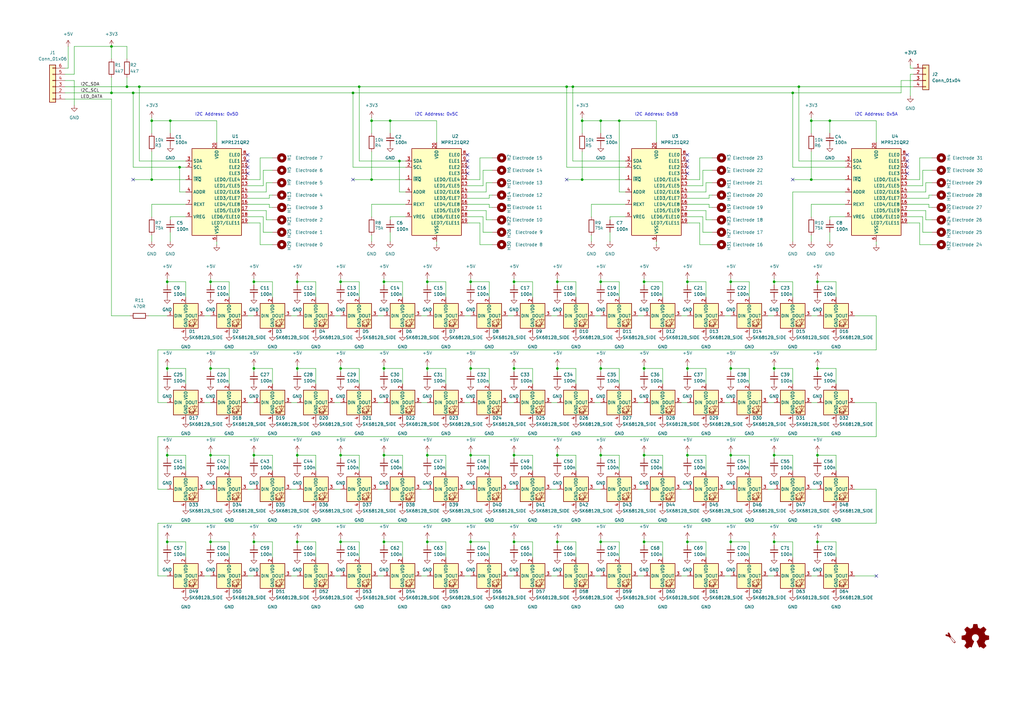
<source format=kicad_sch>
(kicad_sch (version 20250114) (generator "eeschema") (generator_version "9.0")
  (paper "A3")
  (title_block (title "DivaConSlider") (date "2025-09-04") (rev "2.0"))
  (text "I2C Address: 0x5B" (at 269.24 46.99 0) (effects (font (size 1.27 1.27))))
  (text "I2C Address: 0x5C" (at 179.07 46.99 0) (effects (font (size 1.27 1.27))))
  (text "I2C Address: 0x5D" (at 88.9 46.99 0) (effects (font (size 1.27 1.27))))
  (text "I2C Address: 0x5A" (at 359.41 46.99 0) (effects (font (size 1.27 1.27))))
  (junction (at 332.74 73.66))
  (junction (at 281.94 222.25))
  (junction (at 317.5 222.25))
  (junction (at 234.95 35.56))
  (junction (at 299.72 151.13))
  (junction (at 68.58 186.69))
  (junction (at 121.92 151.13))
  (junction (at 238.76 73.66))
  (junction (at 281.94 186.69))
  (junction (at 152.4 49.53))
  (junction (at 317.5 115.57))
  (junction (at 325.12 38.1))
  (junction (at 45.72 19.05))
  (junction (at 139.7 222.25))
  (junction (at 228.6 151.13))
  (junction (at 238.76 49.53))
  (junction (at 62.23 49.53))
  (junction (at 254 49.53))
  (junction (at 86.36 222.25))
  (junction (at 335.28 151.13))
  (junction (at 335.28 115.57))
  (junction (at 210.82 186.69))
  (junction (at 210.82 222.25))
  (junction (at 104.14 115.57))
  (junction (at 160.02 49.53))
  (junction (at 121.92 222.25))
  (junction (at 104.14 151.13))
  (junction (at 157.48 115.57))
  (junction (at 175.26 151.13))
  (junction (at 281.94 151.13))
  (junction (at 246.38 151.13))
  (junction (at 264.16 115.57))
  (junction (at 246.38 222.25))
  (junction (at 104.14 186.69))
  (junction (at 299.72 115.57))
  (junction (at 228.6 115.57))
  (junction (at 210.82 151.13))
  (junction (at 139.7 151.13))
  (junction (at 193.04 186.69))
  (junction (at 228.6 222.25))
  (junction (at 175.26 186.69))
  (junction (at 281.94 115.57))
  (junction (at 52.07 35.56))
  (junction (at 193.04 151.13))
  (junction (at 45.72 38.1))
  (junction (at 68.58 222.25))
  (junction (at 317.5 186.69))
  (junction (at 210.82 115.57))
  (junction (at 340.36 49.53))
  (junction (at 152.4 73.66))
  (junction (at 147.32 35.56))
  (junction (at 246.38 186.69))
  (junction (at 264.16 186.69))
  (junction (at 175.26 115.57))
  (junction (at 335.28 186.69))
  (junction (at 57.15 35.56))
  (junction (at 327.66 35.56))
  (junction (at 317.5 151.13))
  (junction (at 62.23 73.66))
  (junction (at 193.04 115.57))
  (junction (at 73.66 68.58))
  (junction (at 264.16 222.25))
  (junction (at 332.74 49.53))
  (junction (at 104.14 222.25))
  (junction (at 144.78 38.1))
  (junction (at 246.38 49.53))
  (junction (at 139.7 115.57))
  (junction (at 299.72 222.25))
  (junction (at 68.58 115.57))
  (junction (at 86.36 115.57))
  (junction (at 139.7 186.69))
  (junction (at 232.41 35.56))
  (junction (at 157.48 222.25))
  (junction (at 335.28 222.25))
  (junction (at 175.26 222.25))
  (junction (at 121.92 115.57))
  (junction (at 86.36 186.69))
  (junction (at 246.38 115.57))
  (junction (at 157.48 151.13))
  (junction (at 86.36 151.13))
  (junction (at 69.85 49.53))
  (junction (at 228.6 186.69))
  (junction (at 193.04 222.25))
  (junction (at 299.72 186.69))
  (junction (at 157.48 186.69))
  (junction (at 54.61 38.1))
  (junction (at 264.16 151.13))
  (junction (at 68.58 151.13))
  (junction (at 121.92 186.69))
  (junction (at 163.83 66.04))
  (no_connect (at 232.41 73.66))
  (no_connect (at 101.6 68.58))
  (no_connect (at 191.77 66.04))
  (no_connect (at 191.77 68.58))
  (no_connect (at 191.77 63.5))
  (no_connect (at 372.11 66.04))
  (no_connect (at 144.78 73.66))
  (no_connect (at 281.94 71.12))
  (no_connect (at 325.12 73.66))
  (no_connect (at 281.94 63.5))
  (no_connect (at 372.11 63.5))
  (no_connect (at 191.77 71.12))
  (no_connect (at 372.11 71.12))
  (no_connect (at 359.41 236.22))
  (no_connect (at 372.11 68.58))
  (no_connect (at 101.6 71.12))
  (no_connect (at 101.6 66.04))
  (no_connect (at 54.61 73.66))
  (no_connect (at 281.94 66.04))
  (no_connect (at 101.6 63.5))
  (no_connect (at 281.94 68.58))
  (wire (pts (xy 54.61 68.58) (xy 73.66 68.58)))
  (wire (pts (xy 110.49 83.82) (xy 110.49 85.09)))
  (wire (pts (xy 88.9 100.33) (xy 88.9 99.06)))
  (wire (pts (xy 139.7 151.13) (xy 139.7 152.4)))
  (wire (pts (xy 86.36 222.25) (xy 86.36 220.98)))
  (wire (pts (xy 111.76 115.57) (xy 111.76 121.92)))
  (wire (pts (xy 68.58 186.69) (xy 68.58 185.42)))
  (wire (pts (xy 193.04 151.13) (xy 193.04 152.4)))
  (wire (pts (xy 62.23 48.26) (xy 62.23 49.53)))
  (wire (pts (xy 86.36 115.57) (xy 93.98 115.57)))
  (wire (pts (xy 193.04 151.13) (xy 200.66 151.13)))
  (wire (pts (xy 271.78 115.57) (xy 271.78 121.92)))
  (wire (pts (xy 378.46 88.9) (xy 378.46 95.25)))
  (wire (pts (xy 104.14 222.25) (xy 104.14 223.52)))
  (wire (pts (xy 76.2 186.69) (xy 76.2 193.04)))
  (wire (pts (xy 307.34 186.69) (xy 307.34 193.04)))
  (wire (pts (xy 157.48 222.25) (xy 157.48 223.52)))
  (wire (pts (xy 290.83 83.82) (xy 290.83 85.09)))
  (wire (pts (xy 281.94 222.25) (xy 281.94 220.98)))
  (wire (pts (xy 129.54 186.69) (xy 129.54 193.04)))
  (wire (pts (xy 152.4 62.23) (xy 152.4 73.66)))
  (wire (pts (xy 232.41 73.66) (xy 238.76 73.66)))
  (wire (pts (xy 281.94 151.13) (xy 281.94 149.86)))
  (wire (pts (xy 26.67 30.48) (xy 30.48 30.48)))
  (wire (pts (xy 86.36 151.13) (xy 86.36 152.4)))
  (wire (pts (xy 139.7 115.57) (xy 139.7 114.3)))
  (wire (pts (xy 172.72 236.22) (xy 175.26 236.22)))
  (wire (pts (xy 107.95 69.85) (xy 111.76 69.85)))
  (wire (pts (xy 299.72 151.13) (xy 307.34 151.13)))
  (wire (pts (xy 129.54 222.25) (xy 129.54 228.6)))
  (wire (pts (xy 83.82 165.1) (xy 86.36 165.1)))
  (wire (pts (xy 254 49.53) (xy 269.24 49.53)))
  (wire (pts (xy 175.26 186.69) (xy 182.88 186.69)))
  (wire (pts (xy 372.11 91.44) (xy 377.19 91.44)))
  (wire (pts (xy 232.41 68.58) (xy 256.54 68.58)))
  (wire (pts (xy 335.28 115.57) (xy 335.28 116.84)))
  (wire (pts (xy 165.1 115.57) (xy 165.1 121.92)))
  (wire (pts (xy 30.48 30.48) (xy 30.48 19.05)))
  (wire (pts (xy 152.4 99.06) (xy 152.4 96.52)))
  (wire (pts (xy 191.77 83.82) (xy 200.66 83.82)))
  (wire (pts (xy 106.68 100.33) (xy 111.76 100.33)))
  (wire (pts (xy 200.66 115.57) (xy 200.66 121.92)))
  (wire (pts (xy 62.23 54.61) (xy 62.23 49.53)))
  (wire (pts (xy 200.66 186.69) (xy 200.66 193.04)))
  (wire (pts (xy 335.28 151.13) (xy 342.9 151.13)))
  (wire (pts (xy 287.02 64.77) (xy 292.1 64.77)))
  (wire (pts (xy 175.26 186.69) (xy 175.26 187.96)))
  (wire (pts (xy 199.39 90.17) (xy 201.93 90.17)))
  (wire (pts (xy 208.28 200.66) (xy 210.82 200.66)))
  (wire (pts (xy 281.94 222.25) (xy 281.94 223.52)))
  (wire (pts (xy 228.6 222.25) (xy 236.22 222.25)))
  (wire (pts (xy 210.82 186.69) (xy 210.82 187.96)))
  (wire (pts (xy 175.26 186.69) (xy 175.26 185.42)))
  (wire (pts (xy 68.58 115.57) (xy 68.58 114.3)))
  (wire (pts (xy 106.68 64.77) (xy 111.76 64.77)))
  (wire (pts (xy 379.73 78.74) (xy 379.73 74.93)))
  (wire (pts (xy 218.44 186.69) (xy 218.44 193.04)))
  (wire (pts (xy 359.41 129.54) (xy 359.41 143.51)))
  (wire (pts (xy 307.34 151.13) (xy 307.34 157.48)))
  (wire (pts (xy 64.77 236.22) (xy 68.58 236.22)))
  (wire (pts (xy 210.82 222.25) (xy 210.82 223.52)))
  (wire (pts (xy 246.38 54.61) (xy 246.38 49.53)))
  (wire (pts (xy 152.4 73.66) (xy 166.37 73.66)))
  (wire (pts (xy 299.72 151.13) (xy 299.72 149.86)))
  (wire (pts (xy 62.23 88.9) (xy 62.23 83.82)))
  (wire (pts (xy 210.82 115.57) (xy 210.82 114.3)))
  (wire (pts (xy 228.6 115.57) (xy 236.22 115.57)))
  (wire (pts (xy 332.74 83.82) (xy 346.71 83.82)))
  (wire (pts (xy 152.4 48.26) (xy 152.4 49.53)))
  (wire (pts (xy 139.7 222.25) (xy 139.7 220.98)))
  (wire (pts (xy 139.7 115.57) (xy 147.32 115.57)))
  (wire (pts (xy 104.14 222.25) (xy 111.76 222.25)))
  (wire (pts (xy 210.82 222.25) (xy 210.82 220.98)))
  (wire (pts (xy 101.6 165.1) (xy 104.14 165.1)))
  (wire (pts (xy 57.15 35.56) (xy 147.32 35.56)))
  (wire (pts (xy 379.73 86.36) (xy 379.73 90.17)))
  (wire (pts (xy 246.38 115.57) (xy 254 115.57)))
  (wire (pts (xy 281.94 151.13) (xy 289.56 151.13)))
  (wire (pts (xy 332.74 62.23) (xy 332.74 73.66)))
  (wire (pts (xy 342.9 222.25) (xy 342.9 228.6)))
  (wire (pts (xy 76.2 78.74) (xy 73.66 78.74)))
  (wire (pts (xy 350.52 236.22) (xy 359.41 236.22)))
  (wire (pts (xy 228.6 222.25) (xy 228.6 223.52)))
  (wire (pts (xy 200.66 80.01) (xy 200.66 81.28)))
  (wire (pts (xy 157.48 186.69) (xy 157.48 187.96)))
  (wire (pts (xy 335.28 222.25) (xy 335.28 223.52)))
  (wire (pts (xy 271.78 186.69) (xy 271.78 193.04)))
  (wire (pts (xy 264.16 222.25) (xy 264.16 223.52)))
  (wire (pts (xy 243.84 129.54) (xy 246.38 129.54)))
  (wire (pts (xy 317.5 115.57) (xy 317.5 114.3)))
  (wire (pts (xy 182.88 222.25) (xy 182.88 228.6)))
  (wire (pts (xy 137.16 165.1) (xy 139.7 165.1)))
  (wire (pts (xy 350.52 165.1) (xy 359.41 165.1)))
  (wire (pts (xy 107.95 69.85) (xy 107.95 76.2)))
  (wire (pts (xy 210.82 151.13) (xy 210.82 149.86)))
  (wire (pts (xy 246.38 151.13) (xy 246.38 152.4)))
  (wire (pts (xy 264.16 222.25) (xy 271.78 222.25)))
  (wire (pts (xy 104.14 115.57) (xy 104.14 116.84)))
  (wire (pts (xy 335.28 115.57) (xy 335.28 114.3)))
  (wire (pts (xy 250.19 95.25) (xy 250.19 99.06)))
  (wire (pts (xy 264.16 151.13) (xy 264.16 152.4)))
  (wire (pts (xy 236.22 115.57) (xy 236.22 121.92)))
  (wire (pts (xy 250.19 88.9) (xy 256.54 88.9)))
  (wire (pts (xy 139.7 186.69) (xy 147.32 186.69)))
  (wire (pts (xy 342.9 115.57) (xy 342.9 121.92)))
  (wire (pts (xy 379.73 74.93) (xy 382.27 74.93)))
  (wire (pts (xy 104.14 151.13) (xy 111.76 151.13)))
  (wire (pts (xy 332.74 49.53) (xy 340.36 49.53)))
  (wire (pts (xy 93.98 186.69) (xy 93.98 193.04)))
  (wire (pts (xy 342.9 186.69) (xy 342.9 193.04)))
  (wire (pts (xy 378.46 95.25) (xy 382.27 95.25)))
  (wire (pts (xy 86.36 186.69) (xy 86.36 187.96)))
  (wire (pts (xy 377.19 91.44) (xy 377.19 100.33)))
  (wire (pts (xy 104.14 115.57) (xy 104.14 114.3)))
  (wire (pts (xy 246.38 222.25) (xy 254 222.25)))
  (wire (pts (xy 228.6 222.25) (xy 228.6 220.98)))
  (wire (pts (xy 332.74 200.66) (xy 335.28 200.66)))
  (wire (pts (xy 332.74 88.9) (xy 332.74 83.82)))
  (wire (pts (xy 107.95 88.9) (xy 107.95 95.25)))
  (wire (pts (xy 226.06 165.1) (xy 228.6 165.1)))
  (wire (pts (xy 104.14 186.69) (xy 111.76 186.69)))
  (wire (pts (xy 228.6 115.57) (xy 228.6 116.84)))
  (wire (pts (xy 243.84 165.1) (xy 246.38 165.1)))
  (wire (pts (xy 256.54 78.74) (xy 254 78.74)))
  (wire (pts (xy 191.77 91.44) (xy 196.85 91.44)))
  (wire (pts (xy 340.36 88.9) (xy 340.36 90.17)))
  (wire (pts (xy 157.48 115.57) (xy 165.1 115.57)))
  (wire (pts (xy 54.61 73.66) (xy 62.23 73.66)))
  (wire (pts (xy 327.66 35.56) (xy 327.66 66.04)))
  (wire (pts (xy 327.66 35.56) (xy 374.65 35.56)))
  (wire (pts (xy 246.38 115.57) (xy 246.38 116.84)))
  (wire (pts (xy 163.83 66.04) (xy 166.37 66.04)))
  (wire (pts (xy 279.4 129.54) (xy 281.94 129.54)))
  (wire (pts (xy 359.41 49.53) (xy 359.41 58.42)))
  (wire (pts (xy 64.77 143.51) (xy 64.77 165.1)))
  (wire (pts (xy 314.96 200.66) (xy 317.5 200.66)))
  (wire (pts (xy 307.34 222.25) (xy 307.34 228.6)))
  (wire (pts (xy 281.94 115.57) (xy 281.94 114.3)))
  (wire (pts (xy 350.52 129.54) (xy 359.41 129.54)))
  (wire (pts (xy 157.48 151.13) (xy 157.48 152.4)))
  (wire (pts (xy 264.16 151.13) (xy 264.16 149.86)))
  (wire (pts (xy 289.56 74.93) (xy 292.1 74.93)))
  (wire (pts (xy 190.5 129.54) (xy 193.04 129.54)))
  (wire (pts (xy 101.6 236.22) (xy 104.14 236.22)))
  (wire (pts (xy 261.62 129.54) (xy 264.16 129.54)))
  (wire (pts (xy 104.14 186.69) (xy 104.14 187.96)))
  (wire (pts (xy 199.39 86.36) (xy 199.39 90.17)))
  (wire (pts (xy 27.94 19.05) (xy 27.94 27.94)))
  (wire (pts (xy 101.6 86.36) (xy 109.22 86.36)))
  (wire (pts (xy 45.72 19.05) (xy 52.07 19.05)))
  (wire (pts (xy 317.5 186.69) (xy 325.12 186.69)))
  (wire (pts (xy 179.07 100.33) (xy 179.07 99.06)))
  (wire (pts (xy 200.66 151.13) (xy 200.66 157.48)))
  (wire (pts (xy 54.61 38.1) (xy 54.61 68.58)))
  (wire (pts (xy 121.92 115.57) (xy 121.92 116.84)))
  (wire (pts (xy 297.18 129.54) (xy 299.72 129.54)))
  (wire (pts (xy 299.72 186.69) (xy 299.72 185.42)))
  (wire (pts (xy 299.72 222.25) (xy 307.34 222.25)))
  (wire (pts (xy 288.29 76.2) (xy 288.29 69.85)))
  (wire (pts (xy 144.78 68.58) (xy 166.37 68.58)))
  (wire (pts (xy 144.78 38.1) (xy 144.78 68.58)))
  (wire (pts (xy 193.04 222.25) (xy 200.66 222.25)))
  (wire (pts (xy 317.5 186.69) (xy 317.5 185.42)))
  (wire (pts (xy 152.4 54.61) (xy 152.4 49.53)))
  (wire (pts (xy 199.39 74.93) (xy 201.93 74.93)))
  (wire (pts (xy 147.32 186.69) (xy 147.32 193.04)))
  (wire (pts (xy 332.74 54.61) (xy 332.74 49.53)))
  (wire (pts (xy 340.36 49.53) (xy 359.41 49.53)))
  (wire (pts (xy 287.02 64.77) (xy 287.02 73.66)))
  (wire (pts (xy 299.72 222.25) (xy 299.72 223.52)))
  (wire (pts (xy 119.38 200.66) (xy 121.92 200.66)))
  (wire (pts (xy 109.22 74.93) (xy 111.76 74.93)))
  (wire (pts (xy 111.76 222.25) (xy 111.76 228.6)))
  (wire (pts (xy 335.28 222.25) (xy 335.28 220.98)))
  (wire (pts (xy 208.28 129.54) (xy 210.82 129.54)))
  (wire (pts (xy 281.94 73.66) (xy 287.02 73.66)))
  (wire (pts (xy 317.5 186.69) (xy 317.5 187.96)))
  (wire (pts (xy 86.36 222.25) (xy 93.98 222.25)))
  (wire (pts (xy 104.14 115.57) (xy 111.76 115.57)))
  (wire (pts (xy 101.6 73.66) (xy 106.68 73.66)))
  (wire (pts (xy 154.94 200.66) (xy 157.48 200.66)))
  (wire (pts (xy 314.96 129.54) (xy 317.5 129.54)))
  (wire (pts (xy 52.07 19.05) (xy 52.07 24.13)))
  (wire (pts (xy 83.82 129.54) (xy 86.36 129.54)))
  (wire (pts (xy 106.68 64.77) (xy 106.68 73.66)))
  (wire (pts (xy 372.11 86.36) (xy 379.73 86.36)))
  (wire (pts (xy 137.16 236.22) (xy 139.7 236.22)))
  (wire (pts (xy 110.49 80.01) (xy 111.76 80.01)))
  (wire (pts (xy 261.62 200.66) (xy 264.16 200.66)))
  (wire (pts (xy 179.07 49.53) (xy 179.07 58.42)))
  (wire (pts (xy 121.92 151.13) (xy 129.54 151.13)))
  (wire (pts (xy 68.58 151.13) (xy 68.58 152.4)))
  (wire (pts (xy 238.76 73.66) (xy 256.54 73.66)))
  (wire (pts (xy 325.12 151.13) (xy 325.12 157.48)))
  (wire (pts (xy 190.5 200.66) (xy 193.04 200.66)))
  (wire (pts (xy 119.38 129.54) (xy 121.92 129.54)))
  (wire (pts (xy 299.72 186.69) (xy 299.72 187.96)))
  (wire (pts (xy 175.26 222.25) (xy 175.26 220.98)))
  (wire (pts (xy 191.77 88.9) (xy 198.12 88.9)))
  (wire (pts (xy 246.38 186.69) (xy 254 186.69)))
  (wire (pts (xy 193.04 222.25) (xy 193.04 220.98)))
  (wire (pts (xy 26.67 38.1) (xy 45.72 38.1)))
  (wire (pts (xy 68.58 186.69) (xy 68.58 187.96)))
  (wire (pts (xy 327.66 66.04) (xy 346.71 66.04)))
  (wire (pts (xy 45.72 129.54) (xy 45.72 40.64)))
  (wire (pts (xy 299.72 115.57) (xy 307.34 115.57)))
  (wire (pts (xy 317.5 222.25) (xy 317.5 223.52)))
  (wire (pts (xy 193.04 151.13) (xy 193.04 149.86)))
  (wire (pts (xy 121.92 115.57) (xy 121.92 114.3)))
  (wire (pts (xy 359.41 179.07) (xy 64.77 179.07)))
  (wire (pts (xy 175.26 151.13) (xy 175.26 152.4)))
  (wire (pts (xy 121.92 186.69) (xy 129.54 186.69)))
  (wire (pts (xy 175.26 115.57) (xy 175.26 114.3)))
  (wire (pts (xy 57.15 35.56) (xy 57.15 66.04)))
  (wire (pts (xy 86.36 151.13) (xy 93.98 151.13)))
  (wire (pts (xy 228.6 186.69) (xy 228.6 185.42)))
  (wire (pts (xy 76.2 151.13) (xy 76.2 157.48)))
  (wire (pts (xy 374.65 30.48) (xy 373.38 30.48)))
  (wire (pts (xy 335.28 222.25) (xy 342.9 222.25)))
  (wire (pts (xy 147.32 35.56) (xy 147.32 66.04)))
  (wire (pts (xy 147.32 66.04) (xy 163.83 66.04)))
  (wire (pts (xy 238.76 62.23) (xy 238.76 73.66)))
  (wire (pts (xy 340.36 54.61) (xy 340.36 49.53)))
  (wire (pts (xy 93.98 115.57) (xy 93.98 121.92)))
  (wire (pts (xy 86.36 151.13) (xy 86.36 149.86)))
  (wire (pts (xy 60.96 129.54) (xy 68.58 129.54)))
  (wire (pts (xy 281.94 186.69) (xy 281.94 185.42)))
  (wire (pts (xy 281.94 86.36) (xy 289.56 86.36)))
  (wire (pts (xy 172.72 129.54) (xy 175.26 129.54)))
  (wire (pts (xy 147.32 222.25) (xy 147.32 228.6)))
  (wire (pts (xy 254 186.69) (xy 254 193.04)))
  (wire (pts (xy 299.72 151.13) (xy 299.72 152.4)))
  (wire (pts (xy 157.48 186.69) (xy 157.48 185.42)))
  (wire (pts (xy 346.71 78.74) (xy 325.12 78.74)))
  (wire (pts (xy 154.94 165.1) (xy 157.48 165.1)))
  (wire (pts (xy 264.16 151.13) (xy 271.78 151.13)))
  (wire (pts (xy 182.88 151.13) (xy 182.88 157.48)))
  (wire (pts (xy 152.4 88.9) (xy 152.4 83.82)))
  (wire (pts (xy 147.32 35.56) (xy 232.41 35.56)))
  (wire (pts (xy 101.6 91.44) (xy 106.68 91.44)))
  (wire (pts (xy 226.06 236.22) (xy 228.6 236.22)))
  (wire (pts (xy 281.94 151.13) (xy 281.94 152.4)))
  (wire (pts (xy 196.85 100.33) (xy 201.93 100.33)))
  (wire (pts (xy 64.77 214.63) (xy 64.77 236.22)))
  (wire (pts (xy 234.95 66.04) (xy 256.54 66.04)))
  (wire (pts (xy 335.28 186.69) (xy 335.28 185.42)))
  (wire (pts (xy 299.72 115.57) (xy 299.72 116.84)))
  (wire (pts (xy 101.6 81.28) (xy 110.49 81.28)))
  (wire (pts (xy 104.14 222.25) (xy 104.14 220.98)))
  (wire (pts (xy 152.4 49.53) (xy 160.02 49.53)))
  (wire (pts (xy 299.72 115.57) (xy 299.72 114.3)))
  (wire (pts (xy 175.26 151.13) (xy 175.26 149.86)))
  (wire (pts (xy 104.14 151.13) (xy 104.14 152.4)))
  (wire (pts (xy 317.5 222.25) (xy 325.12 222.25)))
  (wire (pts (xy 68.58 151.13) (xy 68.58 149.86)))
  (wire (pts (xy 254 151.13) (xy 254 157.48)))
  (wire (pts (xy 191.77 81.28) (xy 200.66 81.28)))
  (wire (pts (xy 381 81.28) (xy 381 80.01)))
  (wire (pts (xy 317.5 151.13) (xy 317.5 149.86)))
  (wire (pts (xy 289.56 222.25) (xy 289.56 228.6)))
  (wire (pts (xy 157.48 115.57) (xy 157.48 114.3)))
  (wire (pts (xy 269.24 100.33) (xy 269.24 99.06)))
  (wire (pts (xy 218.44 151.13) (xy 218.44 157.48)))
  (wire (pts (xy 200.66 222.25) (xy 200.66 228.6)))
  (wire (pts (xy 289.56 186.69) (xy 289.56 193.04)))
  (wire (pts (xy 121.92 222.25) (xy 121.92 223.52)))
  (wire (pts (xy 64.77 179.07) (xy 64.77 200.66)))
  (wire (pts (xy 261.62 236.22) (xy 264.16 236.22)))
  (wire (pts (xy 261.62 165.1) (xy 264.16 165.1)))
  (wire (pts (xy 64.77 165.1) (xy 68.58 165.1)))
  (wire (pts (xy 104.14 186.69) (xy 104.14 185.42)))
  (wire (pts (xy 73.66 68.58) (xy 76.2 68.58)))
  (wire (pts (xy 30.48 33.02) (xy 30.48 43.18)))
  (wire (pts (xy 332.74 165.1) (xy 335.28 165.1)))
  (wire (pts (xy 289.56 151.13) (xy 289.56 157.48)))
  (wire (pts (xy 121.92 151.13) (xy 121.92 152.4)))
  (wire (pts (xy 289.56 78.74) (xy 289.56 74.93)))
  (wire (pts (xy 175.26 151.13) (xy 182.88 151.13)))
  (wire (pts (xy 172.72 165.1) (xy 175.26 165.1)))
  (wire (pts (xy 264.16 186.69) (xy 271.78 186.69)))
  (wire (pts (xy 264.16 222.25) (xy 264.16 220.98)))
  (wire (pts (xy 199.39 74.93) (xy 199.39 78.74)))
  (wire (pts (xy 198.12 69.85) (xy 201.93 69.85)))
  (wire (pts (xy 198.12 95.25) (xy 201.93 95.25)))
  (wire (pts (xy 190.5 236.22) (xy 193.04 236.22)))
  (wire (pts (xy 335.28 151.13) (xy 335.28 152.4)))
  (wire (pts (xy 93.98 151.13) (xy 93.98 157.48)))
  (wire (pts (xy 281.94 76.2) (xy 288.29 76.2)))
  (wire (pts (xy 359.41 200.66) (xy 359.41 214.63)))
  (wire (pts (xy 236.22 222.25) (xy 236.22 228.6)))
  (wire (pts (xy 372.11 88.9) (xy 378.46 88.9)))
  (wire (pts (xy 144.78 38.1) (xy 325.12 38.1)))
  (wire (pts (xy 45.72 31.75) (xy 45.72 38.1)))
  (wire (pts (xy 160.02 88.9) (xy 160.02 90.17)))
  (wire (pts (xy 182.88 115.57) (xy 182.88 121.92)))
  (wire (pts (xy 69.85 88.9) (xy 76.2 88.9)))
  (wire (pts (xy 228.6 151.13) (xy 228.6 149.86)))
  (wire (pts (xy 53.34 129.54) (xy 45.72 129.54)))
  (wire (pts (xy 226.06 129.54) (xy 228.6 129.54)))
  (wire (pts (xy 119.38 236.22) (xy 121.92 236.22)))
  (wire (pts (xy 307.34 115.57) (xy 307.34 121.92)))
  (wire (pts (xy 264.16 115.57) (xy 264.16 114.3)))
  (wire (pts (xy 26.67 33.02) (xy 30.48 33.02)))
  (wire (pts (xy 191.77 76.2) (xy 198.12 76.2)))
  (wire (pts (xy 317.5 222.25) (xy 317.5 220.98)))
  (wire (pts (xy 325.12 222.25) (xy 325.12 228.6)))
  (wire (pts (xy 342.9 151.13) (xy 342.9 157.48)))
  (wire (pts (xy 137.16 129.54) (xy 139.7 129.54)))
  (wire (pts (xy 54.61 38.1) (xy 144.78 38.1)))
  (wire (pts (xy 68.58 222.25) (xy 76.2 222.25)))
  (wire (pts (xy 208.28 236.22) (xy 210.82 236.22)))
  (wire (pts (xy 340.36 88.9) (xy 346.71 88.9)))
  (wire (pts (xy 45.72 38.1) (xy 54.61 38.1)))
  (wire (pts (xy 86.36 186.69) (xy 86.36 185.42)))
  (wire (pts (xy 139.7 222.25) (xy 147.32 222.25)))
  (wire (pts (xy 191.77 78.74) (xy 199.39 78.74)))
  (wire (pts (xy 139.7 186.69) (xy 139.7 187.96)))
  (wire (pts (xy 147.32 115.57) (xy 147.32 121.92)))
  (wire (pts (xy 210.82 115.57) (xy 210.82 116.84)))
  (wire (pts (xy 129.54 115.57) (xy 129.54 121.92)))
  (wire (pts (xy 325.12 68.58) (xy 346.71 68.58)))
  (wire (pts (xy 119.38 165.1) (xy 121.92 165.1)))
  (wire (pts (xy 175.26 115.57) (xy 175.26 116.84)))
  (wire (pts (xy 243.84 200.66) (xy 246.38 200.66)))
  (wire (pts (xy 157.48 115.57) (xy 157.48 116.84)))
  (wire (pts (xy 157.48 151.13) (xy 157.48 149.86)))
  (wire (pts (xy 109.22 78.74) (xy 109.22 74.93)))
  (wire (pts (xy 196.85 64.77) (xy 201.93 64.77)))
  (wire (pts (xy 281.94 88.9) (xy 288.29 88.9)))
  (wire (pts (xy 378.46 76.2) (xy 378.46 69.85)))
  (wire (pts (xy 45.72 19.05) (xy 45.72 24.13)))
  (wire (pts (xy 264.16 186.69) (xy 264.16 187.96)))
  (wire (pts (xy 175.26 222.25) (xy 182.88 222.25)))
  (wire (pts (xy 152.4 83.82) (xy 166.37 83.82)))
  (wire (pts (xy 26.67 27.94) (xy 27.94 27.94)))
  (wire (pts (xy 68.58 222.25) (xy 68.58 220.98)))
  (wire (pts (xy 198.12 69.85) (xy 198.12 76.2)))
  (wire (pts (xy 193.04 186.69) (xy 200.66 186.69)))
  (wire (pts (xy 121.92 186.69) (xy 121.92 185.42)))
  (wire (pts (xy 228.6 151.13) (xy 228.6 152.4)))
  (wire (pts (xy 369.57 33.02) (xy 374.65 33.02)))
  (wire (pts (xy 325.12 78.74) (xy 325.12 99.06)))
  (wire (pts (xy 246.38 49.53) (xy 254 49.53)))
  (wire (pts (xy 271.78 151.13) (xy 271.78 157.48)))
  (wire (pts (xy 373.38 26.67) (xy 373.38 27.94)))
  (wire (pts (xy 165.1 151.13) (xy 165.1 157.48)))
  (wire (pts (xy 246.38 151.13) (xy 254 151.13)))
  (wire (pts (xy 109.22 90.17) (xy 111.76 90.17)))
  (wire (pts (xy 200.66 80.01) (xy 201.93 80.01)))
  (wire (pts (xy 26.67 35.56) (xy 52.07 35.56)))
  (wire (pts (xy 335.28 151.13) (xy 335.28 149.86)))
  (wire (pts (xy 52.07 35.56) (xy 57.15 35.56)))
  (wire (pts (xy 281.94 83.82) (xy 290.83 83.82)))
  (wire (pts (xy 154.94 236.22) (xy 157.48 236.22)))
  (wire (pts (xy 279.4 236.22) (xy 281.94 236.22)))
  (wire (pts (xy 86.36 186.69) (xy 93.98 186.69)))
  (wire (pts (xy 325.12 186.69) (xy 325.12 193.04)))
  (wire (pts (xy 198.12 88.9) (xy 198.12 95.25)))
  (wire (pts (xy 175.26 222.25) (xy 175.26 223.52)))
  (wire (pts (xy 182.88 186.69) (xy 182.88 193.04)))
  (wire (pts (xy 157.48 222.25) (xy 157.48 220.98)))
  (wire (pts (xy 340.36 95.25) (xy 340.36 99.06)))
  (wire (pts (xy 238.76 48.26) (xy 238.76 49.53)))
  (wire (pts (xy 139.7 151.13) (xy 139.7 149.86)))
  (wire (pts (xy 110.49 85.09) (xy 111.76 85.09)))
  (wire (pts (xy 243.84 236.22) (xy 246.38 236.22)))
  (wire (pts (xy 210.82 151.13) (xy 218.44 151.13)))
  (wire (pts (xy 289.56 86.36) (xy 289.56 90.17)))
  (wire (pts (xy 279.4 200.66) (xy 281.94 200.66)))
  (wire (pts (xy 210.82 222.25) (xy 218.44 222.25)))
  (wire (pts (xy 139.7 186.69) (xy 139.7 185.42)))
  (wire (pts (xy 218.44 115.57) (xy 218.44 121.92)))
  (wire (pts (xy 234.95 35.56) (xy 234.95 66.04)))
  (wire (pts (xy 290.83 85.09) (xy 292.1 85.09)))
  (wire (pts (xy 69.85 54.61) (xy 69.85 49.53)))
  (wire (pts (xy 381 83.82) (xy 381 85.09)))
  (wire (pts (xy 196.85 91.44) (xy 196.85 100.33)))
  (wire (pts (xy 369.57 38.1) (xy 369.57 33.02)))
  (wire (pts (xy 157.48 186.69) (xy 165.1 186.69)))
  (wire (pts (xy 332.74 129.54) (xy 335.28 129.54)))
  (wire (pts (xy 254 222.25) (xy 254 228.6)))
  (wire (pts (xy 372.11 83.82) (xy 381 83.82)))
  (wire (pts (xy 242.57 83.82) (xy 256.54 83.82)))
  (wire (pts (xy 88.9 49.53) (xy 88.9 58.42)))
  (wire (pts (xy 281.94 78.74) (xy 289.56 78.74)))
  (wire (pts (xy 281.94 115.57) (xy 289.56 115.57)))
  (wire (pts (xy 111.76 151.13) (xy 111.76 157.48)))
  (wire (pts (xy 297.18 200.66) (xy 299.72 200.66)))
  (wire (pts (xy 76.2 222.25) (xy 76.2 228.6)))
  (wire (pts (xy 191.77 86.36) (xy 199.39 86.36)))
  (wire (pts (xy 288.29 88.9) (xy 288.29 95.25)))
  (wire (pts (xy 264.16 186.69) (xy 264.16 185.42)))
  (wire (pts (xy 111.76 186.69) (xy 111.76 193.04)))
  (wire (pts (xy 250.19 88.9) (xy 250.19 90.17)))
  (wire (pts (xy 193.04 186.69) (xy 193.04 187.96)))
  (wire (pts (xy 121.92 115.57) (xy 129.54 115.57)))
  (wire (pts (xy 281.94 186.69) (xy 289.56 186.69)))
  (wire (pts (xy 350.52 200.66) (xy 359.41 200.66)))
  (wire (pts (xy 200.66 83.82) (xy 200.66 85.09)))
  (wire (pts (xy 160.02 49.53) (xy 179.07 49.53)))
  (wire (pts (xy 69.85 95.25) (xy 69.85 99.06)))
  (wire (pts (xy 73.66 78.74) (xy 73.66 68.58)))
  (wire (pts (xy 62.23 99.06) (xy 62.23 96.52)))
  (wire (pts (xy 208.28 165.1) (xy 210.82 165.1)))
  (wire (pts (xy 372.11 76.2) (xy 378.46 76.2)))
  (wire (pts (xy 246.38 186.69) (xy 246.38 185.42)))
  (wire (pts (xy 121.92 222.25) (xy 129.54 222.25)))
  (wire (pts (xy 271.78 222.25) (xy 271.78 228.6)))
  (wire (pts (xy 62.23 49.53) (xy 69.85 49.53)))
  (wire (pts (xy 232.41 35.56) (xy 234.95 35.56)))
  (wire (pts (xy 379.73 90.17) (xy 382.27 90.17)))
  (wire (pts (xy 228.6 115.57) (xy 228.6 114.3)))
  (wire (pts (xy 190.5 165.1) (xy 193.04 165.1)))
  (wire (pts (xy 193.04 115.57) (xy 200.66 115.57)))
  (wire (pts (xy 93.98 222.25) (xy 93.98 228.6)))
  (wire (pts (xy 26.67 40.64) (xy 45.72 40.64)))
  (wire (pts (xy 129.54 151.13) (xy 129.54 157.48)))
  (wire (pts (xy 101.6 83.82) (xy 110.49 83.82)))
  (wire (pts (xy 299.72 186.69) (xy 307.34 186.69)))
  (wire (pts (xy 238.76 49.53) (xy 246.38 49.53)))
  (wire (pts (xy 193.04 115.57) (xy 193.04 114.3)))
  (wire (pts (xy 297.18 165.1) (xy 299.72 165.1)))
  (wire (pts (xy 359.41 143.51) (xy 64.77 143.51)))
  (wire (pts (xy 377.19 100.33) (xy 382.27 100.33)))
  (wire (pts (xy 264.16 115.57) (xy 264.16 116.84)))
  (wire (pts (xy 289.56 115.57) (xy 289.56 121.92)))
  (wire (pts (xy 86.36 115.57) (xy 86.36 116.84)))
  (wire (pts (xy 139.7 115.57) (xy 139.7 116.84)))
  (wire (pts (xy 226.06 200.66) (xy 228.6 200.66)))
  (wire (pts (xy 193.04 115.57) (xy 193.04 116.84)))
  (wire (pts (xy 154.94 129.54) (xy 157.48 129.54)))
  (wire (pts (xy 210.82 151.13) (xy 210.82 152.4)))
  (wire (pts (xy 232.41 35.56) (xy 232.41 68.58)))
  (wire (pts (xy 281.94 115.57) (xy 281.94 116.84)))
  (wire (pts (xy 62.23 62.23) (xy 62.23 73.66)))
  (wire (pts (xy 236.22 151.13) (xy 236.22 157.48)))
  (wire (pts (xy 110.49 81.28) (xy 110.49 80.01)))
  (wire (pts (xy 264.16 115.57) (xy 271.78 115.57)))
  (wire (pts (xy 281.94 186.69) (xy 281.94 187.96)))
  (wire (pts (xy 317.5 151.13) (xy 325.12 151.13)))
  (wire (pts (xy 83.82 236.22) (xy 86.36 236.22)))
  (wire (pts (xy 287.02 91.44) (xy 287.02 100.33)))
  (wire (pts (xy 269.24 49.53) (xy 269.24 58.42)))
  (wire (pts (xy 254 49.53) (xy 254 78.74)))
  (wire (pts (xy 147.32 151.13) (xy 147.32 157.48)))
  (wire (pts (xy 246.38 115.57) (xy 246.38 114.3)))
  (wire (pts (xy 335.28 186.69) (xy 335.28 187.96)))
  (wire (pts (xy 86.36 222.25) (xy 86.36 223.52)))
  (wire (pts (xy 175.26 115.57) (xy 182.88 115.57)))
  (wire (pts (xy 68.58 186.69) (xy 76.2 186.69)))
  (wire (pts (xy 246.38 151.13) (xy 246.38 149.86)))
  (wire (pts (xy 332.74 48.26) (xy 332.74 49.53)))
  (wire (pts (xy 246.38 222.25) (xy 246.38 223.52)))
  (wire (pts (xy 281.94 91.44) (xy 287.02 91.44)))
  (wire (pts (xy 335.28 115.57) (xy 342.9 115.57)))
  (wire (pts (xy 62.23 73.66) (xy 76.2 73.66)))
  (wire (pts (xy 165.1 222.25) (xy 165.1 228.6)))
  (wire (pts (xy 144.78 73.66) (xy 152.4 73.66)))
  (wire (pts (xy 246.38 186.69) (xy 246.38 187.96)))
  (wire (pts (xy 287.02 100.33) (xy 292.1 100.33)))
  (wire (pts (xy 193.04 222.25) (xy 193.04 223.52)))
  (wire (pts (xy 101.6 129.54) (xy 104.14 129.54)))
  (wire (pts (xy 228.6 186.69) (xy 236.22 186.69)))
  (wire (pts (xy 196.85 73.66) (xy 196.85 64.77)))
  (wire (pts (xy 317.5 115.57) (xy 317.5 116.84)))
  (wire (pts (xy 101.6 88.9) (xy 107.95 88.9)))
  (wire (pts (xy 279.4 165.1) (xy 281.94 165.1)))
  (wire (pts (xy 242.57 99.06) (xy 242.57 96.52)))
  (wire (pts (xy 121.92 186.69) (xy 121.92 187.96)))
  (wire (pts (xy 160.02 54.61) (xy 160.02 49.53)))
  (wire (pts (xy 335.28 186.69) (xy 342.9 186.69)))
  (wire (pts (xy 297.18 236.22) (xy 299.72 236.22)))
  (wire (pts (xy 210.82 186.69) (xy 210.82 185.42)))
  (wire (pts (xy 372.11 81.28) (xy 381 81.28)))
  (wire (pts (xy 69.85 88.9) (xy 69.85 90.17)))
  (wire (pts (xy 317.5 151.13) (xy 317.5 152.4)))
  (wire (pts (xy 210.82 186.69) (xy 218.44 186.69)))
  (wire (pts (xy 288.29 95.25) (xy 292.1 95.25)))
  (wire (pts (xy 377.19 64.77) (xy 382.27 64.77)))
  (wire (pts (xy 139.7 222.25) (xy 139.7 223.52)))
  (wire (pts (xy 166.37 78.74) (xy 163.83 78.74)))
  (wire (pts (xy 121.92 151.13) (xy 121.92 149.86)))
  (wire (pts (xy 106.68 91.44) (xy 106.68 100.33)))
  (wire (pts (xy 332.74 236.22) (xy 335.28 236.22)))
  (wire (pts (xy 372.11 73.66) (xy 377.19 73.66)))
  (wire (pts (xy 325.12 68.58) (xy 325.12 38.1)))
  (wire (pts (xy 314.96 236.22) (xy 317.5 236.22)))
  (wire (pts (xy 281.94 81.28) (xy 290.83 81.28)))
  (wire (pts (xy 68.58 115.57) (xy 76.2 115.57)))
  (wire (pts (xy 172.72 200.66) (xy 175.26 200.66)))
  (wire (pts (xy 288.29 69.85) (xy 292.1 69.85)))
  (wire (pts (xy 378.46 69.85) (xy 382.27 69.85)))
  (wire (pts (xy 101.6 78.74) (xy 109.22 78.74)))
  (wire (pts (xy 290.83 81.28) (xy 290.83 80.01)))
  (wire (pts (xy 163.83 66.04) (xy 163.83 78.74)))
  (wire (pts (xy 191.77 73.66) (xy 196.85 73.66)))
  (wire (pts (xy 104.14 151.13) (xy 104.14 149.86)))
  (wire (pts (xy 139.7 151.13) (xy 147.32 151.13)))
  (wire (pts (xy 381 80.01) (xy 382.27 80.01)))
  (wire (pts (xy 289.56 90.17) (xy 292.1 90.17)))
  (wire (pts (xy 299.72 222.25) (xy 299.72 220.98)))
  (wire (pts (xy 332.74 73.66) (xy 346.71 73.66)))
  (wire (pts (xy 242.57 88.9) (xy 242.57 83.82)))
  (wire (pts (xy 86.36 115.57) (xy 86.36 114.3)))
  (wire (pts (xy 160.02 95.25) (xy 160.02 99.06)))
  (wire (pts (xy 228.6 186.69) (xy 228.6 187.96)))
  (wire (pts (xy 101.6 76.2) (xy 107.95 76.2)))
  (wire (pts (xy 157.48 222.25) (xy 165.1 222.25)))
  (wire (pts (xy 228.6 151.13) (xy 236.22 151.13)))
  (wire (pts (xy 314.96 165.1) (xy 317.5 165.1)))
  (wire (pts (xy 290.83 80.01) (xy 292.1 80.01)))
  (wire (pts (xy 332.74 99.06) (xy 332.74 96.52)))
  (wire (pts (xy 83.82 200.66) (xy 86.36 200.66)))
  (wire (pts (xy 377.19 73.66) (xy 377.19 64.77)))
  (wire (pts (xy 381 85.09) (xy 382.27 85.09)))
  (wire (pts (xy 193.04 186.69) (xy 193.04 185.42)))
  (wire (pts (xy 325.12 38.1) (xy 369.57 38.1)))
  (wire (pts (xy 218.44 222.25) (xy 218.44 228.6)))
  (wire (pts (xy 68.58 151.13) (xy 76.2 151.13)))
  (wire (pts (xy 68.58 115.57) (xy 68.58 116.84)))
  (wire (pts (xy 57.15 66.04) (xy 76.2 66.04)))
  (wire (pts (xy 200.66 85.09) (xy 201.93 85.09)))
  (wire (pts (xy 359.41 100.33) (xy 359.41 99.06)))
  (wire (pts (xy 64.77 200.66) (xy 68.58 200.66)))
  (wire (pts (xy 101.6 200.66) (xy 104.14 200.66)))
  (wire (pts (xy 359.41 165.1) (xy 359.41 179.07)))
  (wire (pts (xy 30.48 19.05) (xy 45.72 19.05)))
  (wire (pts (xy 157.48 151.13) (xy 165.1 151.13)))
  (wire (pts (xy 160.02 88.9) (xy 166.37 88.9)))
  (wire (pts (xy 107.95 95.25) (xy 111.76 95.25)))
  (wire (pts (xy 373.38 30.48) (xy 373.38 39.37)))
  (wire (pts (xy 52.07 31.75) (xy 52.07 35.56)))
  (wire (pts (xy 109.22 86.36) (xy 109.22 90.17)))
  (wire (pts (xy 317.5 115.57) (xy 325.12 115.57)))
  (wire (pts (xy 281.94 222.25) (xy 289.56 222.25)))
  (wire (pts (xy 359.41 214.63) (xy 64.77 214.63)))
  (wire (pts (xy 234.95 35.56) (xy 327.66 35.56)))
  (wire (pts (xy 137.16 200.66) (xy 139.7 200.66)))
  (wire (pts (xy 373.38 27.94) (xy 374.65 27.94)))
  (wire (pts (xy 68.58 222.25) (xy 68.58 223.52)))
  (wire (pts (xy 76.2 115.57) (xy 76.2 121.92)))
  (wire (pts (xy 210.82 115.57) (xy 218.44 115.57)))
  (wire (pts (xy 165.1 186.69) (xy 165.1 193.04)))
  (wire (pts (xy 372.11 78.74) (xy 379.73 78.74)))
  (wire (pts (xy 246.38 222.25) (xy 246.38 220.98)))
  (wire (pts (xy 121.92 222.25) (xy 121.92 220.98)))
  (wire (pts (xy 62.23 83.82) (xy 76.2 83.82)))
  (wire (pts (xy 236.22 186.69) (xy 236.22 193.04)))
  (wire (pts (xy 69.85 49.53) (xy 88.9 49.53)))
  (wire (pts (xy 325.12 115.57) (xy 325.12 121.92)))
  (wire (pts (xy 254 115.57) (xy 254 121.92)))
  (wire (pts (xy 325.12 73.66) (xy 332.74 73.66)))
  (wire (pts (xy 238.76 54.61) (xy 238.76 49.53)))
  (label "LED_DATA" (at 33.02 40.64 0))
  (label "I2C_SCL" (at 33.02 38.1 0))
  (label "I2C_SDA" (at 33.02 35.56 0))
  (symbol (lib_id "DivaConSlider:SK6812B_SIDE") (at 325.12 129.54 0) (unit 1)
    (property "Reference" "D15" (at 326.39 135.89 0) (effects (justify left)))
    (property "Value" "SK6812B_SIDE" (at 326.39 138.43 0) (effects (justify left)))
    (property "Footprint" "DivaConSlider:LED_SK6812B_SIDE" (effects (hide yes)))
    (property "Datasheet" "https://cdn-shop.adafruit.com/product-files/4691/4691_SK68XX_SIDE_REV.04_EN_1_.pdf" (effects (hide yes)))
    (property "Description" "RGB LED with integrated controller" (effects (hide yes)))
  )
  (symbol (lib_id "Mechanical:MountingHole_Pad") (at 384.81 90.17 270) (unit 1) (exclude_from_sim yes) (in_bom no)
    (property "Reference" "H24" (at 389.128 88.646 0) (effects (justify left)))
    (property "Value" "Electrode 26" (at 390.398 90.17 90) (effects (justify left)))
    (property "Footprint" "DivaConSlider:Touchpad_15mmx42mm" (effects (hide yes)))
    (property "Description" "Mounting Hole with connection" (effects (hide yes)))
  )
  (symbol (lib_id "power:GND") (at 236.22 208.28 0) (unit 1)
    (property "Reference" "#PWR0162" (effects (hide yes)))
    (property "Value" "GND" (at 236.22 213.36 0))
    (property "Description" "Power symbol creates a global label with name \"GND\" , ground" (effects (hide yes)))
  )
  (symbol (lib_id "Mechanical:MountingHole_Pad") (at 204.47 100.33 270) (unit 1) (exclude_from_sim yes) (in_bom no)
    (property "Reference" "H30" (at 208.788 98.806 0) (effects (justify left)))
    (property "Value" "Electrode 8" (at 211.328 100.33 90) (effects (justify left)))
    (property "Footprint" "DivaConSlider:Touchpad_15mmx42mm" (effects (hide yes)))
    (property "Description" "Mounting Hole with connection" (effects (hide yes)))
  )
  (symbol (lib_id "power:GND") (at 175.26 121.92 0) (unit 1)
    (property "Reference" "#PWR047" (effects (hide yes)))
    (property "Value" "GND" (at 175.26 127 0))
    (property "Description" "Power symbol creates a global label with name \"GND\" , ground" (effects (hide yes)))
  )
  (symbol (lib_id "Device:C_Small") (at 317.5 119.38 0) (unit 1)
    (property "Reference" "C23" (at 320.04 118.11 0) (effects (justify left)))
    (property "Value" "100n" (at 320.04 120.6562 0) (effects (justify left)))
    (property "Description" "Unpolarized capacitor, small symbol" (effects (hide yes)))
  )
  (symbol (lib_id "power:+5V") (at 121.92 185.42 0) (unit 1)
    (property "Reference" "#PWR0124" (effects (hide yes)))
    (property "Value" "+5V" (at 121.92 180.34 0))
    (property "Description" "Power symbol creates a global label with name \"+5V\"" (effects (hide yes)))
  )
  (symbol (lib_id "power:GND") (at 200.66 137.16 0) (unit 1)
    (property "Reference" "#PWR064" (effects (hide yes)))
    (property "Value" "GND" (at 200.66 142.24 0))
    (property "Description" "Power symbol creates a global label with name \"GND\" , ground" (effects (hide yes)))
  )
  (symbol (lib_id "Device:C_Small") (at 246.38 154.94 0) (unit 1)
    (property "Reference" "C35" (at 248.92 153.67 0) (effects (justify left)))
    (property "Value" "100n" (at 248.92 156.2162 0) (effects (justify left)))
    (property "Description" "Unpolarized capacitor, small symbol" (effects (hide yes)))
  )
  (symbol (lib_id "power:GND") (at 129.54 243.84 0) (unit 1)
    (property "Reference" "#PWR0204" (effects (hide yes)))
    (property "Value" "GND" (at 129.54 248.92 0))
    (property "Description" "Power symbol creates a global label with name \"GND\" , ground" (effects (hide yes)))
  )
  (symbol (lib_id "Device:C_Small") (at 68.58 226.06 0) (unit 1)
    (property "Reference" "C57" (at 71.12 224.79 0) (effects (justify left)))
    (property "Value" "100n" (at 71.12 227.3362 0) (effects (justify left)))
    (property "Description" "Unpolarized capacitor, small symbol" (effects (hide yes)))
  )
  (symbol (lib_id "power:GND") (at 157.48 157.48 0) (unit 1)
    (property "Reference" "#PWR094" (effects (hide yes)))
    (property "Value" "GND" (at 157.48 162.56 0))
    (property "Description" "Power symbol creates a global label with name \"GND\" , ground" (effects (hide yes)))
  )
  (symbol (lib_id "Device:R") (at 242.57 92.71 0) (mirror y) (unit 1)
    (property "Reference" "R9" (at 243.84 91.44 0) (effects (justify right)))
    (property "Value" "75k" (at 243.84 93.472 0) (effects (justify right)))
    (property "Footprint" "Resistor_SMD:R_0805_2012Metric_Pad1.20x1.40mm_HandSolder" (effects (hide yes)))
    (property "Description" "Resistor" (effects (hide yes)))
  )
  (symbol (lib_id "power:GND") (at 182.88 243.84 0) (unit 1)
    (property "Reference" "#PWR0207" (effects (hide yes)))
    (property "Value" "GND" (at 182.88 248.92 0))
    (property "Description" "Power symbol creates a global label with name \"GND\" , ground" (effects (hide yes)))
  )
  (symbol (lib_id "Device:C_Small") (at 299.72 190.5 0) (unit 1)
    (property "Reference" "C54" (at 302.26 189.23 0) (effects (justify left)))
    (property "Value" "100n" (at 302.26 191.7762 0) (effects (justify left)))
    (property "Description" "Unpolarized capacitor, small symbol" (effects (hide yes)))
  )
  (symbol (lib_id "Device:C_Small") (at 264.16 190.5 0) (unit 1)
    (property "Reference" "C52" (at 266.7 189.23 0) (effects (justify left)))
    (property "Value" "100n" (at 266.7 191.7762 0) (effects (justify left)))
    (property "Description" "Unpolarized capacitor, small symbol" (effects (hide yes)))
  )
  (symbol (lib_id "power:GND") (at 147.32 208.28 0) (unit 1)
    (property "Reference" "#PWR0157" (effects (hide yes)))
    (property "Value" "GND" (at 147.32 213.36 0))
    (property "Description" "Power symbol creates a global label with name \"GND\" , ground" (effects (hide yes)))
  )
  (symbol (lib_id "Device:C_Small") (at 160.02 92.71 0) (unit 1)
    (property "Reference" "C6" (at 162.56 91.4462 0) (effects (justify left)))
    (property "Value" "100n" (at 162.56 93.9862 0) (effects (justify left)))
    (property "Footprint" "Capacitor_SMD:C_0805_2012Metric_Pad1.18x1.45mm_HandSolder" (effects (hide yes)))
    (property "Description" "Unpolarized capacitor, small symbol" (effects (hide yes)))
  )
  (symbol (lib_id "DivaConSlider:SK6812B_SIDE") (at 182.88 200.66 0) (unit 1)
    (property "Reference" "D39" (at 184.15 207.01 0) (effects (justify left)))
    (property "Value" "SK6812B_SIDE" (at 184.15 209.55 0) (effects (justify left)))
    (property "Footprint" "DivaConSlider:LED_SK6812B_SIDE" (effects (hide yes)))
    (property "Datasheet" "https://cdn-shop.adafruit.com/product-files/4691/4691_SK68XX_SIDE_REV.04_EN_1_.pdf" (effects (hide yes)))
    (property "Description" "RGB LED with integrated controller" (effects (hide yes)))
  )
  (symbol (lib_id "Device:C_Small") (at 228.6 119.38 0) (unit 1)
    (property "Reference" "C18" (at 231.14 118.11 0) (effects (justify left)))
    (property "Value" "100n" (at 231.14 120.6562 0) (effects (justify left)))
    (property "Description" "Unpolarized capacitor, small symbol" (effects (hide yes)))
  )
  (symbol (lib_id "Device:C_Small") (at 317.5 190.5 0) (unit 1)
    (property "Reference" "C55" (at 320.04 189.23 0) (effects (justify left)))
    (property "Value" "100n" (at 320.04 191.7762 0) (effects (justify left)))
    (property "Description" "Unpolarized capacitor, small symbol" (effects (hide yes)))
  )
  (symbol (lib_id "power:GND") (at 254 172.72 0) (unit 1)
    (property "Reference" "#PWR0115" (effects (hide yes)))
    (property "Value" "GND" (at 254 177.8 0))
    (property "Description" "Power symbol creates a global label with name \"GND\" , ground" (effects (hide yes)))
  )
  (symbol (lib_id "Device:C_Small") (at 86.36 154.94 0) (unit 1)
    (property "Reference" "C26" (at 88.9 153.67 0) (effects (justify left)))
    (property "Value" "100n" (at 88.9 156.2162 0) (effects (justify left)))
    (property "Description" "Unpolarized capacitor, small symbol" (effects (hide yes)))
  )
  (symbol (lib_id "power:GND") (at 317.5 121.92 0) (unit 1)
    (property "Reference" "#PWR055" (effects (hide yes)))
    (property "Value" "GND" (at 317.5 127 0))
    (property "Description" "Power symbol creates a global label with name \"GND\" , ground" (effects (hide yes)))
  )
  (symbol (lib_id "power:GND") (at 307.34 208.28 0) (unit 1)
    (property "Reference" "#PWR0166" (effects (hide yes)))
    (property "Value" "GND" (at 307.34 213.36 0))
    (property "Description" "Power symbol creates a global label with name \"GND\" , ground" (effects (hide yes)))
  )
  (symbol (lib_id "Connector_Generic:Conn_01x06") (at 21.59 35.56 180) (unit 1)
    (property "Reference" "J1" (at 21.59 21.59 0))
    (property "Value" "Conn_01x06" (at 21.59 24.13 0))
    (property "Description" "Generic connector, single row, 01x06, script generated (kicad-library-utils/schlib/autogen/connector/)" (effects (hide yes)))
  )
  (symbol (lib_id "power:+5V") (at 281.94 220.98 0) (unit 1)
    (property "Reference" "#PWR0181" (effects (hide yes)))
    (property "Value" "+5V" (at 281.94 215.9 0))
    (property "Description" "Power symbol creates a global label with name \"+5V\"" (effects (hide yes)))
  )
  (symbol (lib_id "power:GND") (at 69.85 99.06 0) (unit 1)
    (property "Reference" "#PWR013" (effects (hide yes)))
    (property "Value" "GND" (at 69.85 104.14 0))
    (property "Description" "Power symbol creates a global label with name \"GND\" , ground" (effects (hide yes)))
  )
  (symbol (lib_id "power:GND") (at 121.92 121.92 0) (unit 1)
    (property "Reference" "#PWR044" (effects (hide yes)))
    (property "Value" "GND" (at 121.92 127 0))
    (property "Description" "Power symbol creates a global label with name \"GND\" , ground" (effects (hide yes)))
  )
  (symbol (lib_id "Device:C_Small") (at 246.38 57.15 0) (unit 1)
    (property "Reference" "C3" (at 248.412 56.134 0) (effects (justify left)))
    (property "Value" "100n" (at 248.412 58.42 0) (effects (justify left)))
    (property "Footprint" "Capacitor_SMD:C_0805_2012Metric_Pad1.18x1.45mm_HandSolder" (effects (hide yes)))
    (property "Description" "Unpolarized capacitor, small symbol" (effects (hide yes)))
  )
  (symbol (lib_id "power:GND") (at 93.98 172.72 0) (unit 1)
    (property "Reference" "#PWR0106" (effects (hide yes)))
    (property "Value" "GND" (at 93.98 177.8 0))
    (property "Description" "Power symbol creates a global label with name \"GND\" , ground" (effects (hide yes)))
  )
  (symbol (lib_id "Device:C_Small") (at 281.94 190.5 0) (unit 1)
    (property "Reference" "C53" (at 284.48 189.23 0) (effects (justify left)))
    (property "Value" "100n" (at 284.48 191.7762 0) (effects (justify left)))
    (property "Description" "Unpolarized capacitor, small symbol" (effects (hide yes)))
  )
  (symbol (lib_id "power:+5V") (at 175.26 220.98 0) (unit 1)
    (property "Reference" "#PWR0175" (effects (hide yes)))
    (property "Value" "+5V" (at 175.26 215.9 0))
    (property "Description" "Power symbol creates a global label with name \"+5V\"" (effects (hide yes)))
  )
  (symbol (lib_id "DivaConSlider:SK6812B_SIDE") (at 147.32 236.22 0) (unit 1)
    (property "Reference" "D53" (at 148.59 242.57 0) (effects (justify left)))
    (property "Value" "SK6812B_SIDE" (at 148.59 245.11 0) (effects (justify left)))
    (property "Footprint" "DivaConSlider:LED_SK6812B_SIDE" (effects (hide yes)))
    (property "Datasheet" "https://cdn-shop.adafruit.com/product-files/4691/4691_SK68XX_SIDE_REV.04_EN_1_.pdf" (effects (hide yes)))
    (property "Description" "RGB LED with integrated controller" (effects (hide yes)))
  )
  (symbol (lib_id "Connector_Generic:Conn_01x04") (at 379.73 30.48 0) (unit 1)
    (property "Reference" "J2" (at 382.27 30.4799 0) (effects (justify left)))
    (property "Value" "Conn_01x04" (at 382.27 33.0199 0) (effects (justify left)))
    (property "Description" "Generic connector, single row, 01x04, script generated (kicad-library-utils/schlib/autogen/connector/)" (effects (hide yes)))
  )
  (symbol (lib_id "power:+5V") (at 299.72 220.98 0) (unit 1)
    (property "Reference" "#PWR0182" (effects (hide yes)))
    (property "Value" "+5V" (at 299.72 215.9 0))
    (property "Description" "Power symbol creates a global label with name \"+5V\"" (effects (hide yes)))
  )
  (symbol (lib_id "power:+5V") (at 246.38 220.98 0) (unit 1)
    (property "Reference" "#PWR0179" (effects (hide yes)))
    (property "Value" "+5V" (at 246.38 215.9 0))
    (property "Description" "Power symbol creates a global label with name \"+5V\"" (effects (hide yes)))
  )
  (symbol (lib_id "Mechanical:MountingHole_Pad") (at 114.3 69.85 270) (unit 1) (exclude_from_sim yes) (in_bom no)
    (property "Reference" "H5" (at 118.618 68.326 0) (effects (justify left)))
    (property "Value" "Electrode 6" (at 121.158 69.85 90) (effects (justify left)))
    (property "Footprint" "DivaConSlider:Touchpad_15mmx42mm" (effects (hide yes)))
    (property "Description" "Mounting Hole with connection" (effects (hide yes)))
  )
  (symbol (lib_id "power:GND") (at 342.9 208.28 0) (unit 1)
    (property "Reference" "#PWR0168" (effects (hide yes)))
    (property "Value" "GND" (at 342.9 213.36 0))
    (property "Description" "Power symbol creates a global label with name \"GND\" , ground" (effects (hide yes)))
  )
  (symbol (lib_id "DivaConSlider:SK6812B_SIDE") (at 200.66 236.22 0) (unit 1)
    (property "Reference" "D56" (at 201.93 242.57 0) (effects (justify left)))
    (property "Value" "SK6812B_SIDE" (at 201.93 245.11 0) (effects (justify left)))
    (property "Footprint" "DivaConSlider:LED_SK6812B_SIDE" (effects (hide yes)))
    (property "Datasheet" "https://cdn-shop.adafruit.com/product-files/4691/4691_SK68XX_SIDE_REV.04_EN_1_.pdf" (effects (hide yes)))
    (property "Description" "RGB LED with integrated controller" (effects (hide yes)))
  )
  (symbol (lib_id "Device:C_Small") (at 335.28 119.38 0) (unit 1)
    (property "Reference" "C24" (at 337.82 118.11 0) (effects (justify left)))
    (property "Value" "100n" (at 337.82 120.6562 0) (effects (justify left)))
    (property "Description" "Unpolarized capacitor, small symbol" (effects (hide yes)))
  )
  (symbol (lib_id "Device:C_Small") (at 210.82 226.06 0) (unit 1)
    (property "Reference" "C65" (at 213.36 224.79 0) (effects (justify left)))
    (property "Value" "100n" (at 213.36 227.3362 0) (effects (justify left)))
    (property "Description" "Unpolarized capacitor, small symbol" (effects (hide yes)))
  )
  (symbol (lib_id "power:+5V") (at 175.26 114.3 0) (unit 1)
    (property "Reference" "#PWR031" (effects (hide yes)))
    (property "Value" "+5V" (at 175.26 109.22 0))
    (property "Description" "Power symbol creates a global label with name \"+5V\"" (effects (hide yes)))
  )
  (symbol (lib_id "DivaConSlider:SK6812B_SIDE") (at 236.22 236.22 0) (unit 1)
    (property "Reference" "D58" (at 237.49 242.57 0) (effects (justify left)))
    (property "Value" "SK6812B_SIDE" (at 237.49 245.11 0) (effects (justify left)))
    (property "Footprint" "DivaConSlider:LED_SK6812B_SIDE" (effects (hide yes)))
    (property "Datasheet" "https://cdn-shop.adafruit.com/product-files/4691/4691_SK68XX_SIDE_REV.04_EN_1_.pdf" (effects (hide yes)))
    (property "Description" "RGB LED with integrated controller" (effects (hide yes)))
  )
  (symbol (lib_id "power:+5V") (at 121.92 114.3 0) (unit 1)
    (property "Reference" "#PWR028" (effects (hide yes)))
    (property "Value" "+5V" (at 121.92 109.22 0))
    (property "Description" "Power symbol creates a global label with name \"+5V\"" (effects (hide yes)))
  )
  (symbol (lib_id "power:GND") (at 254 243.84 0) (unit 1)
    (property "Reference" "#PWR0211" (effects (hide yes)))
    (property "Value" "GND" (at 254 248.92 0))
    (property "Description" "Power symbol creates a global label with name \"GND\" , ground" (effects (hide yes)))
  )
  (symbol (lib_id "power:+3V3") (at 45.72 19.05 0) (unit 1)
    (property "Reference" "#PWR02" (effects (hide yes)))
    (property "Value" "+3V3" (at 45.72 13.97 0))
    (property "Description" "Power symbol creates a global label with name \"+3V3\"" (effects (hide yes)))
  )
  (symbol (lib_id "power:+5V") (at 68.58 220.98 0) (unit 1)
    (property "Reference" "#PWR0169" (effects (hide yes)))
    (property "Value" "+5V" (at 68.58 215.9 0))
    (property "Description" "Power symbol creates a global label with name \"+5V\"" (effects (hide yes)))
  )
  (symbol (lib_id "power:GND") (at 271.78 137.16 0) (unit 1)
    (property "Reference" "#PWR068" (effects (hide yes)))
    (property "Value" "GND" (at 271.78 142.24 0))
    (property "Description" "Power symbol creates a global label with name \"GND\" , ground" (effects (hide yes)))
  )
  (symbol (lib_id "Mechanical:MountingHole_Pad") (at 114.3 95.25 270) (unit 1) (exclude_from_sim yes) (in_bom no)
    (property "Reference" "H25" (at 118.618 93.726 0) (effects (justify left)))
    (property "Value" "Electrode 1" (at 121.158 95.25 90) (effects (justify left)))
    (property "Footprint" "DivaConSlider:Touchpad_15mmx42mm" (effects (hide yes)))
    (property "Description" "Mounting Hole with connection" (effects (hide yes)))
  )
  (symbol (lib_id "power:GND") (at 264.16 228.6 0) (unit 1)
    (property "Reference" "#PWR0196" (effects (hide yes)))
    (property "Value" "GND" (at 264.16 233.68 0))
    (property "Description" "Power symbol creates a global label with name \"GND\" , ground" (effects (hide yes)))
  )
  (symbol (lib_id "DivaConSlider:SK6812B_SIDE") (at 147.32 129.54 0) (unit 1)
    (property "Reference" "D5" (at 148.59 135.89 0) (effects (justify left)))
    (property "Value" "SK6812B_SIDE" (at 148.59 138.43 0) (effects (justify left)))
    (property "Footprint" "DivaConSlider:LED_SK6812B_SIDE" (effects (hide yes)))
    (property "Datasheet" "https://cdn-shop.adafruit.com/product-files/4691/4691_SK68XX_SIDE_REV.04_EN_1_.pdf" (effects (hide yes)))
    (property "Description" "RGB LED with integrated controller" (effects (hide yes)))
  )
  (symbol (lib_id "power:+5V") (at 139.7 149.86 0) (unit 1)
    (property "Reference" "#PWR077" (effects (hide yes)))
    (property "Value" "+5V" (at 139.7 144.78 0))
    (property "Description" "Power symbol creates a global label with name \"+5V\"" (effects (hide yes)))
  )
  (symbol (lib_id "DivaConSlider:SK6812B_SIDE") (at 271.78 165.1 0) (unit 1)
    (property "Reference" "D28" (at 273.05 171.45 0) (effects (justify left)))
    (property "Value" "SK6812B_SIDE" (at 273.05 173.99 0) (effects (justify left)))
    (property "Footprint" "DivaConSlider:LED_SK6812B_SIDE" (effects (hide yes)))
    (property "Datasheet" "https://cdn-shop.adafruit.com/product-files/4691/4691_SK68XX_SIDE_REV.04_EN_1_.pdf" (effects (hide yes)))
    (property "Description" "RGB LED with integrated controller" (effects (hide yes)))
  )
  (symbol (lib_id "power:GND") (at 139.7 121.92 0) (unit 1)
    (property "Reference" "#PWR045" (effects (hide yes)))
    (property "Value" "GND" (at 139.7 127 0))
    (property "Description" "Power symbol creates a global label with name \"GND\" , ground" (effects (hide yes)))
  )
  (symbol (lib_id "DivaConSlider:SK6812B_SIDE") (at 129.54 129.54 0) (unit 1)
    (property "Reference" "D4" (at 130.81 135.89 0) (effects (justify left)))
    (property "Value" "SK6812B_SIDE" (at 130.81 138.43 0) (effects (justify left)))
    (property "Footprint" "DivaConSlider:LED_SK6812B_SIDE" (effects (hide yes)))
    (property "Datasheet" "https://cdn-shop.adafruit.com/product-files/4691/4691_SK68XX_SIDE_REV.04_EN_1_.pdf" (effects (hide yes)))
    (property "Description" "RGB LED with integrated controller" (effects (hide yes)))
  )
  (symbol (lib_id "DivaConSlider:SK6812B_SIDE") (at 325.12 165.1 0) (unit 1)
    (property "Reference" "D31" (at 326.39 171.45 0) (effects (justify left)))
    (property "Value" "SK6812B_SIDE" (at 326.39 173.99 0) (effects (justify left)))
    (property "Footprint" "DivaConSlider:LED_SK6812B_SIDE" (effects (hide yes)))
    (property "Datasheet" "https://cdn-shop.adafruit.com/product-files/4691/4691_SK68XX_SIDE_REV.04_EN_1_.pdf" (effects (hide yes)))
    (property "Description" "RGB LED with integrated controller" (effects (hide yes)))
  )
  (symbol (lib_id "Device:C_Small") (at 121.92 154.94 0) (unit 1)
    (property "Reference" "C28" (at 124.46 153.67 0) (effects (justify left)))
    (property "Value" "100n" (at 124.46 156.2162 0) (effects (justify left)))
    (property "Description" "Unpolarized capacitor, small symbol" (effects (hide yes)))
  )
  (symbol (lib_id "power:GND") (at 104.14 157.48 0) (unit 1)
    (property "Reference" "#PWR091" (effects (hide yes)))
    (property "Value" "GND" (at 104.14 162.56 0))
    (property "Description" "Power symbol creates a global label with name \"GND\" , ground" (effects (hide yes)))
  )
  (symbol (lib_id "Mechanical:MountingHole_Pad") (at 114.3 100.33 270) (unit 1) (exclude_from_sim yes) (in_bom no)
    (property "Reference" "H29" (at 118.618 98.806 0) (effects (justify left)))
    (property "Value" "Electrode 0" (at 121.158 100.33 90) (effects (justify left)))
    (property "Footprint" "DivaConSlider:Touchpad_15mmx42mm" (effects (hide yes)))
    (property "Description" "Mounting Hole with connection" (effects (hide yes)))
  )
  (symbol (lib_id "power:+5V") (at 264.16 185.42 0) (unit 1)
    (property "Reference" "#PWR0132" (effects (hide yes)))
    (property "Value" "+5V" (at 264.16 180.34 0))
    (property "Description" "Power symbol creates a global label with name \"+5V\"" (effects (hide yes)))
  )
  (symbol (lib_id "Device:C_Small") (at 281.94 119.38 0) (unit 1)
    (property "Reference" "C21" (at 284.48 118.11 0) (effects (justify left)))
    (property "Value" "100n" (at 284.48 120.6562 0) (effects (justify left)))
    (property "Description" "Unpolarized capacitor, small symbol" (effects (hide yes)))
  )
  (symbol (lib_id "Device:C_Small") (at 69.85 92.71 0) (unit 1)
    (property "Reference" "C5" (at 72.39 91.4462 0) (effects (justify left)))
    (property "Value" "100n" (at 72.39 93.9862 0) (effects (justify left)))
    (property "Footprint" "Capacitor_SMD:C_0805_2012Metric_Pad1.18x1.45mm_HandSolder" (effects (hide yes)))
    (property "Description" "Unpolarized capacitor, small symbol" (effects (hide yes)))
  )
  (symbol (lib_id "DivaConSlider:SK6812B_SIDE") (at 165.1 129.54 0) (unit 1)
    (property "Reference" "D6" (at 166.37 135.89 0) (effects (justify left)))
    (property "Value" "SK6812B_SIDE" (at 166.37 138.43 0) (effects (justify left)))
    (property "Footprint" "DivaConSlider:LED_SK6812B_SIDE" (effects (hide yes)))
    (property "Datasheet" "https://cdn-shop.adafruit.com/product-files/4691/4691_SK68XX_SIDE_REV.04_EN_1_.pdf" (effects (hide yes)))
    (property "Description" "RGB LED with integrated controller" (effects (hide yes)))
  )
  (symbol (lib_id "DivaConSlider:SK6812B_SIDE") (at 289.56 165.1 0) (unit 1)
    (property "Reference" "D29" (at 290.83 171.45 0) (effects (justify left)))
    (property "Value" "SK6812B_SIDE" (at 290.83 173.99 0) (effects (justify left)))
    (property "Footprint" "DivaConSlider:LED_SK6812B_SIDE" (effects (hide yes)))
    (property "Datasheet" "https://cdn-shop.adafruit.com/product-files/4691/4691_SK68XX_SIDE_REV.04_EN_1_.pdf" (effects (hide yes)))
    (property "Description" "RGB LED with integrated controller" (effects (hide yes)))
  )
  (symbol (lib_id "Device:R") (at 332.74 58.42 180) (unit 1)
    (property "Reference" "R6" (at 334.01 59.69 0) (effects (justify right)))
    (property "Value" "10k" (at 334.01 57.404 0) (effects (justify right)))
    (property "Footprint" "Resistor_SMD:R_0805_2012Metric_Pad1.20x1.40mm_HandSolder" (effects (hide yes)))
    (property "Description" "Resistor" (effects (hide yes)))
  )
  (symbol (lib_id "power:GND") (at 111.76 172.72 0) (unit 1)
    (property "Reference" "#PWR0107" (effects (hide yes)))
    (property "Value" "GND" (at 111.76 177.8 0))
    (property "Description" "Power symbol creates a global label with name \"GND\" , ground" (effects (hide yes)))
  )
  (symbol (lib_id "power:GND") (at 242.57 99.06 0) (unit 1)
    (property "Reference" "#PWR016" (effects (hide yes)))
    (property "Value" "GND" (at 242.57 104.14 0))
    (property "Description" "Power symbol creates a global label with name \"GND\" , ground" (effects (hide yes)))
  )
  (symbol (lib_id "power:GND") (at 175.26 193.04 0) (unit 1)
    (property "Reference" "#PWR0143" (effects (hide yes)))
    (property "Value" "GND" (at 175.26 198.12 0))
    (property "Description" "Power symbol creates a global label with name \"GND\" , ground" (effects (hide yes)))
  )
  (symbol (lib_id "power:+5V") (at 104.14 149.86 0) (unit 1)
    (property "Reference" "#PWR075" (effects (hide yes)))
    (property "Value" "+5V" (at 104.14 144.78 0))
    (property "Description" "Power symbol creates a global label with name \"+5V\"" (effects (hide yes)))
  )
  (symbol (lib_id "power:GND") (at 86.36 228.6 0) (unit 1)
    (property "Reference" "#PWR0186" (effects (hide yes)))
    (property "Value" "GND" (at 86.36 233.68 0))
    (property "Description" "Power symbol creates a global label with name \"GND\" , ground" (effects (hide yes)))
  )
  (symbol (lib_id "DivaConSlider:SK6812B_SIDE") (at 93.98 236.22 0) (unit 1)
    (property "Reference" "D50" (at 95.25 242.57 0) (effects (justify left)))
    (property "Value" "SK6812B_SIDE" (at 95.25 245.11 0) (effects (justify left)))
    (property "Footprint" "DivaConSlider:LED_SK6812B_SIDE" (effects (hide yes)))
    (property "Datasheet" "https://cdn-shop.adafruit.com/product-files/4691/4691_SK68XX_SIDE_REV.04_EN_1_.pdf" (effects (hide yes)))
    (property "Description" "RGB LED with integrated controller" (effects (hide yes)))
  )
  (symbol (lib_id "Device:C_Small") (at 121.92 119.38 0) (unit 1)
    (property "Reference" "C12" (at 124.46 118.11 0) (effects (justify left)))
    (property "Value" "100n" (at 124.46 120.6562 0) (effects (justify left)))
    (property "Description" "Unpolarized capacitor, small symbol" (effects (hide yes)))
  )
  (symbol (lib_id "power:GND") (at 264.16 193.04 0) (unit 1)
    (property "Reference" "#PWR0148" (effects (hide yes)))
    (property "Value" "GND" (at 264.16 198.12 0))
    (property "Description" "Power symbol creates a global label with name \"GND\" , ground" (effects (hide yes)))
  )
  (symbol (lib_id "Mechanical:MountingHole_Pad") (at 204.47 80.01 270) (unit 1) (exclude_from_sim yes) (in_bom no)
    (property "Reference" "H14" (at 208.788 78.486 0) (effects (justify left)))
    (property "Value" "Electrode 12" (at 210.058 80.01 90) (effects (justify left)))
    (property "Footprint" "DivaConSlider:Touchpad_15mmx42mm" (effects (hide yes)))
    (property "Description" "Mounting Hole with connection" (effects (hide yes)))
  )
  (symbol (lib_id "power:GND") (at 218.44 243.84 0) (unit 1)
    (property "Reference" "#PWR0209" (effects (hide yes)))
    (property "Value" "GND" (at 218.44 248.92 0))
    (property "Description" "Power symbol creates a global label with name \"GND\" , ground" (effects (hide yes)))
  )
  (symbol (lib_id "power:GND") (at 264.16 157.48 0) (unit 1)
    (property "Reference" "#PWR0100" (effects (hide yes)))
    (property "Value" "GND" (at 264.16 162.56 0))
    (property "Description" "Power symbol creates a global label with name \"GND\" , ground" (effects (hide yes)))
  )
  (symbol (lib_id "power:GND") (at 129.54 172.72 0) (unit 1)
    (property "Reference" "#PWR0108" (effects (hide yes)))
    (property "Value" "GND" (at 129.54 177.8 0))
    (property "Description" "Power symbol creates a global label with name \"GND\" , ground" (effects (hide yes)))
  )
  (symbol (lib_id "Device:C_Small") (at 157.48 226.06 0) (unit 1)
    (property "Reference" "C62" (at 160.02 224.79 0) (effects (justify left)))
    (property "Value" "100n" (at 160.02 227.3362 0) (effects (justify left)))
    (property "Description" "Unpolarized capacitor, small symbol" (effects (hide yes)))
  )
  (symbol (lib_id "power:+5V") (at 175.26 149.86 0) (unit 1)
    (property "Reference" "#PWR079" (effects (hide yes)))
    (property "Value" "+5V" (at 175.26 144.78 0))
    (property "Description" "Power symbol creates a global label with name \"+5V\"" (effects (hide yes)))
  )
  (symbol (lib_id "power:GND") (at 175.26 157.48 0) (unit 1)
    (property "Reference" "#PWR095" (effects (hide yes)))
    (property "Value" "GND" (at 175.26 162.56 0))
    (property "Description" "Power symbol creates a global label with name \"GND\" , ground" (effects (hide yes)))
  )
  (symbol (lib_id "power:GND") (at 76.2 243.84 0) (unit 1)
    (property "Reference" "#PWR0201" (effects (hide yes)))
    (property "Value" "GND" (at 76.2 248.92 0))
    (property "Description" "Power symbol creates a global label with name \"GND\" , ground" (effects (hide yes)))
  )
  (symbol (lib_id "DivaConSlider:SK6812B_SIDE") (at 325.12 200.66 0) (unit 1)
    (property "Reference" "D47" (at 326.39 207.01 0) (effects (justify left)))
    (property "Value" "SK6812B_SIDE" (at 326.39 209.55 0) (effects (justify left)))
    (property "Footprint" "DivaConSlider:LED_SK6812B_SIDE" (effects (hide yes)))
    (property "Datasheet" "https://cdn-shop.adafruit.com/product-files/4691/4691_SK68XX_SIDE_REV.04_EN_1_.pdf" (effects (hide yes)))
    (property "Description" "RGB LED with integrated controller" (effects (hide yes)))
  )
  (symbol (lib_id "power:GND") (at 157.48 228.6 0) (unit 1)
    (property "Reference" "#PWR0190" (effects (hide yes)))
    (property "Value" "GND" (at 157.48 233.68 0))
    (property "Description" "Power symbol creates a global label with name \"GND\" , ground" (effects (hide yes)))
  )
  (symbol (lib_id "power:+5V") (at 27.94 19.05 0) (unit 1)
    (property "Reference" "#PWR01" (effects (hide yes)))
    (property "Value" "+5V" (at 27.94 13.97 0))
    (property "Description" "Power symbol creates a global label with name \"+5V\"" (effects (hide yes)))
  )
  (symbol (lib_id "power:GND") (at 269.24 100.33 0) (unit 1)
    (property "Reference" "#PWR023" (effects (hide yes)))
    (property "Value" "GND" (effects (hide yes)))
    (property "Description" "Power symbol creates a global label with name \"GND\" , ground" (effects (hide yes)))
  )
  (symbol (lib_id "power:GND") (at 271.78 208.28 0) (unit 1)
    (property "Reference" "#PWR0164" (effects (hide yes)))
    (property "Value" "GND" (at 271.78 213.36 0))
    (property "Description" "Power symbol creates a global label with name \"GND\" , ground" (effects (hide yes)))
  )
  (symbol (lib_id "DivaConSlider:SK6812B_SIDE") (at 289.56 200.66 0) (unit 1)
    (property "Reference" "D45" (at 290.83 207.01 0) (effects (justify left)))
    (property "Value" "SK6812B_SIDE" (at 290.83 209.55 0) (effects (justify left)))
    (property "Footprint" "DivaConSlider:LED_SK6812B_SIDE" (effects (hide yes)))
    (property "Datasheet" "https://cdn-shop.adafruit.com/product-files/4691/4691_SK68XX_SIDE_REV.04_EN_1_.pdf" (effects (hide yes)))
    (property "Description" "RGB LED with integrated controller" (effects (hide yes)))
  )
  (symbol (lib_id "power:+5V") (at 246.38 149.86 0) (unit 1)
    (property "Reference" "#PWR083" (effects (hide yes)))
    (property "Value" "+5V" (at 246.38 144.78 0))
    (property "Description" "Power symbol creates a global label with name \"+5V\"" (effects (hide yes)))
  )
  (symbol (lib_id "Device:C_Small") (at 68.58 154.94 0) (unit 1)
    (property "Reference" "C25" (at 71.12 153.67 0) (effects (justify left)))
    (property "Value" "100n" (at 71.12 156.2162 0) (effects (justify left)))
    (property "Description" "Unpolarized capacitor, small symbol" (effects (hide yes)))
  )
  (symbol (lib_id "power:GND") (at 236.22 137.16 0) (unit 1)
    (property "Reference" "#PWR066" (effects (hide yes)))
    (property "Value" "GND" (at 236.22 142.24 0))
    (property "Description" "Power symbol creates a global label with name \"GND\" , ground" (effects (hide yes)))
  )
  (symbol (lib_id "power:+5V") (at 228.6 220.98 0) (unit 1)
    (property "Reference" "#PWR0178" (effects (hide yes)))
    (property "Value" "+5V" (at 228.6 215.9 0))
    (property "Description" "Power symbol creates a global label with name \"+5V\"" (effects (hide yes)))
  )
  (symbol (lib_id "power:GND") (at 93.98 137.16 0) (unit 1)
    (property "Reference" "#PWR058" (effects (hide yes)))
    (property "Value" "GND" (at 93.98 142.24 0))
    (property "Description" "Power symbol creates a global label with name \"GND\" , ground" (effects (hide yes)))
  )
  (symbol (lib_id "power:GND") (at 62.23 99.06 0) (unit 1)
    (property "Reference" "#PWR012" (effects (hide yes)))
    (property "Value" "GND" (at 62.23 104.14 0))
    (property "Description" "Power symbol creates a global label with name \"GND\" , ground" (effects (hide yes)))
  )
  (symbol (lib_id "Device:C_Small") (at 193.04 119.38 0) (unit 1)
    (property "Reference" "C16" (at 195.58 118.11 0) (effects (justify left)))
    (property "Value" "100n" (at 195.58 120.6562 0) (effects (justify left)))
    (property "Description" "Unpolarized capacitor, small symbol" (effects (hide yes)))
  )
  (symbol (lib_id "DivaConSlider:SK6812B_SIDE") (at 342.9 236.22 0) (unit 1)
    (property "Reference" "D64" (at 344.17 242.57 0) (effects (justify left)))
    (property "Value" "SK6812B_SIDE" (at 344.17 245.11 0) (effects (justify left)))
    (property "Footprint" "DivaConSlider:LED_SK6812B_SIDE" (effects (hide yes)))
    (property "Datasheet" "https://cdn-shop.adafruit.com/product-files/4691/4691_SK68XX_SIDE_REV.04_EN_1_.pdf" (effects (hide yes)))
    (property "Description" "RGB LED with integrated controller" (effects (hide yes)))
  )
  (symbol (lib_id "power:GND") (at 147.32 243.84 0) (unit 1)
    (property "Reference" "#PWR0205" (effects (hide yes)))
    (property "Value" "GND" (at 147.32 248.92 0))
    (property "Description" "Power symbol creates a global label with name \"GND\" , ground" (effects (hide yes)))
  )
  (symbol (lib_id "power:GND") (at 373.38 39.37 0) (unit 1)
    (property "Reference" "#PWR0217" (effects (hide yes)))
    (property "Value" "GND" (at 373.38 44.45 0))
    (property "Description" "Power symbol creates a global label with name \"GND\" , ground" (effects (hide yes)))
  )
  (symbol (lib_id "power:+5V") (at 68.58 114.3 0) (unit 1)
    (property "Reference" "#PWR025" (effects (hide yes)))
    (property "Value" "+5V" (at 68.58 109.22 0))
    (property "Description" "Power symbol creates a global label with name \"+5V\"" (effects (hide yes)))
  )
  (symbol (lib_id "DivaConSlider:SK6812B_SIDE") (at 342.9 129.54 0) (unit 1)
    (property "Reference" "D16" (at 344.17 135.89 0) (effects (justify left)))
    (property "Value" "SK6812B_SIDE" (at 344.17 138.43 0) (effects (justify left)))
    (property "Footprint" "DivaConSlider:LED_SK6812B_SIDE" (effects (hide yes)))
    (property "Datasheet" "https://cdn-shop.adafruit.com/product-files/4691/4691_SK68XX_SIDE_REV.04_EN_1_.pdf" (effects (hide yes)))
    (property "Description" "RGB LED with integrated controller" (effects (hide yes)))
  )
  (symbol (lib_id "Device:C_Small") (at 139.7 119.38 0) (unit 1)
    (property "Reference" "C13" (at 142.24 118.11 0) (effects (justify left)))
    (property "Value" "100n" (at 142.24 120.6562 0) (effects (justify left)))
    (property "Description" "Unpolarized capacitor, small symbol" (effects (hide yes)))
  )
  (symbol (lib_id "CustomLogos:Leek") (at 389.89 261.62 0) (unit 1) (exclude_from_sim yes) (in_bom no) (on_board no)
    (property "Reference" "#SYM1" (effects (hide yes)))
    (property "Value" "Leek" (effects (hide yes)))
  )
  (symbol (lib_id "power:+5V") (at 157.48 220.98 0) (unit 1)
    (property "Reference" "#PWR0174" (effects (hide yes)))
    (property "Value" "+5V" (at 157.48 215.9 0))
    (property "Description" "Power symbol creates a global label with name \"+5V\"" (effects (hide yes)))
  )
  (symbol (lib_id "Device:C_Small") (at 264.16 119.38 0) (unit 1)
    (property "Reference" "C20" (at 266.7 118.11 0) (effects (justify left)))
    (property "Value" "100n" (at 266.7 120.6562 0) (effects (justify left)))
    (property "Description" "Unpolarized capacitor, small symbol" (effects (hide yes)))
  )
  (symbol (lib_id "power:+5V") (at 104.14 220.98 0) (unit 1)
    (property "Reference" "#PWR0171" (effects (hide yes)))
    (property "Value" "+5V" (at 104.14 215.9 0))
    (property "Description" "Power symbol creates a global label with name \"+5V\"" (effects (hide yes)))
  )
  (symbol (lib_id "Mechanical:MountingHole_Pad") (at 384.81 64.77 270) (unit 1) (exclude_from_sim yes) (in_bom no)
    (property "Reference" "H4" (at 389.128 63.246 0) (effects (justify left)))
    (property "Value" "Electrode 31" (at 390.652 64.77 90) (effects (justify left)))
    (property "Footprint" "DivaConSlider:Touchpad_15mmx42mm" (effects (hide yes)))
    (property "Description" "Mounting Hole with connection" (effects (hide yes)))
  )
  (symbol (lib_id "power:+5V") (at 317.5 185.42 0) (unit 1)
    (property "Reference" "#PWR0135" (effects (hide yes)))
    (property "Value" "+5V" (at 317.5 180.34 0))
    (property "Description" "Power symbol creates a global label with name \"+5V\"" (effects (hide yes)))
  )
  (symbol (lib_id "power:GND") (at 210.82 121.92 0) (unit 1)
    (property "Reference" "#PWR049" (effects (hide yes)))
    (property "Value" "GND" (at 210.82 127 0))
    (property "Description" "Power symbol creates a global label with name \"GND\" , ground" (effects (hide yes)))
  )
  (symbol (lib_id "Device:C_Small") (at 193.04 226.06 0) (unit 1)
    (property "Reference" "C64" (at 195.58 224.79 0) (effects (justify left)))
    (property "Value" "100n" (at 195.58 227.3362 0) (effects (justify left)))
    (property "Description" "Unpolarized capacitor, small symbol" (effects (hide yes)))
  )
  (symbol (lib_id "power:GND") (at 93.98 208.28 0) (unit 1)
    (property "Reference" "#PWR0154" (effects (hide yes)))
    (property "Value" "GND" (at 93.98 213.36 0))
    (property "Description" "Power symbol creates a global label with name \"GND\" , ground" (effects (hide yes)))
  )
  (symbol (lib_id "Device:C_Small") (at 157.48 154.94 0) (unit 1)
    (property "Reference" "C30" (at 160.02 153.67 0) (effects (justify left)))
    (property "Value" "100n" (at 160.02 156.2162 0) (effects (justify left)))
    (property "Description" "Unpolarized capacitor, small symbol" (effects (hide yes)))
  )
  (symbol (lib_id "Device:C_Small") (at 104.14 190.5 0) (unit 1)
    (property "Reference" "C43" (at 106.68 189.23 0) (effects (justify left)))
    (property "Value" "100n" (at 106.68 191.7762 0) (effects (justify left)))
    (property "Description" "Unpolarized capacitor, small symbol" (effects (hide yes)))
  )
  (symbol (lib_id "power:+5V") (at 104.14 185.42 0) (unit 1)
    (property "Reference" "#PWR0123" (effects (hide yes)))
    (property "Value" "+5V" (at 104.14 180.34 0))
    (property "Description" "Power symbol creates a global label with name \"+5V\"" (effects (hide yes)))
  )
  (symbol (lib_id "DivaConSlider:SK6812B_SIDE") (at 236.22 165.1 0) (unit 1)
    (property "Reference" "D26" (at 237.49 171.45 0) (effects (justify left)))
    (property "Value" "SK6812B_SIDE" (at 237.49 173.99 0) (effects (justify left)))
    (property "Footprint" "DivaConSlider:LED_SK6812B_SIDE" (effects (hide yes)))
    (property "Datasheet" "https://cdn-shop.adafruit.com/product-files/4691/4691_SK68XX_SIDE_REV.04_EN_1_.pdf" (effects (hide yes)))
    (property "Description" "RGB LED with integrated controller" (effects (hide yes)))
  )
  (symbol (lib_id "power:GND") (at 182.88 208.28 0) (unit 1)
    (property "Reference" "#PWR0159" (effects (hide yes)))
    (property "Value" "GND" (at 182.88 213.36 0))
    (property "Description" "Power symbol creates a global label with name \"GND\" , ground" (effects (hide yes)))
  )
  (symbol (lib_id "power:+5V") (at 264.16 149.86 0) (unit 1)
    (property "Reference" "#PWR084" (effects (hide yes)))
    (property "Value" "+5V" (at 264.16 144.78 0))
    (property "Description" "Power symbol creates a global label with name \"+5V\"" (effects (hide yes)))
  )
  (symbol (lib_id "power:GND") (at 175.26 228.6 0) (unit 1)
    (property "Reference" "#PWR0191" (effects (hide yes)))
    (property "Value" "GND" (at 175.26 233.68 0))
    (property "Description" "Power symbol creates a global label with name \"GND\" , ground" (effects (hide yes)))
  )
  (symbol (lib_id "Mechanical:MountingHole_Pad") (at 294.64 74.93 270) (unit 1) (exclude_from_sim yes) (in_bom no)
    (property "Reference" "H11" (at 298.958 73.406 0) (effects (justify left)))
    (property "Value" "Electrode 21" (at 300.482 74.93 90) (effects (justify left)))
    (property "Footprint" "DivaConSlider:Touchpad_15mmx42mm" (effects (hide yes)))
    (property "Description" "Mounting Hole with connection" (effects (hide yes)))
  )
  (symbol (lib_id "power:GND") (at 93.98 243.84 0) (unit 1)
    (property "Reference" "#PWR0202" (effects (hide yes)))
    (property "Value" "GND" (at 93.98 248.92 0))
    (property "Description" "Power symbol creates a global label with name \"GND\" , ground" (effects (hide yes)))
  )
  (symbol (lib_id "power:GND") (at 147.32 172.72 0) (unit 1)
    (property "Reference" "#PWR0109" (effects (hide yes)))
    (property "Value" "GND" (at 147.32 177.8 0))
    (property "Description" "Power symbol creates a global label with name \"GND\" , ground" (effects (hide yes)))
  )
  (symbol (lib_id "Device:C_Small") (at 175.26 190.5 0) (unit 1)
    (property "Reference" "C47" (at 177.8 189.23 0) (effects (justify left)))
    (property "Value" "100n" (at 177.8 191.7762 0) (effects (justify left)))
    (property "Description" "Unpolarized capacitor, small symbol" (effects (hide yes)))
  )
  (symbol (lib_id "power:+5V") (at 210.82 220.98 0) (unit 1)
    (property "Reference" "#PWR0177" (effects (hide yes)))
    (property "Value" "+5V" (at 210.82 215.9 0))
    (property "Description" "Power symbol creates a global label with name \"+5V\"" (effects (hide yes)))
  )
  (symbol (lib_id "power:+5V") (at 264.16 114.3 0) (unit 1)
    (property "Reference" "#PWR036" (effects (hide yes)))
    (property "Value" "+5V" (at 264.16 109.22 0))
    (property "Description" "Power symbol creates a global label with name \"+5V\"" (effects (hide yes)))
  )
  (symbol (lib_id "power:+5V") (at 228.6 114.3 0) (unit 1)
    (property "Reference" "#PWR034" (effects (hide yes)))
    (property "Value" "+5V" (at 228.6 109.22 0))
    (property "Description" "Power symbol creates a global label with name \"+5V\"" (effects (hide yes)))
  )
  (symbol (lib_id "power:GND") (at 228.6 228.6 0) (unit 1)
    (property "Reference" "#PWR0194" (effects (hide yes)))
    (property "Value" "GND" (at 228.6 233.68 0))
    (property "Description" "Power symbol creates a global label with name \"GND\" , ground" (effects (hide yes)))
  )
  (symbol (lib_id "DivaConSlider:SK6812B_SIDE") (at 307.34 200.66 0) (unit 1)
    (property "Reference" "D46" (at 308.61 207.01 0) (effects (justify left)))
    (property "Value" "SK6812B_SIDE" (at 308.61 209.55 0) (effects (justify left)))
    (property "Footprint" "DivaConSlider:LED_SK6812B_SIDE" (effects (hide yes)))
    (property "Datasheet" "https://cdn-shop.adafruit.com/product-files/4691/4691_SK68XX_SIDE_REV.04_EN_1_.pdf" (effects (hide yes)))
    (property "Description" "RGB LED with integrated controller" (effects (hide yes)))
  )
  (symbol (lib_id "Device:C_Small") (at 193.04 154.94 0) (unit 1)
    (property "Reference" "C32" (at 195.58 153.67 0) (effects (justify left)))
    (property "Value" "100n" (at 195.58 156.2162 0) (effects (justify left)))
    (property "Description" "Unpolarized capacitor, small symbol" (effects (hide yes)))
  )
  (symbol (lib_id "power:GND") (at 236.22 172.72 0) (unit 1)
    (property "Reference" "#PWR0114" (effects (hide yes)))
    (property "Value" "GND" (at 236.22 177.8 0))
    (property "Description" "Power symbol creates a global label with name \"GND\" , ground" (effects (hide yes)))
  )
  (symbol (lib_id "Mechanical:MountingHole_Pad") (at 384.81 74.93 270) (unit 1) (exclude_from_sim yes) (in_bom no)
    (property "Reference" "H12" (at 389.128 73.406 0) (effects (justify left)))
    (property "Value" "Electrode 29" (at 390.398 74.93 90) (effects (justify left)))
    (property "Footprint" "DivaConSlider:Touchpad_15mmx42mm" (effects (hide yes)))
    (property "Description" "Mounting Hole with connection" (effects (hide yes)))
  )
  (symbol (lib_id "power:GND") (at 236.22 243.84 0) (unit 1)
    (property "Reference" "#PWR0210" (effects (hide yes)))
    (property "Value" "GND" (at 236.22 248.92 0))
    (property "Description" "Power symbol creates a global label with name \"GND\" , ground" (effects (hide yes)))
  )
  (symbol (lib_id "power:GND") (at 210.82 193.04 0) (unit 1)
    (property "Reference" "#PWR0145" (effects (hide yes)))
    (property "Value" "GND" (at 210.82 198.12 0))
    (property "Description" "Power symbol creates a global label with name \"GND\" , ground" (effects (hide yes)))
  )
  (symbol (lib_id "DivaConSlider:SK6812B_SIDE") (at 325.12 236.22 0) (unit 1)
    (property "Reference" "D63" (at 326.39 242.57 0) (effects (justify left)))
    (property "Value" "SK6812B_SIDE" (at 326.39 245.11 0) (effects (justify left)))
    (property "Footprint" "DivaConSlider:LED_SK6812B_SIDE" (effects (hide yes)))
    (property "Datasheet" "https://cdn-shop.adafruit.com/product-files/4691/4691_SK68XX_SIDE_REV.04_EN_1_.pdf" (effects (hide yes)))
    (property "Description" "RGB LED with integrated controller" (effects (hide yes)))
  )
  (symbol (lib_id "power:GND") (at 289.56 172.72 0) (unit 1)
    (property "Reference" "#PWR0117" (effects (hide yes)))
    (property "Value" "GND" (at 289.56 177.8 0))
    (property "Description" "Power symbol creates a global label with name \"GND\" , ground" (effects (hide yes)))
  )
  (symbol (lib_id "Device:C_Small") (at 69.85 57.15 0) (unit 1)
    (property "Reference" "C1" (at 71.882 56.134 0) (effects (justify left)))
    (property "Value" "100n" (at 71.882 58.42 0) (effects (justify left)))
    (property "Footprint" "Capacitor_SMD:C_0805_2012Metric_Pad1.18x1.45mm_HandSolder" (effects (hide yes)))
    (property "Description" "Unpolarized capacitor, small symbol" (effects (hide yes)))
  )
  (symbol (lib_id "DivaConSlider:SK6812B_SIDE") (at 307.34 165.1 0) (unit 1)
    (property "Reference" "D30" (at 308.61 171.45 0) (effects (justify left)))
    (property "Value" "SK6812B_SIDE" (at 308.61 173.99 0) (effects (justify left)))
    (property "Footprint" "DivaConSlider:LED_SK6812B_SIDE" (effects (hide yes)))
    (property "Datasheet" "https://cdn-shop.adafruit.com/product-files/4691/4691_SK68XX_SIDE_REV.04_EN_1_.pdf" (effects (hide yes)))
    (property "Description" "RGB LED with integrated controller" (effects (hide yes)))
  )
  (symbol (lib_id "DivaConSlider:SK6812B_SIDE") (at 93.98 200.66 0) (unit 1)
    (property "Reference" "D34" (at 95.25 207.01 0) (effects (justify left)))
    (property "Value" "SK6812B_SIDE" (at 95.25 209.55 0) (effects (justify left)))
    (property "Footprint" "DivaConSlider:LED_SK6812B_SIDE" (effects (hide yes)))
    (property "Datasheet" "https://cdn-shop.adafruit.com/product-files/4691/4691_SK68XX_SIDE_REV.04_EN_1_.pdf" (effects (hide yes)))
    (property "Description" "RGB LED with integrated controller" (effects (hide yes)))
  )
  (symbol (lib_id "power:+5V") (at 193.04 220.98 0) (unit 1)
    (property "Reference" "#PWR0176" (effects (hide yes)))
    (property "Value" "+5V" (at 193.04 215.9 0))
    (property "Description" "Power symbol creates a global label with name \"+5V\"" (effects (hide yes)))
  )
  (symbol (lib_id "power:GND") (at 121.92 193.04 0) (unit 1)
    (property "Reference" "#PWR0140" (effects (hide yes)))
    (property "Value" "GND" (at 121.92 198.12 0))
    (property "Description" "Power symbol creates a global label with name \"GND\" , ground" (effects (hide yes)))
  )
  (symbol (lib_id "Device:C_Small") (at 335.28 226.06 0) (unit 1)
    (property "Reference" "C72" (at 337.82 224.79 0) (effects (justify left)))
    (property "Value" "100n" (at 337.82 227.3362 0) (effects (justify left)))
    (property "Description" "Unpolarized capacitor, small symbol" (effects (hide yes)))
  )
  (symbol (lib_id "power:+5V") (at 299.72 149.86 0) (unit 1)
    (property "Reference" "#PWR086" (effects (hide yes)))
    (property "Value" "+5V" (at 299.72 144.78 0))
    (property "Description" "Power symbol creates a global label with name \"+5V\"" (effects (hide yes)))
  )
  (symbol (lib_id "power:GND") (at 111.76 137.16 0) (unit 1)
    (property "Reference" "#PWR059" (effects (hide yes)))
    (property "Value" "GND" (at 111.76 142.24 0))
    (property "Description" "Power symbol creates a global label with name \"GND\" , ground" (effects (hide yes)))
  )
  (symbol (lib_id "power:GND") (at 281.94 193.04 0) (unit 1)
    (property "Reference" "#PWR0149" (effects (hide yes)))
    (property "Value" "GND" (at 281.94 198.12 0))
    (property "Description" "Power symbol creates a global label with name \"GND\" , ground" (effects (hide yes)))
  )
  (symbol (lib_id "Mechanical:MountingHole_Pad") (at 204.47 64.77 270) (unit 1) (exclude_from_sim yes) (in_bom no)
    (property "Reference" "H2" (at 208.788 63.246 0) (effects (justify left)))
    (property "Value" "Electrode 15" (at 210.058 64.77 90) (effects (justify left)))
    (property "Footprint" "DivaConSlider:Touchpad_15mmx42mm" (effects (hide yes)))
    (property "Description" "Mounting Hole with connection" (effects (hide yes)))
  )
  (symbol (lib_id "Device:C_Small") (at 340.36 57.15 0) (unit 1)
    (property "Reference" "C4" (at 342.392 56.134 0) (effects (justify left)))
    (property "Value" "100n" (at 342.392 58.42 0) (effects (justify left)))
    (property "Footprint" "Capacitor_SMD:C_0805_2012Metric_Pad1.18x1.45mm_HandSolder" (effects (hide yes)))
    (property "Description" "Unpolarized capacitor, small symbol" (effects (hide yes)))
  )
  (symbol (lib_id "power:GND") (at 299.72 157.48 0) (unit 1)
    (property "Reference" "#PWR0102" (effects (hide yes)))
    (property "Value" "GND" (at 299.72 162.56 0))
    (property "Description" "Power symbol creates a global label with name \"GND\" , ground" (effects (hide yes)))
  )
  (symbol (lib_id "DivaConSlider:SK6812B_SIDE") (at 254 165.1 0) (unit 1)
    (property "Reference" "D27" (at 255.27 171.45 0) (effects (justify left)))
    (property "Value" "SK6812B_SIDE" (at 255.27 173.99 0) (effects (justify left)))
    (property "Footprint" "DivaConSlider:LED_SK6812B_SIDE" (effects (hide yes)))
    (property "Datasheet" "https://cdn-shop.adafruit.com/product-files/4691/4691_SK68XX_SIDE_REV.04_EN_1_.pdf" (effects (hide yes)))
    (property "Description" "RGB LED with integrated controller" (effects (hide yes)))
  )
  (symbol (lib_id "power:GND") (at 281.94 121.92 0) (unit 1)
    (property "Reference" "#PWR053" (effects (hide yes)))
    (property "Value" "GND" (at 281.94 127 0))
    (property "Description" "Power symbol creates a global label with name \"GND\" , ground" (effects (hide yes)))
  )
  (symbol (lib_id "DivaConSlider:SK6812B_SIDE") (at 165.1 165.1 0) (unit 1)
    (property "Reference" "D22" (at 166.37 171.45 0) (effects (justify left)))
    (property "Value" "SK6812B_SIDE" (at 166.37 173.99 0) (effects (justify left)))
    (property "Footprint" "DivaConSlider:LED_SK6812B_SIDE" (effects (hide yes)))
    (property "Datasheet" "https://cdn-shop.adafruit.com/product-files/4691/4691_SK68XX_SIDE_REV.04_EN_1_.pdf" (effects (hide yes)))
    (property "Description" "RGB LED with integrated controller" (effects (hide yes)))
  )
  (symbol (lib_id "DivaConSlider:SK6812B_SIDE") (at 271.78 129.54 0) (unit 1)
    (property "Reference" "D12" (at 273.05 135.89 0) (effects (justify left)))
    (property "Value" "SK6812B_SIDE" (at 273.05 138.43 0) (effects (justify left)))
    (property "Footprint" "DivaConSlider:LED_SK6812B_SIDE" (effects (hide yes)))
    (property "Datasheet" "https://cdn-shop.adafruit.com/product-files/4691/4691_SK68XX_SIDE_REV.04_EN_1_.pdf" (effects (hide yes)))
    (property "Description" "RGB LED with integrated controller" (effects (hide yes)))
  )
  (symbol (lib_id "DivaConSlider:SK6812B_SIDE") (at 307.34 236.22 0) (unit 1)
    (property "Reference" "D62" (at 308.61 242.57 0) (effects (justify left)))
    (property "Value" "SK6812B_SIDE" (at 308.61 245.11 0) (effects (justify left)))
    (property "Footprint" "DivaConSlider:LED_SK6812B_SIDE" (effects (hide yes)))
    (property "Datasheet" "https://cdn-shop.adafruit.com/product-files/4691/4691_SK68XX_SIDE_REV.04_EN_1_.pdf" (effects (hide yes)))
    (property "Description" "RGB LED with integrated controller" (effects (hide yes)))
  )
  (symbol (lib_id "power:GND") (at 104.14 121.92 0) (unit 1)
    (property "Reference" "#PWR043" (effects (hide yes)))
    (property "Value" "GND" (at 104.14 127 0))
    (property "Description" "Power symbol creates a global label with name \"GND\" , ground" (effects (hide yes)))
  )
  (symbol (lib_id "power:GND") (at 325.12 172.72 0) (unit 1)
    (property "Reference" "#PWR0119" (effects (hide yes)))
    (property "Value" "GND" (at 325.12 177.8 0))
    (property "Description" "Power symbol creates a global label with name \"GND\" , ground" (effects (hide yes)))
  )
  (symbol (lib_id "power:GND") (at 218.44 208.28 0) (unit 1)
    (property "Reference" "#PWR0161" (effects (hide yes)))
    (property "Value" "GND" (at 218.44 213.36 0))
    (property "Description" "Power symbol creates a global label with name \"GND\" , ground" (effects (hide yes)))
  )
  (symbol (lib_id "Device:C_Small") (at 210.82 119.38 0) (unit 1)
    (property "Reference" "C17" (at 213.36 118.11 0) (effects (justify left)))
    (property "Value" "100n" (at 213.36 120.6562 0) (effects (justify left)))
    (property "Description" "Unpolarized capacitor, small symbol" (effects (hide yes)))
  )
  (symbol (lib_id "power:GND") (at 281.94 157.48 0) (unit 1)
    (property "Reference" "#PWR0101" (effects (hide yes)))
    (property "Value" "GND" (at 281.94 162.56 0))
    (property "Description" "Power symbol creates a global label with name \"GND\" , ground" (effects (hide yes)))
  )
  (symbol (lib_id "power:GND") (at 68.58 228.6 0) (unit 1)
    (property "Reference" "#PWR0185" (effects (hide yes)))
    (property "Value" "GND" (at 68.58 233.68 0))
    (property "Description" "Power symbol creates a global label with name \"GND\" , ground" (effects (hide yes)))
  )
  (symbol (lib_id "power:GND") (at 340.36 59.69 0) (unit 1)
    (property "Reference" "#PWR011" (effects (hide yes)))
    (property "Value" "GND" (at 340.36 64.77 0))
    (property "Description" "Power symbol creates a global label with name \"GND\" , ground" (effects (hide yes)))
  )
  (symbol (lib_id "power:GND") (at 340.36 99.06 0) (unit 1)
    (property "Reference" "#PWR020" (effects (hide yes)))
    (property "Value" "GND" (at 340.36 104.14 0))
    (property "Description" "Power symbol creates a global label with name \"GND\" , ground" (effects (hide yes)))
  )
  (symbol (lib_id "power:GND") (at 69.85 59.69 0) (unit 1)
    (property "Reference" "#PWR08" (effects (hide yes)))
    (property "Value" "GND" (at 69.85 64.77 0))
    (property "Description" "Power symbol creates a global label with name \"GND\" , ground" (effects (hide yes)))
  )
  (symbol (lib_id "power:GND") (at 299.72 228.6 0) (unit 1)
    (property "Reference" "#PWR0198" (effects (hide yes)))
    (property "Value" "GND" (at 299.72 233.68 0))
    (property "Description" "Power symbol creates a global label with name \"GND\" , ground" (effects (hide yes)))
  )
  (symbol (lib_id "Device:C_Small") (at 246.38 119.38 0) (unit 1)
    (property "Reference" "C19" (at 248.92 118.11 0) (effects (justify left)))
    (property "Value" "100n" (at 248.92 120.6562 0) (effects (justify left)))
    (property "Description" "Unpolarized capacitor, small symbol" (effects (hide yes)))
  )
  (symbol (lib_id "Device:C_Small") (at 193.04 190.5 0) (unit 1)
    (property "Reference" "C48" (at 195.58 189.23 0) (effects (justify left)))
    (property "Value" "100n" (at 195.58 191.7762 0) (effects (justify left)))
    (property "Description" "Unpolarized capacitor, small symbol" (effects (hide yes)))
  )
  (symbol (lib_id "DivaConSlider:SK6812B_SIDE") (at 129.54 236.22 0) (unit 1)
    (property "Reference" "D52" (at 130.81 242.57 0) (effects (justify left)))
    (property "Value" "SK6812B_SIDE" (at 130.81 245.11 0) (effects (justify left)))
    (property "Footprint" "DivaConSlider:LED_SK6812B_SIDE" (effects (hide yes)))
    (property "Datasheet" "https://cdn-shop.adafruit.com/product-files/4691/4691_SK68XX_SIDE_REV.04_EN_1_.pdf" (effects (hide yes)))
    (property "Description" "RGB LED with integrated controller" (effects (hide yes)))
  )
  (symbol (lib_id "power:GND") (at 200.66 243.84 0) (unit 1)
    (property "Reference" "#PWR0208" (effects (hide yes)))
    (property "Value" "GND" (at 200.66 248.92 0))
    (property "Description" "Power symbol creates a global label with name \"GND\" , ground" (effects (hide yes)))
  )
  (symbol (lib_id "power:GND") (at 342.9 137.16 0) (unit 1)
    (property "Reference" "#PWR072" (effects (hide yes)))
    (property "Value" "GND" (at 342.9 142.24 0))
    (property "Description" "Power symbol creates a global label with name \"GND\" , ground" (effects (hide yes)))
  )
  (symbol (lib_id "DivaConSlider:SK6812B_SIDE") (at 165.1 236.22 0) (unit 1)
    (property "Reference" "D54" (at 166.37 242.57 0) (effects (justify left)))
    (property "Value" "SK6812B_SIDE" (at 166.37 245.11 0) (effects (justify left)))
    (property "Footprint" "DivaConSlider:LED_SK6812B_SIDE" (effects (hide yes)))
    (property "Datasheet" "https://cdn-shop.adafruit.com/product-files/4691/4691_SK68XX_SIDE_REV.04_EN_1_.pdf" (effects (hide yes)))
    (property "Description" "RGB LED with integrated controller" (effects (hide yes)))
  )
  (symbol (lib_id "DivaConSlider:SK6812B_SIDE") (at 76.2 200.66 0) (unit 1)
    (property "Reference" "D33" (at 77.47 207.01 0) (effects (justify left)))
    (property "Value" "SK6812B_SIDE" (at 77.47 209.55 0) (effects (justify left)))
    (property "Footprint" "DivaConSlider:LED_SK6812B_SIDE" (effects (hide yes)))
    (property "Datasheet" "https://cdn-shop.adafruit.com/product-files/4691/4691_SK68XX_SIDE_REV.04_EN_1_.pdf" (effects (hide yes)))
    (property "Description" "RGB LED with integrated controller" (effects (hide yes)))
  )
  (symbol (lib_id "DivaConSlider:SK6812B_SIDE") (at 307.34 129.54 0) (unit 1)
    (property "Reference" "D14" (at 308.61 135.89 0) (effects (justify left)))
    (property "Value" "SK6812B_SIDE" (at 308.61 138.43 0) (effects (justify left)))
    (property "Footprint" "DivaConSlider:LED_SK6812B_SIDE" (effects (hide yes)))
    (property "Datasheet" "https://cdn-shop.adafruit.com/product-files/4691/4691_SK68XX_SIDE_REV.04_EN_1_.pdf" (effects (hide yes)))
    (property "Description" "RGB LED with integrated controller" (effects (hide yes)))
  )
  (symbol (lib_id "power:GND") (at 193.04 121.92 0) (unit 1)
    (property "Reference" "#PWR048" (effects (hide yes)))
    (property "Value" "GND" (at 193.04 127 0))
    (property "Description" "Power symbol creates a global label with name \"GND\" , ground" (effects (hide yes)))
  )
  (symbol (lib_id "power:GND") (at 289.56 243.84 0) (unit 1)
    (property "Reference" "#PWR0213" (effects (hide yes)))
    (property "Value" "GND" (at 289.56 248.92 0))
    (property "Description" "Power symbol creates a global label with name \"GND\" , ground" (effects (hide yes)))
  )
  (symbol (lib_id "power:+5V") (at 121.92 149.86 0) (unit 1)
    (property "Reference" "#PWR076" (effects (hide yes)))
    (property "Value" "+5V" (at 121.92 144.78 0))
    (property "Description" "Power symbol creates a global label with name \"+5V\"" (effects (hide yes)))
  )
  (symbol (lib_id "DivaConSlider:SK6812B_SIDE") (at 254 129.54 0) (unit 1)
    (property "Reference" "D11" (at 255.27 135.89 0) (effects (justify left)))
    (property "Value" "SK6812B_SIDE" (at 255.27 138.43 0) (effects (justify left)))
    (property "Footprint" "DivaConSlider:LED_SK6812B_SIDE" (effects (hide yes)))
    (property "Datasheet" "https://cdn-shop.adafruit.com/product-files/4691/4691_SK68XX_SIDE_REV.04_EN_1_.pdf" (effects (hide yes)))
    (property "Description" "RGB LED with integrated controller" (effects (hide yes)))
  )
  (symbol (lib_id "Device:C_Small") (at 175.26 226.06 0) (unit 1)
    (property "Reference" "C63" (at 177.8 224.79 0) (effects (justify left)))
    (property "Value" "100n" (at 177.8 227.3362 0) (effects (justify left)))
    (property "Description" "Unpolarized capacitor, small symbol" (effects (hide yes)))
  )
  (symbol (lib_id "power:GND") (at 147.32 137.16 0) (unit 1)
    (property "Reference" "#PWR061" (effects (hide yes)))
    (property "Value" "GND" (at 147.32 142.24 0))
    (property "Description" "Power symbol creates a global label with name \"GND\" , ground" (effects (hide yes)))
  )
  (symbol (lib_id "Mechanical:MountingHole_Pad") (at 114.3 85.09 270) (unit 1) (exclude_from_sim yes) (in_bom no)
    (property "Reference" "H17" (at 118.618 83.566 0) (effects (justify left)))
    (property "Value" "Electrode 3" (at 121.158 85.09 90) (effects (justify left)))
    (property "Footprint" "DivaConSlider:Touchpad_15mmx42mm" (effects (hide yes)))
    (property "Description" "Mounting Hole with connection" (effects (hide yes)))
  )
  (symbol (lib_id "power:GND") (at 165.1 208.28 0) (unit 1)
    (property "Reference" "#PWR0158" (effects (hide yes)))
    (property "Value" "GND" (at 165.1 213.36 0))
    (property "Description" "Power symbol creates a global label with name \"GND\" , ground" (effects (hide yes)))
  )
  (symbol (lib_id "power:GND") (at 200.66 208.28 0) (unit 1)
    (property "Reference" "#PWR0160" (effects (hide yes)))
    (property "Value" "GND" (at 200.66 213.36 0))
    (property "Description" "Power symbol creates a global label with name \"GND\" , ground" (effects (hide yes)))
  )
  (symbol (lib_id "Device:C_Small") (at 210.82 154.94 0) (unit 1)
    (property "Reference" "C33" (at 213.36 153.67 0) (effects (justify left)))
    (property "Value" "100n" (at 213.36 156.2162 0) (effects (justify left)))
    (property "Description" "Unpolarized capacitor, small symbol" (effects (hide yes)))
  )
  (symbol (lib_id "power:GND") (at 307.34 137.16 0) (unit 1)
    (property "Reference" "#PWR070" (effects (hide yes)))
    (property "Value" "GND" (at 307.34 142.24 0))
    (property "Description" "Power symbol creates a global label with name \"GND\" , ground" (effects (hide yes)))
  )
  (symbol (lib_id "Device:C_Small") (at 281.94 226.06 0) (unit 1)
    (property "Reference" "C69" (at 284.48 224.79 0) (effects (justify left)))
    (property "Value" "100n" (at 284.48 227.3362 0) (effects (justify left)))
    (property "Description" "Unpolarized capacitor, small symbol" (effects (hide yes)))
  )
  (symbol (lib_id "Device:C_Small") (at 86.36 119.38 0) (unit 1)
    (property "Reference" "C10" (at 88.9 118.11 0) (effects (justify left)))
    (property "Value" "100n" (at 88.9 120.6562 0) (effects (justify left)))
    (property "Description" "Unpolarized capacitor, small symbol" (effects (hide yes)))
  )
  (symbol (lib_id "Device:C_Small") (at 121.92 190.5 0) (unit 1)
    (property "Reference" "C44" (at 124.46 189.23 0) (effects (justify left)))
    (property "Value" "100n" (at 124.46 191.7762 0) (effects (justify left)))
    (property "Description" "Unpolarized capacitor, small symbol" (effects (hide yes)))
  )
  (symbol (lib_id "Sensor_Touch:MPR121QR2") (at 359.41 78.74 0) (unit 1)
    (property "Reference" "U4" (at 367.03 55.88 0))
    (property "Value" "MPR121QR2" (at 367.03 58.42 0))
    (property "Footprint" "Package_DFN_QFN:UQFN-20_3x3mm_P0.4mm" (effects (hide yes)))
    (property "Datasheet" "https://resurgentsemi.com/wp-content/uploads/2018/09/MPR121_rev5-Resurgent.pdf?d453f8&d453f8" (effects (hide yes)))
    (property "Description" "12ch Touch Sensor controller, UQFN-20" (effects (hide yes)))
  )
  (symbol (lib_id "power:+5V") (at 210.82 149.86 0) (unit 1)
    (property "Reference" "#PWR081" (effects (hide yes)))
    (property "Value" "+5V" (at 210.82 144.78 0))
    (property "Description" "Power symbol creates a global label with name \"+5V\"" (effects (hide yes)))
  )
  (symbol (lib_id "power:GND") (at 246.38 228.6 0) (unit 1)
    (property "Reference" "#PWR0195" (effects (hide yes)))
    (property "Value" "GND" (at 246.38 233.68 0))
    (property "Description" "Power symbol creates a global label with name \"GND\" , ground" (effects (hide yes)))
  )
  (symbol (lib_id "power:GND") (at 342.9 243.84 0) (unit 1)
    (property "Reference" "#PWR0216" (effects (hide yes)))
    (property "Value" "GND" (at 342.9 248.92 0))
    (property "Description" "Power symbol creates a global label with name \"GND\" , ground" (effects (hide yes)))
  )
  (symbol (lib_id "Graphic:Logo_Open_Hardware_Small") (at 400.05 261.62 0) (unit 1) (exclude_from_sim yes) (in_bom no) (on_board no)
    (property "Reference" "#SYM2" (effects (hide yes)))
    (property "Value" "Logo_Open_Hardware_Small" (effects (hide yes)))
    (property "Description" "Open Hardware logo, small" (effects (hide yes)))
  )
  (symbol (lib_id "Mechanical:MountingHole_Pad") (at 294.64 100.33 270) (unit 1) (exclude_from_sim yes) (in_bom no)
    (property "Reference" "H31" (at 298.958 98.806 0) (effects (justify left)))
    (property "Value" "Electrode 16" (at 300.482 100.33 90) (effects (justify left)))
    (property "Footprint" "DivaConSlider:Touchpad_15mmx42mm" (effects (hide yes)))
    (property "Description" "Mounting Hole with connection" (effects (hide yes)))
  )
  (symbol (lib_id "power:+5V") (at 86.36 149.86 0) (unit 1)
    (property "Reference" "#PWR074" (effects (hide yes)))
    (property "Value" "+5V" (at 86.36 144.78 0))
    (property "Description" "Power symbol creates a global label with name \"+5V\"" (effects (hide yes)))
  )
  (symbol (lib_id "power:GND") (at 193.04 193.04 0) (unit 1)
    (property "Reference" "#PWR0144" (effects (hide yes)))
    (property "Value" "GND" (at 193.04 198.12 0))
    (property "Description" "Power symbol creates a global label with name \"GND\" , ground" (effects (hide yes)))
  )
  (symbol (lib_id "power:GND") (at 325.12 99.06 0) (unit 1)
    (property "Reference" "#PWR018" (effects (hide yes)))
    (property "Value" "GND" (at 325.12 104.14 0))
    (property "Description" "Power symbol creates a global label with name \"GND\" , ground" (effects (hide yes)))
  )
  (symbol (lib_id "Device:C_Small") (at 299.72 226.06 0) (unit 1)
    (property "Reference" "C70" (at 302.26 224.79 0) (effects (justify left)))
    (property "Value" "100n" (at 302.26 227.3362 0) (effects (justify left)))
    (property "Description" "Unpolarized capacitor, small symbol" (effects (hide yes)))
  )
  (symbol (lib_id "power:GND") (at 68.58 121.92 0) (unit 1)
    (property "Reference" "#PWR041" (effects (hide yes)))
    (property "Value" "GND" (at 68.58 127 0))
    (property "Description" "Power symbol creates a global label with name \"GND\" , ground" (effects (hide yes)))
  )
  (symbol (lib_id "DivaConSlider:SK6812B_SIDE") (at 93.98 129.54 0) (unit 1)
    (property "Reference" "D2" (at 95.25 135.89 0) (effects (justify left)))
    (property "Value" "SK6812B_SIDE" (at 95.25 138.43 0) (effects (justify left)))
    (property "Footprint" "DivaConSlider:LED_SK6812B_SIDE" (effects (hide yes)))
    (property "Datasheet" "https://cdn-shop.adafruit.com/product-files/4691/4691_SK68XX_SIDE_REV.04_EN_1_.pdf" (effects (hide yes)))
    (property "Description" "RGB LED with integrated controller" (effects (hide yes)))
  )
  (symbol (lib_id "Device:C_Small") (at 264.16 154.94 0) (unit 1)
    (property "Reference" "C36" (at 266.7 153.67 0) (effects (justify left)))
    (property "Value" "100n" (at 266.7 156.2162 0) (effects (justify left)))
    (property "Description" "Unpolarized capacitor, small symbol" (effects (hide yes)))
  )
  (symbol (lib_id "power:GND") (at 111.76 243.84 0) (unit 1)
    (property "Reference" "#PWR0203" (effects (hide yes)))
    (property "Value" "GND" (at 111.76 248.92 0))
    (property "Description" "Power symbol creates a global label with name \"GND\" , ground" (effects (hide yes)))
  )
  (symbol (lib_id "power:GND") (at 299.72 121.92 0) (unit 1)
    (property "Reference" "#PWR054" (effects (hide yes)))
    (property "Value" "GND" (at 299.72 127 0))
    (property "Description" "Power symbol creates a global label with name \"GND\" , ground" (effects (hide yes)))
  )
  (symbol (lib_id "Device:C_Small") (at 299.72 154.94 0) (unit 1)
    (property "Reference" "C38" (at 302.26 153.67 0) (effects (justify left)))
    (property "Value" "100n" (at 302.26 156.2162 0) (effects (justify left)))
    (property "Description" "Unpolarized capacitor, small symbol" (effects (hide yes)))
  )
  (symbol (lib_id "power:GND") (at 317.5 193.04 0) (unit 1)
    (property "Reference" "#PWR0151" (effects (hide yes)))
    (property "Value" "GND" (at 317.5 198.12 0))
    (property "Description" "Power symbol creates a global label with name \"GND\" , ground" (effects (hide yes)))
  )
  (symbol (lib_id "power:GND") (at 76.2 137.16 0) (unit 1)
    (property "Reference" "#PWR057" (effects (hide yes)))
    (property "Value" "GND" (at 76.2 142.24 0))
    (property "Description" "Power symbol creates a global label with name \"GND\" , ground" (effects (hide yes)))
  )
  (symbol (lib_id "power:GND") (at 228.6 157.48 0) (unit 1)
    (property "Reference" "#PWR098" (effects (hide yes)))
    (property "Value" "GND" (at 228.6 162.56 0))
    (property "Description" "Power symbol creates a global label with name \"GND\" , ground" (effects (hide yes)))
  )
  (symbol (lib_id "Device:C_Small") (at 139.7 226.06 0) (unit 1)
    (property "Reference" "C61" (at 142.24 224.79 0) (effects (justify left)))
    (property "Value" "100n" (at 142.24 227.3362 0) (effects (justify left)))
    (property "Description" "Unpolarized capacitor, small symbol" (effects (hide yes)))
  )
  (symbol (lib_id "power:GND") (at 246.38 121.92 0) (unit 1)
    (property "Reference" "#PWR051" (effects (hide yes)))
    (property "Value" "GND" (at 246.38 127 0))
    (property "Description" "Power symbol creates a global label with name \"GND\" , ground" (effects (hide yes)))
  )
  (symbol (lib_id "Device:C_Small") (at 246.38 190.5 0) (unit 1)
    (property "Reference" "C51" (at 248.92 189.23 0) (effects (justify left)))
    (property "Value" "100n" (at 248.92 191.7762 0) (effects (justify left)))
    (property "Description" "Unpolarized capacitor, small symbol" (effects (hide yes)))
  )
  (symbol (lib_id "Device:C_Small") (at 160.02 57.15 0) (unit 1)
    (property "Reference" "C2" (at 162.052 56.134 0) (effects (justify left)))
    (property "Value" "100n" (at 162.052 58.42 0) (effects (justify left)))
    (property "Footprint" "Capacitor_SMD:C_0805_2012Metric_Pad1.18x1.45mm_HandSolder" (effects (hide yes)))
    (property "Description" "Unpolarized capacitor, small symbol" (effects (hide yes)))
  )
  (symbol (lib_id "power:+5V") (at 317.5 220.98 0) (unit 1)
    (property "Reference" "#PWR0183" (effects (hide yes)))
    (property "Value" "+5V" (at 317.5 215.9 0))
    (property "Description" "Power symbol creates a global label with name \"+5V\"" (effects (hide yes)))
  )
  (symbol (lib_id "Device:C_Small") (at 335.28 190.5 0) (unit 1)
    (property "Reference" "C56" (at 337.82 189.23 0) (effects (justify left)))
    (property "Value" "100n" (at 337.82 191.7762 0) (effects (justify left)))
    (property "Description" "Unpolarized capacitor, small symbol" (effects (hide yes)))
  )
  (symbol (lib_id "Mechanical:MountingHole_Pad") (at 204.47 85.09 270) (unit 1) (exclude_from_sim yes) (in_bom no)
    (property "Reference" "H18" (at 208.788 83.566 0) (effects (justify left)))
    (property "Value" "Electrode 11" (at 210.058 85.09 90) (effects (justify left)))
    (property "Footprint" "DivaConSlider:Touchpad_15mmx42mm" (effects (hide yes)))
    (property "Description" "Mounting Hole with connection" (effects (hide yes)))
  )
  (symbol (lib_id "Device:C_Small") (at 250.19 92.71 0) (unit 1)
    (property "Reference" "C7" (at 252.73 91.4462 0) (effects (justify left)))
    (property "Value" "100n" (at 252.73 93.9862 0) (effects (justify left)))
    (property "Footprint" "Capacitor_SMD:C_0805_2012Metric_Pad1.18x1.45mm_HandSolder" (effects (hide yes)))
    (property "Description" "Unpolarized capacitor, small symbol" (effects (hide yes)))
  )
  (symbol (lib_id "DivaConSlider:SK6812B_SIDE") (at 236.22 129.54 0) (unit 1)
    (property "Reference" "D10" (at 237.49 135.89 0) (effects (justify left)))
    (property "Value" "SK6812B_SIDE" (at 237.49 138.43 0) (effects (justify left)))
    (property "Footprint" "DivaConSlider:LED_SK6812B_SIDE" (effects (hide yes)))
    (property "Datasheet" "https://cdn-shop.adafruit.com/product-files/4691/4691_SK68XX_SIDE_REV.04_EN_1_.pdf" (effects (hide yes)))
    (property "Description" "RGB LED with integrated controller" (effects (hide yes)))
  )
  (symbol (lib_id "DivaConSlider:SK6812B_SIDE") (at 254 200.66 0) (unit 1)
    (property "Reference" "D43" (at 255.27 207.01 0) (effects (justify left)))
    (property "Value" "SK6812B_SIDE" (at 255.27 209.55 0) (effects (justify left)))
    (property "Footprint" "DivaConSlider:LED_SK6812B_SIDE" (effects (hide yes)))
    (property "Datasheet" "https://cdn-shop.adafruit.com/product-files/4691/4691_SK68XX_SIDE_REV.04_EN_1_.pdf" (effects (hide yes)))
    (property "Description" "RGB LED with integrated controller" (effects (hide yes)))
  )
  (symbol (lib_id "power:GND") (at 165.1 172.72 0) (unit 1)
    (property "Reference" "#PWR0110" (effects (hide yes)))
    (property "Value" "GND" (at 165.1 177.8 0))
    (property "Description" "Power symbol creates a global label with name \"GND\" , ground" (effects (hide yes)))
  )
  (symbol (lib_id "power:GND") (at 325.12 243.84 0) (unit 1)
    (property "Reference" "#PWR0215" (effects (hide yes)))
    (property "Value" "GND" (at 325.12 248.92 0))
    (property "Description" "Power symbol creates a global label with name \"GND\" , ground" (effects (hide yes)))
  )
  (symbol (lib_id "Device:C_Small") (at 104.14 154.94 0) (unit 1)
    (property "Reference" "C27" (at 106.68 153.67 0) (effects (justify left)))
    (property "Value" "100n" (at 106.68 156.2162 0) (effects (justify left)))
    (property "Description" "Unpolarized capacitor, small symbol" (effects (hide yes)))
  )
  (symbol (lib_id "Mechanical:MountingHole_Pad") (at 294.64 69.85 270) (unit 1) (exclude_from_sim yes) (in_bom no)
    (property "Reference" "H7" (at 298.958 68.326 0) (effects (justify left)))
    (property "Value" "Electrode 22" (at 300.482 69.85 90) (effects (justify left)))
    (property "Footprint" "DivaConSlider:Touchpad_15mmx42mm" (effects (hide yes)))
    (property "Description" "Mounting Hole with connection" (effects (hide yes)))
  )
  (symbol (lib_id "power:GND") (at 335.28 157.48 0) (unit 1)
    (property "Reference" "#PWR0104" (effects (hide yes)))
    (property "Value" "GND" (at 335.28 162.56 0))
    (property "Description" "Power symbol creates a global label with name \"GND\" , ground" (effects (hide yes)))
  )
  (symbol (lib_id "power:GND") (at 165.1 137.16 0) (unit 1)
    (property "Reference" "#PWR062" (effects (hide yes)))
    (property "Value" "GND" (at 165.1 142.24 0))
    (property "Description" "Power symbol creates a global label with name \"GND\" , ground" (effects (hide yes)))
  )
  (symbol (lib_id "power:+5V") (at 86.36 114.3 0) (unit 1)
    (property "Reference" "#PWR026" (effects (hide yes)))
    (property "Value" "+5V" (at 86.36 109.22 0))
    (property "Description" "Power symbol creates a global label with name \"+5V\"" (effects (hide yes)))
  )
  (symbol (lib_id "power:+5V") (at 281.94 185.42 0) (unit 1)
    (property "Reference" "#PWR0133" (effects (hide yes)))
    (property "Value" "+5V" (at 281.94 180.34 0))
    (property "Description" "Power symbol creates a global label with name \"+5V\"" (effects (hide yes)))
  )
  (symbol (lib_id "power:+5V") (at 228.6 149.86 0) (unit 1)
    (property "Reference" "#PWR082" (effects (hide yes)))
    (property "Value" "+5V" (at 228.6 144.78 0))
    (property "Description" "Power symbol creates a global label with name \"+5V\"" (effects (hide yes)))
  )
  (symbol (lib_id "power:GND") (at 76.2 172.72 0) (unit 1)
    (property "Reference" "#PWR0105" (effects (hide yes)))
    (property "Value" "GND" (at 76.2 177.8 0))
    (property "Description" "Power symbol creates a global label with name \"GND\" , ground" (effects (hide yes)))
  )
  (symbol (lib_id "Device:R") (at 62.23 58.42 180) (unit 1)
    (property "Reference" "R3" (at 63.5 59.69 0) (effects (justify right)))
    (property "Value" "10k" (at 63.5 57.404 0) (effects (justify right)))
    (property "Footprint" "Resistor_SMD:R_0805_2012Metric_Pad1.20x1.40mm_HandSolder" (effects (hide yes)))
    (property "Description" "Resistor" (effects (hide yes)))
  )
  (symbol (lib_id "power:+5V") (at 335.28 185.42 0) (unit 1)
    (property "Reference" "#PWR0136" (effects (hide yes)))
    (property "Value" "+5V" (at 335.28 180.34 0))
    (property "Description" "Power symbol creates a global label with name \"+5V\"" (effects (hide yes)))
  )
  (symbol (lib_id "power:GND") (at 129.54 208.28 0) (unit 1)
    (property "Reference" "#PWR0156" (effects (hide yes)))
    (property "Value" "GND" (at 129.54 213.36 0))
    (property "Description" "Power symbol creates a global label with name \"GND\" , ground" (effects (hide yes)))
  )
  (symbol (lib_id "power:GND") (at 335.28 193.04 0) (unit 1)
    (property "Reference" "#PWR0152" (effects (hide yes)))
    (property "Value" "GND" (at 335.28 198.12 0))
    (property "Description" "Power symbol creates a global label with name \"GND\" , ground" (effects (hide yes)))
  )
  (symbol (lib_id "power:GND") (at 157.48 121.92 0) (unit 1)
    (property "Reference" "#PWR046" (effects (hide yes)))
    (property "Value" "GND" (at 157.48 127 0))
    (property "Description" "Power symbol creates a global label with name \"GND\" , ground" (effects (hide yes)))
  )
  (symbol (lib_id "power:GND") (at 152.4 99.06 0) (unit 1)
    (property "Reference" "#PWR014" (effects (hide yes)))
    (property "Value" "GND" (at 152.4 104.14 0))
    (property "Description" "Power symbol creates a global label with name \"GND\" , ground" (effects (hide yes)))
  )
  (symbol (lib_id "power:+5V") (at 193.04 114.3 0) (unit 1)
    (property "Reference" "#PWR032" (effects (hide yes)))
    (property "Value" "+5V" (at 193.04 109.22 0))
    (property "Description" "Power symbol creates a global label with name \"+5V\"" (effects (hide yes)))
  )
  (symbol (lib_id "power:+3V3") (at 62.23 48.26 0) (unit 1)
    (property "Reference" "#PWR04" (effects (hide yes)))
    (property "Value" "+3V3" (at 62.23 43.18 0))
    (property "Description" "Power symbol creates a global label with name \"+3V3\"" (effects (hide yes)))
  )
  (symbol (lib_id "Device:C_Small") (at 175.26 154.94 0) (unit 1)
    (property "Reference" "C31" (at 177.8 153.67 0) (effects (justify left)))
    (property "Value" "100n" (at 177.8 156.2162 0) (effects (justify left)))
    (property "Description" "Unpolarized capacitor, small symbol" (effects (hide yes)))
  )
  (symbol (lib_id "power:GND") (at 139.7 228.6 0) (unit 1)
    (property "Reference" "#PWR0189" (effects (hide yes)))
    (property "Value" "GND" (at 139.7 233.68 0))
    (property "Description" "Power symbol creates a global label with name \"GND\" , ground" (effects (hide yes)))
  )
  (symbol (lib_id "power:+5V") (at 86.36 185.42 0) (unit 1)
    (property "Reference" "#PWR0122" (effects (hide yes)))
    (property "Value" "+5V" (at 86.36 180.34 0))
    (property "Description" "Power symbol creates a global label with name \"+5V\"" (effects (hide yes)))
  )
  (symbol (lib_id "power:+5V") (at 139.7 185.42 0) (unit 1)
    (property "Reference" "#PWR0125" (effects (hide yes)))
    (property "Value" "+5V" (at 139.7 180.34 0))
    (property "Description" "Power symbol creates a global label with name \"+5V\"" (effects (hide yes)))
  )
  (symbol (lib_id "power:GND") (at 325.12 137.16 0) (unit 1)
    (property "Reference" "#PWR071" (effects (hide yes)))
    (property "Value" "GND" (at 325.12 142.24 0))
    (property "Description" "Power symbol creates a global label with name \"GND\" , ground" (effects (hide yes)))
  )
  (symbol (lib_id "power:GND") (at 88.9 100.33 0) (unit 1)
    (property "Reference" "#PWR021" (effects (hide yes)))
    (property "Value" "GND" (effects (hide yes)))
    (property "Description" "Power symbol creates a global label with name \"GND\" , ground" (effects (hide yes)))
  )
  (symbol (lib_id "Device:C_Small") (at 68.58 119.38 0) (unit 1)
    (property "Reference" "C9" (at 71.12 118.11 0) (effects (justify left)))
    (property "Value" "100n" (at 71.12 120.6562 0) (effects (justify left)))
    (property "Description" "Unpolarized capacitor, small symbol" (effects (hide yes)))
  )
  (symbol (lib_id "power:GND") (at 86.36 157.48 0) (unit 1)
    (property "Reference" "#PWR090" (effects (hide yes)))
    (property "Value" "GND" (at 86.36 162.56 0))
    (property "Description" "Power symbol creates a global label with name \"GND\" , ground" (effects (hide yes)))
  )
  (symbol (lib_id "Mechanical:MountingHole_Pad") (at 294.64 64.77 270) (unit 1) (exclude_from_sim yes) (in_bom no)
    (property "Reference" "H3" (at 298.958 63.246 0) (effects (justify left)))
    (property "Value" "Electrode 23" (at 300.482 64.77 90) (effects (justify left)))
    (property "Footprint" "DivaConSlider:Touchpad_15mmx42mm" (effects (hide yes)))
    (property "Description" "Mounting Hole with connection" (effects (hide yes)))
  )
  (symbol (lib_id "power:+5V") (at 246.38 114.3 0) (unit 1)
    (property "Reference" "#PWR035" (effects (hide yes)))
    (property "Value" "+5V" (at 246.38 109.22 0))
    (property "Description" "Power symbol creates a global label with name \"+5V\"" (effects (hide yes)))
  )
  (symbol (lib_id "DivaConSlider:SK6812B_SIDE") (at 182.88 129.54 0) (unit 1)
    (property "Reference" "D7" (at 184.15 135.89 0) (effects (justify left)))
    (property "Value" "SK6812B_SIDE" (at 184.15 138.43 0) (effects (justify left)))
    (property "Footprint" "DivaConSlider:LED_SK6812B_SIDE" (effects (hide yes)))
    (property "Datasheet" "https://cdn-shop.adafruit.com/product-files/4691/4691_SK68XX_SIDE_REV.04_EN_1_.pdf" (effects (hide yes)))
    (property "Description" "RGB LED with integrated controller" (effects (hide yes)))
  )
  (symbol (lib_id "DivaConSlider:SK6812B_SIDE") (at 218.44 165.1 0) (unit 1)
    (property "Reference" "D25" (at 219.71 171.45 0) (effects (justify left)))
    (property "Value" "SK6812B_SIDE" (at 219.71 173.99 0) (effects (justify left)))
    (property "Footprint" "DivaConSlider:LED_SK6812B_SIDE" (effects (hide yes)))
    (property "Datasheet" "https://cdn-shop.adafruit.com/product-files/4691/4691_SK68XX_SIDE_REV.04_EN_1_.pdf" (effects (hide yes)))
    (property "Description" "RGB LED with integrated controller" (effects (hide yes)))
  )
  (symbol (lib_id "power:GND") (at 86.36 193.04 0) (unit 1)
    (property "Reference" "#PWR0138" (effects (hide yes)))
    (property "Value" "GND" (at 86.36 198.12 0))
    (property "Description" "Power symbol creates a global label with name \"GND\" , ground" (effects (hide yes)))
  )
  (symbol (lib_id "power:+3V3") (at 238.76 48.26 0) (unit 1)
    (property "Reference" "#PWR06" (effects (hide yes)))
    (property "Value" "+3V3" (at 238.76 43.18 0))
    (property "Description" "Power symbol creates a global label with name \"+3V3\"" (effects (hide yes)))
  )
  (symbol (lib_id "Sensor_Touch:MPR121QR2") (at 269.24 78.74 0) (unit 1)
    (property "Reference" "U3" (at 276.86 55.88 0))
    (property "Value" "MPR121QR2" (at 276.86 58.42 0))
    (property "Footprint" "Package_DFN_QFN:UQFN-20_3x3mm_P0.4mm" (effects (hide yes)))
    (property "Datasheet" "https://resurgentsemi.com/wp-content/uploads/2018/09/MPR121_rev5-Resurgent.pdf?d453f8&d453f8" (effects (hide yes)))
    (property "Description" "12ch Touch Sensor controller, UQFN-20" (effects (hide yes)))
  )
  (symbol (lib_id "Device:C_Small") (at 228.6 154.94 0) (unit 1)
    (property "Reference" "C34" (at 231.14 153.67 0) (effects (justify left)))
    (property "Value" "100n" (at 231.14 156.2162 0) (effects (justify left)))
    (property "Description" "Unpolarized capacitor, small symbol" (effects (hide yes)))
  )
  (symbol (lib_id "power:+5V") (at 193.04 149.86 0) (unit 1)
    (property "Reference" "#PWR080" (effects (hide yes)))
    (property "Value" "+5V" (at 193.04 144.78 0))
    (property "Description" "Power symbol creates a global label with name \"+5V\"" (effects (hide yes)))
  )
  (symbol (lib_id "power:GND") (at 30.48 43.18 0) (unit 1)
    (property "Reference" "#PWR03" (effects (hide yes)))
    (property "Value" "GND" (at 30.48 48.26 0))
    (property "Description" "Power symbol creates a global label with name \"GND\" , ground" (effects (hide yes)))
  )
  (symbol (lib_id "power:GND") (at 281.94 228.6 0) (unit 1)
    (property "Reference" "#PWR0197" (effects (hide yes)))
    (property "Value" "GND" (at 281.94 233.68 0))
    (property "Description" "Power symbol creates a global label with name \"GND\" , ground" (effects (hide yes)))
  )
  (symbol (lib_id "DivaConSlider:SK6812B_SIDE") (at 342.9 165.1 0) (unit 1)
    (property "Reference" "D32" (at 344.17 171.45 0) (effects (justify left)))
    (property "Value" "SK6812B_SIDE" (at 344.17 173.99 0) (effects (justify left)))
    (property "Footprint" "DivaConSlider:LED_SK6812B_SIDE" (effects (hide yes)))
    (property "Datasheet" "https://cdn-shop.adafruit.com/product-files/4691/4691_SK68XX_SIDE_REV.04_EN_1_.pdf" (effects (hide yes)))
    (property "Description" "RGB LED with integrated controller" (effects (hide yes)))
  )
  (symbol (lib_id "Device:C_Small") (at 104.14 226.06 0) (unit 1)
    (property "Reference" "C59" (at 106.68 224.79 0) (effects (justify left)))
    (property "Value" "100n" (at 106.68 227.3362 0) (effects (justify left)))
    (property "Description" "Unpolarized capacitor, small symbol" (effects (hide yes)))
  )
  (symbol (lib_id "power:+5V") (at 299.72 185.42 0) (unit 1)
    (property "Reference" "#PWR0134" (effects (hide yes)))
    (property "Value" "+5V" (at 299.72 180.34 0))
    (property "Description" "Power symbol creates a global label with name \"+5V\"" (effects (hide yes)))
  )
  (symbol (lib_id "DivaConSlider:SK6812B_SIDE") (at 271.78 236.22 0) (unit 1)
    (property "Reference" "D60" (at 273.05 242.57 0) (effects (justify left)))
    (property "Value" "SK6812B_SIDE" (at 273.05 245.11 0) (effects (justify left)))
    (property "Footprint" "DivaConSlider:LED_SK6812B_SIDE" (effects (hide yes)))
    (property "Datasheet" "https://cdn-shop.adafruit.com/product-files/4691/4691_SK68XX_SIDE_REV.04_EN_1_.pdf" (effects (hide yes)))
    (property "Description" "RGB LED with integrated controller" (effects (hide yes)))
  )
  (symbol (lib_id "Device:C_Small") (at 317.5 154.94 0) (unit 1)
    (property "Reference" "C39" (at 320.04 153.67 0) (effects (justify left)))
    (property "Value" "100n" (at 320.04 156.2162 0) (effects (justify left)))
    (property "Description" "Unpolarized capacitor, small symbol" (effects (hide yes)))
  )
  (symbol (lib_id "Mechanical:MountingHole_Pad") (at 294.64 85.09 270) (unit 1) (exclude_from_sim yes) (in_bom no)
    (property "Reference" "H19" (at 298.958 83.566 0) (effects (justify left)))
    (property "Value" "Electrode 19" (at 300.482 85.09 90) (effects (justify left)))
    (property "Footprint" "DivaConSlider:Touchpad_15mmx42mm" (effects (hide yes)))
    (property "Description" "Mounting Hole with connection" (effects (hide yes)))
  )
  (symbol (lib_id "Mechanical:MountingHole_Pad") (at 384.81 85.09 270) (unit 1) (exclude_from_sim yes) (in_bom no)
    (property "Reference" "H20" (at 389.128 83.566 0) (effects (justify left)))
    (property "Value" "Electrode 27" (at 390.398 85.09 90) (effects (justify left)))
    (property "Footprint" "DivaConSlider:Touchpad_15mmx42mm" (effects (hide yes)))
    (property "Description" "Mounting Hole with connection" (effects (hide yes)))
  )
  (symbol (lib_id "DivaConSlider:SK6812B_SIDE") (at 342.9 200.66 0) (unit 1)
    (property "Reference" "D48" (at 344.17 207.01 0) (effects (justify left)))
    (property "Value" "SK6812B_SIDE" (at 344.17 209.55 0) (effects (justify left)))
    (property "Footprint" "DivaConSlider:LED_SK6812B_SIDE" (effects (hide yes)))
    (property "Datasheet" "https://cdn-shop.adafruit.com/product-files/4691/4691_SK68XX_SIDE_REV.04_EN_1_.pdf" (effects (hide yes)))
    (property "Description" "RGB LED with integrated controller" (effects (hide yes)))
  )
  (symbol (lib_id "power:GND") (at 254 137.16 0) (unit 1)
    (property "Reference" "#PWR067" (effects (hide yes)))
    (property "Value" "GND" (at 254 142.24 0))
    (property "Description" "Power symbol creates a global label with name \"GND\" , ground" (effects (hide yes)))
  )
  (symbol (lib_id "power:GND") (at 289.56 208.28 0) (unit 1)
    (property "Reference" "#PWR0165" (effects (hide yes)))
    (property "Value" "GND" (at 289.56 213.36 0))
    (property "Description" "Power symbol creates a global label with name \"GND\" , ground" (effects (hide yes)))
  )
  (symbol (lib_id "Sensor_Touch:MPR121QR2") (at 88.9 78.74 0) (unit 1)
    (property "Reference" "U1" (at 96.52 55.88 0))
    (property "Value" "MPR121QR2" (at 96.52 58.42 0))
    (property "Footprint" "Package_DFN_QFN:UQFN-20_3x3mm_P0.4mm" (effects (hide yes)))
    (property "Datasheet" "https://resurgentsemi.com/wp-content/uploads/2018/09/MPR121_rev5-Resurgent.pdf?d453f8&d453f8" (effects (hide yes)))
    (property "Description" "12ch Touch Sensor controller, UQFN-20" (effects (hide yes)))
  )
  (symbol (lib_id "power:+5V") (at 317.5 149.86 0) (unit 1)
    (property "Reference" "#PWR087" (effects (hide yes)))
    (property "Value" "+5V" (at 317.5 144.78 0))
    (property "Description" "Power symbol creates a global label with name \"+5V\"" (effects (hide yes)))
  )
  (symbol (lib_id "power:GND") (at 228.6 121.92 0) (unit 1)
    (property "Reference" "#PWR050" (effects (hide yes)))
    (property "Value" "GND" (at 228.6 127 0))
    (property "Description" "Power symbol creates a global label with name \"GND\" , ground" (effects (hide yes)))
  )
  (symbol (lib_id "DivaConSlider:SK6812B_SIDE") (at 200.66 129.54 0) (unit 1)
    (property "Reference" "D8" (at 201.93 135.89 0) (effects (justify left)))
    (property "Value" "SK6812B_SIDE" (at 201.93 138.43 0) (effects (justify left)))
    (property "Footprint" "DivaConSlider:LED_SK6812B_SIDE" (effects (hide yes)))
    (property "Datasheet" "https://cdn-shop.adafruit.com/product-files/4691/4691_SK68XX_SIDE_REV.04_EN_1_.pdf" (effects (hide yes)))
    (property "Description" "RGB LED with integrated controller" (effects (hide yes)))
  )
  (symbol (lib_id "Mechanical:MountingHole_Pad") (at 294.64 90.17 270) (unit 1) (exclude_from_sim yes) (in_bom no)
    (property "Reference" "H23" (at 298.958 88.646 0) (effects (justify left)))
    (property "Value" "Electrode 18" (at 300.482 90.17 90) (effects (justify left)))
    (property "Footprint" "DivaConSlider:Touchpad_15mmx42mm" (effects (hide yes)))
    (property "Description" "Mounting Hole with connection" (effects (hide yes)))
  )
  (symbol (lib_id "Device:R") (at 57.15 129.54 270) (unit 1)
    (property "Reference" "R11" (at 57.15 123.19 90))
    (property "Value" "470R" (at 57.15 125.73 90))
    (property "Description" "Resistor" (effects (hide yes)))
  )
  (symbol (lib_id "power:+5V") (at 264.16 220.98 0) (unit 1)
    (property "Reference" "#PWR0180" (effects (hide yes)))
    (property "Value" "+5V" (at 264.16 215.9 0))
    (property "Description" "Power symbol creates a global label with name \"+5V\"" (effects (hide yes)))
  )
  (symbol (lib_id "Device:R") (at 45.72 27.94 0) (mirror y) (unit 1)
    (property "Reference" "R1" (at 46.99 26.67 0) (effects (justify right)))
    (property "Value" "4k7" (at 46.99 29.21 0) (effects (justify right)))
    (property "Footprint" "Resistor_SMD:R_0805_2012Metric_Pad1.20x1.40mm_HandSolder" (effects (hide yes)))
    (property "Description" "Resistor" (effects (hide yes)))
  )
  (symbol (lib_id "power:GND") (at 307.34 172.72 0) (unit 1)
    (property "Reference" "#PWR0118" (effects (hide yes)))
    (property "Value" "GND" (at 307.34 177.8 0))
    (property "Description" "Power symbol creates a global label with name \"GND\" , ground" (effects (hide yes)))
  )
  (symbol (lib_id "power:+5V") (at 246.38 185.42 0) (unit 1)
    (property "Reference" "#PWR0131" (effects (hide yes)))
    (property "Value" "+5V" (at 246.38 180.34 0))
    (property "Description" "Power symbol creates a global label with name \"+5V\"" (effects (hide yes)))
  )
  (symbol (lib_id "power:GND") (at 139.7 193.04 0) (unit 1)
    (property "Reference" "#PWR0141" (effects (hide yes)))
    (property "Value" "GND" (at 139.7 198.12 0))
    (property "Description" "Power symbol creates a global label with name \"GND\" , ground" (effects (hide yes)))
  )
  (symbol (lib_id "DivaConSlider:SK6812B_SIDE") (at 129.54 165.1 0) (unit 1)
    (property "Reference" "D20" (at 130.81 171.45 0) (effects (justify left)))
    (property "Value" "SK6812B_SIDE" (at 130.81 173.99 0) (effects (justify left)))
    (property "Footprint" "DivaConSlider:LED_SK6812B_SIDE" (effects (hide yes)))
    (property "Datasheet" "https://cdn-shop.adafruit.com/product-files/4691/4691_SK68XX_SIDE_REV.04_EN_1_.pdf" (effects (hide yes)))
    (property "Description" "RGB LED with integrated controller" (effects (hide yes)))
  )
  (symbol (lib_id "Mechanical:MountingHole_Pad") (at 204.47 95.25 270) (unit 1) (exclude_from_sim yes) (in_bom no)
    (property "Reference" "H26" (at 208.788 93.726 0) (effects (justify left)))
    (property "Value" "Electrode 9" (at 211.328 95.25 90) (effects (justify left)))
    (property "Footprint" "DivaConSlider:Touchpad_15mmx42mm" (effects (hide yes)))
    (property "Description" "Mounting Hole with connection" (effects (hide yes)))
  )
  (symbol (lib_id "power:GND") (at 121.92 157.48 0) (unit 1)
    (property "Reference" "#PWR092" (effects (hide yes)))
    (property "Value" "GND" (at 121.92 162.56 0))
    (property "Description" "Power symbol creates a global label with name \"GND\" , ground" (effects (hide yes)))
  )
  (symbol (lib_id "power:GND") (at 210.82 157.48 0) (unit 1)
    (property "Reference" "#PWR097" (effects (hide yes)))
    (property "Value" "GND" (at 210.82 162.56 0))
    (property "Description" "Power symbol creates a global label with name \"GND\" , ground" (effects (hide yes)))
  )
  (symbol (lib_id "power:+5V") (at 193.04 185.42 0) (unit 1)
    (property "Reference" "#PWR0128" (effects (hide yes)))
    (property "Value" "+5V" (at 193.04 180.34 0))
    (property "Description" "Power symbol creates a global label with name \"+5V\"" (effects (hide yes)))
  )
  (symbol (lib_id "Device:C_Small") (at 157.48 119.38 0) (unit 1)
    (property "Reference" "C14" (at 160.02 118.11 0) (effects (justify left)))
    (property "Value" "100n" (at 160.02 120.6562 0) (effects (justify left)))
    (property "Description" "Unpolarized capacitor, small symbol" (effects (hide yes)))
  )
  (symbol (lib_id "power:+5V") (at 139.7 220.98 0) (unit 1)
    (property "Reference" "#PWR0173" (effects (hide yes)))
    (property "Value" "+5V" (at 139.7 215.9 0))
    (property "Description" "Power symbol creates a global label with name \"+5V\"" (effects (hide yes)))
  )
  (symbol (lib_id "power:+5V") (at 281.94 149.86 0) (unit 1)
    (property "Reference" "#PWR085" (effects (hide yes)))
    (property "Value" "+5V" (at 281.94 144.78 0))
    (property "Description" "Power symbol creates a global label with name \"+5V\"" (effects (hide yes)))
  )
  (symbol (lib_id "power:+5V") (at 210.82 185.42 0) (unit 1)
    (property "Reference" "#PWR0129" (effects (hide yes)))
    (property "Value" "+5V" (at 210.82 180.34 0))
    (property "Description" "Power symbol creates a global label with name \"+5V\"" (effects (hide yes)))
  )
  (symbol (lib_id "Mechanical:MountingHole_Pad") (at 114.3 74.93 270) (unit 1) (exclude_from_sim yes) (in_bom no)
    (property "Reference" "H9" (at 118.618 73.406 0) (effects (justify left)))
    (property "Value" "Electrode 5" (at 121.158 74.93 90) (effects (justify left)))
    (property "Footprint" "DivaConSlider:Touchpad_15mmx42mm" (effects (hide yes)))
    (property "Description" "Mounting Hole with connection" (effects (hide yes)))
  )
  (symbol (lib_id "power:GND") (at 179.07 100.33 0) (unit 1)
    (property "Reference" "#PWR022" (effects (hide yes)))
    (property "Value" "GND" (effects (hide yes)))
    (property "Description" "Power symbol creates a global label with name \"GND\" , ground" (effects (hide yes)))
  )
  (symbol (lib_id "DivaConSlider:SK6812B_SIDE") (at 182.88 165.1 0) (unit 1)
    (property "Reference" "D23" (at 184.15 171.45 0) (effects (justify left)))
    (property "Value" "SK6812B_SIDE" (at 184.15 173.99 0) (effects (justify left)))
    (property "Footprint" "DivaConSlider:LED_SK6812B_SIDE" (effects (hide yes)))
    (property "Datasheet" "https://cdn-shop.adafruit.com/product-files/4691/4691_SK68XX_SIDE_REV.04_EN_1_.pdf" (effects (hide yes)))
    (property "Description" "RGB LED with integrated controller" (effects (hide yes)))
  )
  (symbol (lib_id "power:GND") (at 210.82 228.6 0) (unit 1)
    (property "Reference" "#PWR0193" (effects (hide yes)))
    (property "Value" "GND" (at 210.82 233.68 0))
    (property "Description" "Power symbol creates a global label with name \"GND\" , ground" (effects (hide yes)))
  )
  (symbol (lib_id "power:GND") (at 228.6 193.04 0) (unit 1)
    (property "Reference" "#PWR0146" (effects (hide yes)))
    (property "Value" "GND" (at 228.6 198.12 0))
    (property "Description" "Power symbol creates a global label with name \"GND\" , ground" (effects (hide yes)))
  )
  (symbol (lib_id "power:GND") (at 250.19 99.06 0) (unit 1)
    (property "Reference" "#PWR017" (effects (hide yes)))
    (property "Value" "GND" (at 250.19 104.14 0))
    (property "Description" "Power symbol creates a global label with name \"GND\" , ground" (effects (hide yes)))
  )
  (symbol (lib_id "power:GND") (at 200.66 172.72 0) (unit 1)
    (property "Reference" "#PWR0112" (effects (hide yes)))
    (property "Value" "GND" (at 200.66 177.8 0))
    (property "Description" "Power symbol creates a global label with name \"GND\" , ground" (effects (hide yes)))
  )
  (symbol (lib_id "power:GND") (at 271.78 172.72 0) (unit 1)
    (property "Reference" "#PWR0116" (effects (hide yes)))
    (property "Value" "GND" (at 271.78 177.8 0))
    (property "Description" "Power symbol creates a global label with name \"GND\" , ground" (effects (hide yes)))
  )
  (symbol (lib_id "Device:C_Small") (at 228.6 226.06 0) (unit 1)
    (property "Reference" "C66" (at 231.14 224.79 0) (effects (justify left)))
    (property "Value" "100n" (at 231.14 227.3362 0) (effects (justify left)))
    (property "Description" "Unpolarized capacitor, small symbol" (effects (hide yes)))
  )
  (symbol (lib_id "Mechanical:MountingHole_Pad") (at 204.47 69.85 270) (unit 1) (exclude_from_sim yes) (in_bom no)
    (property "Reference" "H6" (at 208.788 68.326 0) (effects (justify left)))
    (property "Value" "Electrode 14" (at 210.058 69.85 90) (effects (justify left)))
    (property "Footprint" "DivaConSlider:Touchpad_15mmx42mm" (effects (hide yes)))
    (property "Description" "Mounting Hole with connection" (effects (hide yes)))
  )
  (symbol (lib_id "power:GND") (at 254 208.28 0) (unit 1)
    (property "Reference" "#PWR0163" (effects (hide yes)))
    (property "Value" "GND" (at 254 213.36 0))
    (property "Description" "Power symbol creates a global label with name \"GND\" , ground" (effects (hide yes)))
  )
  (symbol (lib_id "power:GND") (at 139.7 157.48 0) (unit 1)
    (property "Reference" "#PWR093" (effects (hide yes)))
    (property "Value" "GND" (at 139.7 162.56 0))
    (property "Description" "Power symbol creates a global label with name \"GND\" , ground" (effects (hide yes)))
  )
  (symbol (lib_id "power:GND") (at 246.38 157.48 0) (unit 1)
    (property "Reference" "#PWR099" (effects (hide yes)))
    (property "Value" "GND" (at 246.38 162.56 0))
    (property "Description" "Power symbol creates a global label with name \"GND\" , ground" (effects (hide yes)))
  )
  (symbol (lib_id "power:+5V") (at 157.48 114.3 0) (unit 1)
    (property "Reference" "#PWR030" (effects (hide yes)))
    (property "Value" "+5V" (at 157.48 109.22 0))
    (property "Description" "Power symbol creates a global label with name \"+5V\"" (effects (hide yes)))
  )
  (symbol (lib_id "power:+3V3") (at 373.38 26.67 0) (unit 1)
    (property "Reference" "#PWR0218" (effects (hide yes)))
    (property "Value" "+3V3" (at 373.38 21.59 0))
    (property "Description" "Power symbol creates a global label with name \"+3V3\"" (effects (hide yes)))
  )
  (symbol (lib_id "Sensor_Touch:MPR121QR2") (at 179.07 78.74 0) (unit 1)
    (property "Reference" "U2" (at 186.69 55.88 0))
    (property "Value" "MPR121QR2" (at 186.69 58.42 0))
    (property "Footprint" "Package_DFN_QFN:UQFN-20_3x3mm_P0.4mm" (effects (hide yes)))
    (property "Datasheet" "https://resurgentsemi.com/wp-content/uploads/2018/09/MPR121_rev5-Resurgent.pdf?d453f8&d453f8" (effects (hide yes)))
    (property "Description" "12ch Touch Sensor controller, UQFN-20" (effects (hide yes)))
  )
  (symbol (lib_id "power:GND") (at 246.38 193.04 0) (unit 1)
    (property "Reference" "#PWR0147" (effects (hide yes)))
    (property "Value" "GND" (at 246.38 198.12 0))
    (property "Description" "Power symbol creates a global label with name \"GND\" , ground" (effects (hide yes)))
  )
  (symbol (lib_id "power:GND") (at 76.2 208.28 0) (unit 1)
    (property "Reference" "#PWR0153" (effects (hide yes)))
    (property "Value" "GND" (at 76.2 213.36 0))
    (property "Description" "Power symbol creates a global label with name \"GND\" , ground" (effects (hide yes)))
  )
  (symbol (lib_id "power:+5V") (at 281.94 114.3 0) (unit 1)
    (property "Reference" "#PWR037" (effects (hide yes)))
    (property "Value" "+5V" (at 281.94 109.22 0))
    (property "Description" "Power symbol creates a global label with name \"+5V\"" (effects (hide yes)))
  )
  (symbol (lib_id "DivaConSlider:SK6812B_SIDE") (at 200.66 165.1 0) (unit 1)
    (property "Reference" "D24" (at 201.93 171.45 0) (effects (justify left)))
    (property "Value" "SK6812B_SIDE" (at 201.93 173.99 0) (effects (justify left)))
    (property "Footprint" "DivaConSlider:LED_SK6812B_SIDE" (effects (hide yes)))
    (property "Datasheet" "https://cdn-shop.adafruit.com/product-files/4691/4691_SK68XX_SIDE_REV.04_EN_1_.pdf" (effects (hide yes)))
    (property "Description" "RGB LED with integrated controller" (effects (hide yes)))
  )
  (symbol (lib_id "power:GND") (at 218.44 137.16 0) (unit 1)
    (property "Reference" "#PWR065" (effects (hide yes)))
    (property "Value" "GND" (at 218.44 142.24 0))
    (property "Description" "Power symbol creates a global label with name \"GND\" , ground" (effects (hide yes)))
  )
  (symbol (lib_id "Mechanical:MountingHole_Pad") (at 384.81 69.85 270) (unit 1) (exclude_from_sim yes) (in_bom no)
    (property "Reference" "H8" (at 389.128 68.326 0) (effects (justify left)))
    (property "Value" "Electrode 30" (at 390.652 69.85 90) (effects (justify left)))
    (property "Footprint" "DivaConSlider:Touchpad_15mmx42mm" (effects (hide yes)))
    (property "Description" "Mounting Hole with connection" (effects (hide yes)))
  )
  (symbol (lib_id "power:GND") (at 299.72 193.04 0) (unit 1)
    (property "Reference" "#PWR0150" (effects (hide yes)))
    (property "Value" "GND" (at 299.72 198.12 0))
    (property "Description" "Power symbol creates a global label with name \"GND\" , ground" (effects (hide yes)))
  )
  (symbol (lib_id "power:GND") (at 182.88 172.72 0) (unit 1)
    (property "Reference" "#PWR0111" (effects (hide yes)))
    (property "Value" "GND" (at 182.88 177.8 0))
    (property "Description" "Power symbol creates a global label with name \"GND\" , ground" (effects (hide yes)))
  )
  (symbol (lib_id "Device:C_Small") (at 68.58 190.5 0) (unit 1)
    (property "Reference" "C41" (at 71.12 189.23 0) (effects (justify left)))
    (property "Value" "100n" (at 71.12 191.7762 0) (effects (justify left)))
    (property "Description" "Unpolarized capacitor, small symbol" (effects (hide yes)))
  )
  (symbol (lib_id "power:+5V") (at 175.26 185.42 0) (unit 1)
    (property "Reference" "#PWR0127" (effects (hide yes)))
    (property "Value" "+5V" (at 175.26 180.34 0))
    (property "Description" "Power symbol creates a global label with name \"+5V\"" (effects (hide yes)))
  )
  (symbol (lib_id "power:GND") (at 317.5 228.6 0) (unit 1)
    (property "Reference" "#PWR0199" (effects (hide yes)))
    (property "Value" "GND" (at 317.5 233.68 0))
    (property "Description" "Power symbol creates a global label with name \"GND\" , ground" (effects (hide yes)))
  )
  (symbol (lib_id "power:GND") (at 332.74 99.06 0) (unit 1)
    (property "Reference" "#PWR019" (effects (hide yes)))
    (property "Value" "GND" (at 332.74 104.14 0))
    (property "Description" "Power symbol creates a global label with name \"GND\" , ground" (effects (hide yes)))
  )
  (symbol (lib_id "DivaConSlider:SK6812B_SIDE") (at 147.32 165.1 0) (unit 1)
    (property "Reference" "D21" (at 148.59 171.45 0) (effects (justify left)))
    (property "Value" "SK6812B_SIDE" (at 148.59 173.99 0) (effects (justify left)))
    (property "Footprint" "DivaConSlider:LED_SK6812B_SIDE" (effects (hide yes)))
    (property "Datasheet" "https://cdn-shop.adafruit.com/product-files/4691/4691_SK68XX_SIDE_REV.04_EN_1_.pdf" (effects (hide yes)))
    (property "Description" "RGB LED with integrated controller" (effects (hide yes)))
  )
  (symbol (lib_id "power:+5V") (at 157.48 185.42 0) (unit 1)
    (property "Reference" "#PWR0126" (effects (hide yes)))
    (property "Value" "+5V" (at 157.48 180.34 0))
    (property "Description" "Power symbol creates a global label with name \"+5V\"" (effects (hide yes)))
  )
  (symbol (lib_id "DivaConSlider:SK6812B_SIDE") (at 218.44 236.22 0) (unit 1)
    (property "Reference" "D57" (at 219.71 242.57 0) (effects (justify left)))
    (property "Value" "SK6812B_SIDE" (at 219.71 245.11 0) (effects (justify left)))
    (property "Footprint" "DivaConSlider:LED_SK6812B_SIDE" (effects (hide yes)))
    (property "Datasheet" "https://cdn-shop.adafruit.com/product-files/4691/4691_SK68XX_SIDE_REV.04_EN_1_.pdf" (effects (hide yes)))
    (property "Description" "RGB LED with integrated controller" (effects (hide yes)))
  )
  (symbol (lib_id "DivaConSlider:SK6812B_SIDE") (at 111.76 165.1 0) (unit 1)
    (property "Reference" "D19" (at 113.03 171.45 0) (effects (justify left)))
    (property "Value" "SK6812B_SIDE" (at 113.03 173.99 0) (effects (justify left)))
    (property "Footprint" "DivaConSlider:LED_SK6812B_SIDE" (effects (hide yes)))
    (property "Datasheet" "https://cdn-shop.adafruit.com/product-files/4691/4691_SK68XX_SIDE_REV.04_EN_1_.pdf" (effects (hide yes)))
    (property "Description" "RGB LED with integrated controller" (effects (hide yes)))
  )
  (symbol (lib_id "Mechanical:MountingHole_Pad") (at 204.47 74.93 270) (unit 1) (exclude_from_sim yes) (in_bom no)
    (property "Reference" "H10" (at 208.788 73.406 0) (effects (justify left)))
    (property "Value" "Electrode 13" (at 210.058 74.93 90) (effects (justify left)))
    (property "Footprint" "DivaConSlider:Touchpad_15mmx42mm" (effects (hide yes)))
    (property "Description" "Mounting Hole with connection" (effects (hide yes)))
  )
  (symbol (lib_id "Device:R") (at 152.4 58.42 180) (unit 1)
    (property "Reference" "R4" (at 153.67 59.69 0) (effects (justify right)))
    (property "Value" "10k" (at 153.67 57.404 0) (effects (justify right)))
    (property "Footprint" "Resistor_SMD:R_0805_2012Metric_Pad1.20x1.40mm_HandSolder" (effects (hide yes)))
    (property "Description" "Resistor" (effects (hide yes)))
  )
  (symbol (lib_id "Device:C_Small") (at 340.36 92.71 0) (unit 1)
    (property "Reference" "C8" (at 342.9 91.4462 0) (effects (justify left)))
    (property "Value" "100n" (at 342.9 93.9862 0) (effects (justify left)))
    (property "Footprint" "Capacitor_SMD:C_0805_2012Metric_Pad1.18x1.45mm_HandSolder" (effects (hide yes)))
    (property "Description" "Unpolarized capacitor, small symbol" (effects (hide yes)))
  )
  (symbol (lib_id "power:GND") (at 160.02 59.69 0) (unit 1)
    (property "Reference" "#PWR09" (effects (hide yes)))
    (property "Value" "GND" (at 160.02 64.77 0))
    (property "Description" "Power symbol creates a global label with name \"GND\" , ground" (effects (hide yes)))
  )
  (symbol (lib_id "Device:C_Small") (at 139.7 190.5 0) (unit 1)
    (property "Reference" "C45" (at 142.24 189.23 0) (effects (justify left)))
    (property "Value" "100n" (at 142.24 191.7762 0) (effects (justify left)))
    (property "Description" "Unpolarized capacitor, small symbol" (effects (hide yes)))
  )
  (symbol (lib_id "power:GND") (at 86.36 121.92 0) (unit 1)
    (property "Reference" "#PWR042" (effects (hide yes)))
    (property "Value" "GND" (at 86.36 127 0))
    (property "Description" "Power symbol creates a global label with name \"GND\" , ground" (effects (hide yes)))
  )
  (symbol (lib_id "power:GND") (at 307.34 243.84 0) (unit 1)
    (property "Reference" "#PWR0214" (effects (hide yes)))
    (property "Value" "GND" (at 307.34 248.92 0))
    (property "Description" "Power symbol creates a global label with name \"GND\" , ground" (effects (hide yes)))
  )
  (symbol (lib_id "power:GND") (at 218.44 172.72 0) (unit 1)
    (property "Reference" "#PWR0113" (effects (hide yes)))
    (property "Value" "GND" (at 218.44 177.8 0))
    (property "Description" "Power symbol creates a global label with name \"GND\" , ground" (effects (hide yes)))
  )
  (symbol (lib_id "power:GND") (at 104.14 193.04 0) (unit 1)
    (property "Reference" "#PWR0139" (effects (hide yes)))
    (property "Value" "GND" (at 104.14 198.12 0))
    (property "Description" "Power symbol creates a global label with name \"GND\" , ground" (effects (hide yes)))
  )
  (symbol (lib_id "power:GND") (at 359.41 100.33 0) (unit 1)
    (property "Reference" "#PWR024" (effects (hide yes)))
    (property "Value" "GND" (effects (hide yes)))
    (property "Description" "Power symbol creates a global label with name \"GND\" , ground" (effects (hide yes)))
  )
  (symbol (lib_id "DivaConSlider:SK6812B_SIDE") (at 111.76 200.66 0) (unit 1)
    (property "Reference" "D35" (at 113.03 207.01 0) (effects (justify left)))
    (property "Value" "SK6812B_SIDE" (at 113.03 209.55 0) (effects (justify left)))
    (property "Footprint" "DivaConSlider:LED_SK6812B_SIDE" (effects (hide yes)))
    (property "Datasheet" "https://cdn-shop.adafruit.com/product-files/4691/4691_SK68XX_SIDE_REV.04_EN_1_.pdf" (effects (hide yes)))
    (property "Description" "RGB LED with integrated controller" (effects (hide yes)))
  )
  (symbol (lib_id "power:+5V") (at 68.58 149.86 0) (unit 1)
    (property "Reference" "#PWR073" (effects (hide yes)))
    (property "Value" "+5V" (at 68.58 144.78 0))
    (property "Description" "Power symbol creates a global label with name \"+5V\"" (effects (hide yes)))
  )
  (symbol (lib_id "Mechanical:MountingHole_Pad") (at 114.3 90.17 270) (unit 1) (exclude_from_sim yes) (in_bom no)
    (property "Reference" "H21" (at 118.618 88.646 0) (effects (justify left)))
    (property "Value" "Electrode 2" (at 121.158 90.17 90) (effects (justify left)))
    (property "Footprint" "DivaConSlider:Touchpad_15mmx42mm" (effects (hide yes)))
    (property "Description" "Mounting Hole with connection" (effects (hide yes)))
  )
  (symbol (lib_id "power:+5V") (at 157.48 149.86 0) (unit 1)
    (property "Reference" "#PWR078" (effects (hide yes)))
    (property "Value" "+5V" (at 157.48 144.78 0))
    (property "Description" "Power symbol creates a global label with name \"+5V\"" (effects (hide yes)))
  )
  (symbol (lib_id "Device:C_Small") (at 175.26 119.38 0) (unit 1)
    (property "Reference" "C15" (at 177.8 118.11 0) (effects (justify left)))
    (property "Value" "100n" (at 177.8 120.6562 0) (effects (justify left)))
    (property "Description" "Unpolarized capacitor, small symbol" (effects (hide yes)))
  )
  (symbol (lib_id "Mechanical:MountingHole_Pad") (at 294.64 95.25 270) (unit 1) (exclude_from_sim yes) (in_bom no)
    (property "Reference" "H27" (at 298.958 93.726 0) (effects (justify left)))
    (property "Value" "Electrode 17" (at 300.482 95.25 90) (effects (justify left)))
    (property "Footprint" "DivaConSlider:Touchpad_15mmx42mm" (effects (hide yes)))
    (property "Description" "Mounting Hole with connection" (effects (hide yes)))
  )
  (symbol (lib_id "power:GND") (at 325.12 208.28 0) (unit 1)
    (property "Reference" "#PWR0167" (effects (hide yes)))
    (property "Value" "GND" (at 325.12 213.36 0))
    (property "Description" "Power symbol creates a global label with name \"GND\" , ground" (effects (hide yes)))
  )
  (symbol (lib_id "power:+5V") (at 228.6 185.42 0) (unit 1)
    (property "Reference" "#PWR0130" (effects (hide yes)))
    (property "Value" "+5V" (at 228.6 180.34 0))
    (property "Description" "Power symbol creates a global label with name \"+5V\"" (effects (hide yes)))
  )
  (symbol (lib_id "Device:R") (at 332.74 92.71 0) (mirror y) (unit 1)
    (property "Reference" "R10" (at 334.01 91.44 0) (effects (justify right)))
    (property "Value" "75k" (at 334.01 93.472 0) (effects (justify right)))
    (property "Footprint" "Resistor_SMD:R_0805_2012Metric_Pad1.20x1.40mm_HandSolder" (effects (hide yes)))
    (property "Description" "Resistor" (effects (hide yes)))
  )
  (symbol (lib_id "Device:C_Small") (at 299.72 119.38 0) (unit 1)
    (property "Reference" "C22" (at 302.26 118.11 0) (effects (justify left)))
    (property "Value" "100n" (at 302.26 120.6562 0) (effects (justify left)))
    (property "Description" "Unpolarized capacitor, small symbol" (effects (hide yes)))
  )
  (symbol (lib_id "Device:C_Small") (at 281.94 154.94 0) (unit 1)
    (property "Reference" "C37" (at 284.48 153.67 0) (effects (justify left)))
    (property "Value" "100n" (at 284.48 156.2162 0) (effects (justify left)))
    (property "Description" "Unpolarized capacitor, small symbol" (effects (hide yes)))
  )
  (symbol (lib_id "Device:R") (at 62.23 92.71 0) (mirror y) (unit 1)
    (property "Reference" "R7" (at 63.5 91.44 0) (effects (justify right)))
    (property "Value" "75k" (at 63.5 93.472 0) (effects (justify right)))
    (property "Footprint" "Resistor_SMD:R_0805_2012Metric_Pad1.20x1.40mm_HandSolder" (effects (hide yes)))
    (property "Description" "Resistor" (effects (hide yes)))
  )
  (symbol (lib_id "DivaConSlider:SK6812B_SIDE") (at 236.22 200.66 0) (unit 1)
    (property "Reference" "D42" (at 237.49 207.01 0) (effects (justify left)))
    (property "Value" "SK6812B_SIDE" (at 237.49 209.55 0) (effects (justify left)))
    (property "Footprint" "DivaConSlider:LED_SK6812B_SIDE" (effects (hide yes)))
    (property "Datasheet" "https://cdn-shop.adafruit.com/product-files/4691/4691_SK68XX_SIDE_REV.04_EN_1_.pdf" (effects (hide yes)))
    (property "Description" "RGB LED with integrated controller" (effects (hide yes)))
  )
  (symbol (lib_id "power:+5V") (at 210.82 114.3 0) (unit 1)
    (property "Reference" "#PWR033" (effects (hide yes)))
    (property "Value" "+5V" (at 210.82 109.22 0))
    (property "Description" "Power symbol creates a global label with name \"+5V\"" (effects (hide yes)))
  )
  (symbol (lib_id "Mechanical:MountingHole_Pad") (at 294.64 80.01 270) (unit 1) (exclude_from_sim yes) (in_bom no)
    (property "Reference" "H15" (at 298.958 78.486 0) (effects (justify left)))
    (property "Value" "Electrode 20" (at 300.482 80.01 90) (effects (justify left)))
    (property "Footprint" "DivaConSlider:Touchpad_15mmx42mm" (effects (hide yes)))
    (property "Description" "Mounting Hole with connection" (effects (hide yes)))
  )
  (symbol (lib_id "power:GND") (at 193.04 157.48 0) (unit 1)
    (property "Reference" "#PWR096" (effects (hide yes)))
    (property "Value" "GND" (at 193.04 162.56 0))
    (property "Description" "Power symbol creates a global label with name \"GND\" , ground" (effects (hide yes)))
  )
  (symbol (lib_id "power:GND") (at 289.56 137.16 0) (unit 1)
    (property "Reference" "#PWR069" (effects (hide yes)))
    (property "Value" "GND" (at 289.56 142.24 0))
    (property "Description" "Power symbol creates a global label with name \"GND\" , ground" (effects (hide yes)))
  )
  (symbol (lib_id "Device:C_Small") (at 121.92 226.06 0) (unit 1)
    (property "Reference" "C60" (at 124.46 224.79 0) (effects (justify left)))
    (property "Value" "100n" (at 124.46 227.3362 0) (effects (justify left)))
    (property "Description" "Unpolarized capacitor, small symbol" (effects (hide yes)))
  )
  (symbol (lib_id "power:+5V") (at 335.28 149.86 0) (unit 1)
    (property "Reference" "#PWR088" (effects (hide yes)))
    (property "Value" "+5V" (at 335.28 144.78 0))
    (property "Description" "Power symbol creates a global label with name \"+5V\"" (effects (hide yes)))
  )
  (symbol (lib_id "power:+5V") (at 299.72 114.3 0) (unit 1)
    (property "Reference" "#PWR038" (effects (hide yes)))
    (property "Value" "+5V" (at 299.72 109.22 0))
    (property "Description" "Power symbol creates a global label with name \"+5V\"" (effects (hide yes)))
  )
  (symbol (lib_id "power:+3V3") (at 152.4 48.26 0) (unit 1)
    (property "Reference" "#PWR05" (effects (hide yes)))
    (property "Value" "+3V3" (at 152.4 43.18 0))
    (property "Description" "Power symbol creates a global label with name \"+3V3\"" (effects (hide yes)))
  )
  (symbol (lib_id "DivaConSlider:SK6812B_SIDE") (at 111.76 129.54 0) (unit 1)
    (property "Reference" "D3" (at 113.03 135.89 0) (effects (justify left)))
    (property "Value" "SK6812B_SIDE" (at 113.03 138.43 0) (effects (justify left)))
    (property "Footprint" "DivaConSlider:LED_SK6812B_SIDE" (effects (hide yes)))
    (property "Datasheet" "https://cdn-shop.adafruit.com/product-files/4691/4691_SK68XX_SIDE_REV.04_EN_1_.pdf" (effects (hide yes)))
    (property "Description" "RGB LED with integrated controller" (effects (hide yes)))
  )
  (symbol (lib_id "DivaConSlider:SK6812B_SIDE") (at 218.44 200.66 0) (unit 1)
    (property "Reference" "D41" (at 219.71 207.01 0) (effects (justify left)))
    (property "Value" "SK6812B_SIDE" (at 219.71 209.55 0) (effects (justify left)))
    (property "Footprint" "DivaConSlider:LED_SK6812B_SIDE" (effects (hide yes)))
    (property "Datasheet" "https://cdn-shop.adafruit.com/product-files/4691/4691_SK68XX_SIDE_REV.04_EN_1_.pdf" (effects (hide yes)))
    (property "Description" "RGB LED with integrated controller" (effects (hide yes)))
  )
  (symbol (lib_id "DivaConSlider:SK6812B_SIDE") (at 200.66 200.66 0) (unit 1)
    (property "Reference" "D40" (at 201.93 207.01 0) (effects (justify left)))
    (property "Value" "SK6812B_SIDE" (at 201.93 209.55 0) (effects (justify left)))
    (property "Footprint" "DivaConSlider:LED_SK6812B_SIDE" (effects (hide yes)))
    (property "Datasheet" "https://cdn-shop.adafruit.com/product-files/4691/4691_SK68XX_SIDE_REV.04_EN_1_.pdf" (effects (hide yes)))
    (property "Description" "RGB LED with integrated controller" (effects (hide yes)))
  )
  (symbol (lib_id "power:GND") (at 246.38 59.69 0) (unit 1)
    (property "Reference" "#PWR010" (effects (hide yes)))
    (property "Value" "GND" (at 246.38 64.77 0))
    (property "Description" "Power symbol creates a global label with name \"GND\" , ground" (effects (hide yes)))
  )
  (symbol (lib_id "Mechanical:MountingHole_Pad") (at 384.81 100.33 270) (unit 1) (exclude_from_sim yes) (in_bom no)
    (property "Reference" "H32" (at 389.128 98.806 0) (effects (justify left)))
    (property "Value" "Electrode 24" (at 390.398 100.33 90) (effects (justify left)))
    (property "Footprint" "DivaConSlider:Touchpad_15mmx42mm" (effects (hide yes)))
    (property "Description" "Mounting Hole with connection" (effects (hide yes)))
  )
  (symbol (lib_id "DivaConSlider:SK6812B_SIDE") (at 165.1 200.66 0) (unit 1)
    (property "Reference" "D38" (at 166.37 207.01 0) (effects (justify left)))
    (property "Value" "SK6812B_SIDE" (at 166.37 209.55 0) (effects (justify left)))
    (property "Footprint" "DivaConSlider:LED_SK6812B_SIDE" (effects (hide yes)))
    (property "Datasheet" "https://cdn-shop.adafruit.com/product-files/4691/4691_SK68XX_SIDE_REV.04_EN_1_.pdf" (effects (hide yes)))
    (property "Description" "RGB LED with integrated controller" (effects (hide yes)))
  )
  (symbol (lib_id "power:GND") (at 335.28 121.92 0) (unit 1)
    (property "Reference" "#PWR056" (effects (hide yes)))
    (property "Value" "GND" (at 335.28 127 0))
    (property "Description" "Power symbol creates a global label with name \"GND\" , ground" (effects (hide yes)))
  )
  (symbol (lib_id "Device:R") (at 238.76 58.42 180) (unit 1)
    (property "Reference" "R5" (at 240.03 59.69 0) (effects (justify right)))
    (property "Value" "10k" (at 240.03 57.404 0) (effects (justify right)))
    (property "Footprint" "Resistor_SMD:R_0805_2012Metric_Pad1.20x1.40mm_HandSolder" (effects (hide yes)))
    (property "Description" "Resistor" (effects (hide yes)))
  )
  (symbol (lib_id "power:GND") (at 121.92 228.6 0) (unit 1)
    (property "Reference" "#PWR0188" (effects (hide yes)))
    (property "Value" "GND" (at 121.92 233.68 0))
    (property "Description" "Power symbol creates a global label with name \"GND\" , ground" (effects (hide yes)))
  )
  (symbol (lib_id "Mechanical:MountingHole_Pad") (at 114.3 64.77 270) (unit 1) (exclude_from_sim yes) (in_bom no)
    (property "Reference" "H1" (at 118.618 63.246 0) (effects (justify left)))
    (property "Value" "Electrode 7" (at 121.158 64.77 90) (effects (justify left)))
    (property "Footprint" "DivaConSlider:Touchpad_15mmx42mm" (effects (hide yes)))
    (property "Description" "Mounting Hole with connection" (effects (hide yes)))
  )
  (symbol (lib_id "Device:C_Small") (at 86.36 190.5 0) (unit 1)
    (property "Reference" "C42" (at 88.9 189.23 0) (effects (justify left)))
    (property "Value" "100n" (at 88.9 191.7762 0) (effects (justify left)))
    (property "Description" "Unpolarized capacitor, small symbol" (effects (hide yes)))
  )
  (symbol (lib_id "power:+5V") (at 121.92 220.98 0) (unit 1)
    (property "Reference" "#PWR0172" (effects (hide yes)))
    (property "Value" "+5V" (at 121.92 215.9 0))
    (property "Description" "Power symbol creates a global label with name \"+5V\"" (effects (hide yes)))
  )
  (symbol (lib_id "power:GND") (at 342.9 172.72 0) (unit 1)
    (property "Reference" "#PWR0120" (effects (hide yes)))
    (property "Value" "GND" (at 342.9 177.8 0))
    (property "Description" "Power symbol creates a global label with name \"GND\" , ground" (effects (hide yes)))
  )
  (symbol (lib_id "power:GND") (at 68.58 193.04 0) (unit 1)
    (property "Reference" "#PWR0137" (effects (hide yes)))
    (property "Value" "GND" (at 68.58 198.12 0))
    (property "Description" "Power symbol creates a global label with name \"GND\" , ground" (effects (hide yes)))
  )
  (symbol (lib_id "Device:C_Small") (at 228.6 190.5 0) (unit 1)
    (property "Reference" "C50" (at 231.14 189.23 0) (effects (justify left)))
    (property "Value" "100n" (at 231.14 191.7762 0) (effects (justify left)))
    (property "Description" "Unpolarized capacitor, small symbol" (effects (hide yes)))
  )
  (symbol (lib_id "Device:R") (at 152.4 92.71 0) (mirror y) (unit 1)
    (property "Reference" "R8" (at 153.67 91.44 0) (effects (justify right)))
    (property "Value" "75k" (at 153.67 93.472 0) (effects (justify right)))
    (property "Footprint" "Resistor_SMD:R_0805_2012Metric_Pad1.20x1.40mm_HandSolder" (effects (hide yes)))
    (property "Description" "Resistor" (effects (hide yes)))
  )
  (symbol (lib_id "Device:C_Small") (at 210.82 190.5 0) (unit 1)
    (property "Reference" "C49" (at 213.36 189.23 0) (effects (justify left)))
    (property "Value" "100n" (at 213.36 191.7762 0) (effects (justify left)))
    (property "Description" "Unpolarized capacitor, small symbol" (effects (hide yes)))
  )
  (symbol (lib_id "Device:C_Small") (at 104.14 119.38 0) (unit 1)
    (property "Reference" "C11" (at 106.68 118.11 0) (effects (justify left)))
    (property "Value" "100n" (at 106.68 120.6562 0) (effects (justify left)))
    (property "Description" "Unpolarized capacitor, small symbol" (effects (hide yes)))
  )
  (symbol (lib_id "Device:C_Small") (at 317.5 226.06 0) (unit 1)
    (property "Reference" "C71" (at 320.04 224.79 0) (effects (justify left)))
    (property "Value" "100n" (at 320.04 227.3362 0) (effects (justify left)))
    (property "Description" "Unpolarized capacitor, small symbol" (effects (hide yes)))
  )
  (symbol (lib_id "Mechanical:MountingHole_Pad") (at 384.81 95.25 270) (unit 1) (exclude_from_sim yes) (in_bom no)
    (property "Reference" "H28" (at 389.128 93.726 0) (effects (justify left)))
    (property "Value" "Electrode 25" (at 390.398 95.25 90) (effects (justify left)))
    (property "Footprint" "DivaConSlider:Touchpad_15mmx42mm" (effects (hide yes)))
    (property "Description" "Mounting Hole with connection" (effects (hide yes)))
  )
  (symbol (lib_id "Mechanical:MountingHole_Pad") (at 114.3 80.01 270) (unit 1) (exclude_from_sim yes) (in_bom no)
    (property "Reference" "H13" (at 118.618 78.486 0) (effects (justify left)))
    (property "Value" "Electrode 4" (at 121.158 80.01 90) (effects (justify left)))
    (property "Footprint" "DivaConSlider:Touchpad_15mmx42mm" (effects (hide yes)))
    (property "Description" "Mounting Hole with connection" (effects (hide yes)))
  )
  (symbol (lib_id "DivaConSlider:SK6812B_SIDE") (at 147.32 200.66 0) (unit 1)
    (property "Reference" "D37" (at 148.59 207.01 0) (effects (justify left)))
    (property "Value" "SK6812B_SIDE" (at 148.59 209.55 0) (effects (justify left)))
    (property "Footprint" "DivaConSlider:LED_SK6812B_SIDE" (effects (hide yes)))
    (property "Datasheet" "https://cdn-shop.adafruit.com/product-files/4691/4691_SK68XX_SIDE_REV.04_EN_1_.pdf" (effects (hide yes)))
    (property "Description" "RGB LED with integrated controller" (effects (hide yes)))
  )
  (symbol (lib_id "power:+5V") (at 335.28 114.3 0) (unit 1)
    (property "Reference" "#PWR040" (effects (hide yes)))
    (property "Value" "+5V" (at 335.28 109.22 0))
    (property "Description" "Power symbol creates a global label with name \"+5V\"" (effects (hide yes)))
  )
  (symbol (lib_id "power:GND") (at 160.02 99.06 0) (unit 1)
    (property "Reference" "#PWR015" (effects (hide yes)))
    (property "Value" "GND" (at 160.02 104.14 0))
    (property "Description" "Power symbol creates a global label with name \"GND\" , ground" (effects (hide yes)))
  )
  (symbol (lib_id "power:+5V") (at 317.5 114.3 0) (unit 1)
    (property "Reference" "#PWR039" (effects (hide yes)))
    (property "Value" "+5V" (at 317.5 109.22 0))
    (property "Description" "Power symbol creates a global label with name \"+5V\"" (effects (hide yes)))
  )
  (symbol (lib_id "power:GND") (at 271.78 243.84 0) (unit 1)
    (property "Reference" "#PWR0212" (effects (hide yes)))
    (property "Value" "GND" (at 271.78 248.92 0))
    (property "Description" "Power symbol creates a global label with name \"GND\" , ground" (effects (hide yes)))
  )
  (symbol (lib_id "power:GND") (at 193.04 228.6 0) (unit 1)
    (property "Reference" "#PWR0192" (effects (hide yes)))
    (property "Value" "GND" (at 193.04 233.68 0))
    (property "Description" "Power symbol creates a global label with name \"GND\" , ground" (effects (hide yes)))
  )
  (symbol (lib_id "DivaConSlider:SK6812B_SIDE") (at 289.56 129.54 0) (unit 1)
    (property "Reference" "D13" (at 290.83 135.89 0) (effects (justify left)))
    (property "Value" "SK6812B_SIDE" (at 290.83 138.43 0) (effects (justify left)))
    (property "Footprint" "DivaConSlider:LED_SK6812B_SIDE" (effects (hide yes)))
    (property "Datasheet" "https://cdn-shop.adafruit.com/product-files/4691/4691_SK68XX_SIDE_REV.04_EN_1_.pdf" (effects (hide yes)))
    (property "Description" "RGB LED with integrated controller" (effects (hide yes)))
  )
  (symbol (lib_id "Device:C_Small") (at 335.28 154.94 0) (unit 1)
    (property "Reference" "C40" (at 337.82 153.67 0) (effects (justify left)))
    (property "Value" "100n" (at 337.82 156.2162 0) (effects (justify left)))
    (property "Description" "Unpolarized capacitor, small symbol" (effects (hide yes)))
  )
  (symbol (lib_id "DivaConSlider:SK6812B_SIDE") (at 129.54 200.66 0) (unit 1)
    (property "Reference" "D36" (at 130.81 207.01 0) (effects (justify left)))
    (property "Value" "SK6812B_SIDE" (at 130.81 209.55 0) (effects (justify left)))
    (property "Footprint" "DivaConSlider:LED_SK6812B_SIDE" (effects (hide yes)))
    (property "Datasheet" "https://cdn-shop.adafruit.com/product-files/4691/4691_SK68XX_SIDE_REV.04_EN_1_.pdf" (effects (hide yes)))
    (property "Description" "RGB LED with integrated controller" (effects (hide yes)))
  )
  (symbol (lib_id "Device:C_Small") (at 139.7 154.94 0) (unit 1)
    (property "Reference" "C29" (at 142.24 153.67 0) (effects (justify left)))
    (property "Value" "100n" (at 142.24 156.2162 0) (effects (justify left)))
    (property "Description" "Unpolarized capacitor, small symbol" (effects (hide yes)))
  )
  (symbol (lib_id "DivaConSlider:SK6812B_SIDE") (at 111.76 236.22 0) (unit 1)
    (property "Reference" "D51" (at 113.03 242.57 0) (effects (justify left)))
    (property "Value" "SK6812B_SIDE" (at 113.03 245.11 0) (effects (justify left)))
    (property "Footprint" "DivaConSlider:LED_SK6812B_SIDE" (effects (hide yes)))
    (property "Datasheet" "https://cdn-shop.adafruit.com/product-files/4691/4691_SK68XX_SIDE_REV.04_EN_1_.pdf" (effects (hide yes)))
    (property "Description" "RGB LED with integrated controller" (effects (hide yes)))
  )
  (symbol (lib_id "DivaConSlider:SK6812B_SIDE") (at 93.98 165.1 0) (unit 1)
    (property "Reference" "D18" (at 95.25 171.45 0) (effects (justify left)))
    (property "Value" "SK6812B_SIDE" (at 95.25 173.99 0) (effects (justify left)))
    (property "Footprint" "DivaConSlider:LED_SK6812B_SIDE" (effects (hide yes)))
    (property "Datasheet" "https://cdn-shop.adafruit.com/product-files/4691/4691_SK68XX_SIDE_REV.04_EN_1_.pdf" (effects (hide yes)))
    (property "Description" "RGB LED with integrated controller" (effects (hide yes)))
  )
  (symbol (lib_id "power:GND") (at 104.14 228.6 0) (unit 1)
    (property "Reference" "#PWR0187" (effects (hide yes)))
    (property "Value" "GND" (at 104.14 233.68 0))
    (property "Description" "Power symbol creates a global label with name \"GND\" , ground" (effects (hide yes)))
  )
  (symbol (lib_id "power:GND") (at 317.5 157.48 0) (unit 1)
    (property "Reference" "#PWR0103" (effects (hide yes)))
    (property "Value" "GND" (at 317.5 162.56 0))
    (property "Description" "Power symbol creates a global label with name \"GND\" , ground" (effects (hide yes)))
  )
  (symbol (lib_id "power:GND") (at 111.76 208.28 0) (unit 1)
    (property "Reference" "#PWR0155" (effects (hide yes)))
    (property "Value" "GND" (at 111.76 213.36 0))
    (property "Description" "Power symbol creates a global label with name \"GND\" , ground" (effects (hide yes)))
  )
  (symbol (lib_id "DivaConSlider:SK6812B_SIDE") (at 76.2 129.54 0) (unit 1)
    (property "Reference" "D1" (at 77.47 135.89 0) (effects (justify left)))
    (property "Value" "SK6812B_SIDE" (at 77.47 138.43 0) (effects (justify left)))
    (property "Footprint" "DivaConSlider:LED_SK6812B_SIDE" (effects (hide yes)))
    (property "Datasheet" "https://cdn-shop.adafruit.com/product-files/4691/4691_SK68XX_SIDE_REV.04_EN_1_.pdf" (effects (hide yes)))
    (property "Description" "RGB LED with integrated controller" (effects (hide yes)))
  )
  (symbol (lib_id "power:GND") (at 264.16 121.92 0) (unit 1)
    (property "Reference" "#PWR052" (effects (hide yes)))
    (property "Value" "GND" (at 264.16 127 0))
    (property "Description" "Power symbol creates a global label with name \"GND\" , ground" (effects (hide yes)))
  )
  (symbol (lib_id "power:+5V") (at 86.36 220.98 0) (unit 1)
    (property "Reference" "#PWR0170" (effects (hide yes)))
    (property "Value" "+5V" (at 86.36 215.9 0))
    (property "Description" "Power symbol creates a global label with name \"+5V\"" (effects (hide yes)))
  )
  (symbol (lib_id "power:+5V") (at 104.14 114.3 0) (unit 1)
    (property "Reference" "#PWR027" (effects (hide yes)))
    (property "Value" "+5V" (at 104.14 109.22 0))
    (property "Description" "Power symbol creates a global label with name \"+5V\"" (effects (hide yes)))
  )
  (symbol (lib_id "power:GND") (at 68.58 157.48 0) (unit 1)
    (property "Reference" "#PWR089" (effects (hide yes)))
    (property "Value" "GND" (at 68.58 162.56 0))
    (property "Description" "Power symbol creates a global label with name \"GND\" , ground" (effects (hide yes)))
  )
  (symbol (lib_id "power:+5V") (at 335.28 220.98 0) (unit 1)
    (property "Reference" "#PWR0184" (effects (hide yes)))
    (property "Value" "+5V" (at 335.28 215.9 0))
    (property "Description" "Power symbol creates a global label with name \"+5V\"" (effects (hide yes)))
  )
  (symbol (lib_id "Device:C_Small") (at 157.48 190.5 0) (unit 1)
    (property "Reference" "C46" (at 160.02 189.23 0) (effects (justify left)))
    (property "Value" "100n" (at 160.02 191.7762 0) (effects (justify left)))
    (property "Description" "Unpolarized capacitor, small symbol" (effects (hide yes)))
  )
  (symbol (lib_id "DivaConSlider:SK6812B_SIDE") (at 76.2 165.1 0) (unit 1)
    (property "Reference" "D17" (at 77.47 171.45 0) (effects (justify left)))
    (property "Value" "SK6812B_SIDE" (at 77.47 173.99 0) (effects (justify left)))
    (property "Footprint" "DivaConSlider:LED_SK6812B_SIDE" (effects (hide yes)))
    (property "Datasheet" "https://cdn-shop.adafruit.com/product-files/4691/4691_SK68XX_SIDE_REV.04_EN_1_.pdf" (effects (hide yes)))
    (property "Description" "RGB LED with integrated controller" (effects (hide yes)))
  )
  (symbol (lib_id "DivaConSlider:SK6812B_SIDE") (at 271.78 200.66 0) (unit 1)
    (property "Reference" "D44" (at 273.05 207.01 0) (effects (justify left)))
    (property "Value" "SK6812B_SIDE" (at 273.05 209.55 0) (effects (justify left)))
    (property "Footprint" "DivaConSlider:LED_SK6812B_SIDE" (effects (hide yes)))
    (property "Datasheet" "https://cdn-shop.adafruit.com/product-files/4691/4691_SK68XX_SIDE_REV.04_EN_1_.pdf" (effects (hide yes)))
    (property "Description" "RGB LED with integrated controller" (effects (hide yes)))
  )
  (symbol (lib_id "power:GND") (at 157.48 193.04 0) (unit 1)
    (property "Reference" "#PWR0142" (effects (hide yes)))
    (property "Value" "GND" (at 157.48 198.12 0))
    (property "Description" "Power symbol creates a global label with name \"GND\" , ground" (effects (hide yes)))
  )
  (symbol (lib_id "power:+3V3") (at 332.74 48.26 0) (unit 1)
    (property "Reference" "#PWR07" (effects (hide yes)))
    (property "Value" "+3V3" (at 332.74 43.18 0))
    (property "Description" "Power symbol creates a global label with name \"+3V3\"" (effects (hide yes)))
  )
  (symbol (lib_id "power:GND") (at 182.88 137.16 0) (unit 1)
    (property "Reference" "#PWR063" (effects (hide yes)))
    (property "Value" "GND" (at 182.88 142.24 0))
    (property "Description" "Power symbol creates a global label with name \"GND\" , ground" (effects (hide yes)))
  )
  (symbol (lib_id "Device:R") (at 52.07 27.94 0) (mirror y) (unit 1)
    (property "Reference" "R2" (at 53.34 26.67 0) (effects (justify right)))
    (property "Value" "4k7" (at 53.34 29.21 0) (effects (justify right)))
    (property "Footprint" "Resistor_SMD:R_0805_2012Metric_Pad1.20x1.40mm_HandSolder" (effects (hide yes)))
    (property "Description" "Resistor" (effects (hide yes)))
  )
  (symbol (lib_id "DivaConSlider:SK6812B_SIDE") (at 76.2 236.22 0) (unit 1)
    (property "Reference" "D49" (at 77.47 242.57 0) (effects (justify left)))
    (property "Value" "SK6812B_SIDE" (at 77.47 245.11 0) (effects (justify left)))
    (property "Footprint" "DivaConSlider:LED_SK6812B_SIDE" (effects (hide yes)))
    (property "Datasheet" "https://cdn-shop.adafruit.com/product-files/4691/4691_SK68XX_SIDE_REV.04_EN_1_.pdf" (effects (hide yes)))
    (property "Description" "RGB LED with integrated controller" (effects (hide yes)))
  )
  (symbol (lib_id "Mechanical:MountingHole_Pad") (at 204.47 90.17 270) (unit 1) (exclude_from_sim yes) (in_bom no)
    (property "Reference" "H22" (at 208.788 88.646 0) (effects (justify left)))
    (property "Value" "Electrode 10" (at 210.058 90.17 90) (effects (justify left)))
    (property "Footprint" "DivaConSlider:Touchpad_15mmx42mm" (effects (hide yes)))
    (property "Description" "Mounting Hole with connection" (effects (hide yes)))
  )
  (symbol (lib_id "Mechanical:MountingHole_Pad") (at 384.81 80.01 270) (unit 1) (exclude_from_sim yes) (in_bom no)
    (property "Reference" "H16" (at 389.128 78.486 0) (effects (justify left)))
    (property "Value" "Electrode 28" (at 390.398 80.01 90) (effects (justify left)))
    (property "Footprint" "DivaConSlider:Touchpad_15mmx42mm" (effects (hide yes)))
    (property "Description" "Mounting Hole with connection" (effects (hide yes)))
  )
  (symbol (lib_id "DivaConSlider:SK6812B_SIDE") (at 182.88 236.22 0) (unit 1)
    (property "Reference" "D55" (at 184.15 242.57 0) (effects (justify left)))
    (property "Value" "SK6812B_SIDE" (at 184.15 245.11 0) (effects (justify left)))
    (property "Footprint" "DivaConSlider:LED_SK6812B_SIDE" (effects (hide yes)))
    (property "Datasheet" "https://cdn-shop.adafruit.com/product-files/4691/4691_SK68XX_SIDE_REV.04_EN_1_.pdf" (effects (hide yes)))
    (property "Description" "RGB LED with integrated controller" (effects (hide yes)))
  )
  (symbol (lib_id "Device:C_Small") (at 264.16 226.06 0) (unit 1)
    (property "Reference" "C68" (at 266.7 224.79 0) (effects (justify left)))
    (property "Value" "100n" (at 266.7 227.3362 0) (effects (justify left)))
    (property "Description" "Unpolarized capacitor, small symbol" (effects (hide yes)))
  )
  (symbol (lib_id "DivaConSlider:SK6812B_SIDE") (at 254 236.22 0) (unit 1)
    (property "Reference" "D59" (at 255.27 242.57 0) (effects (justify left)))
    (property "Value" "SK6812B_SIDE" (at 255.27 245.11 0) (effects (justify left)))
    (property "Footprint" "DivaConSlider:LED_SK6812B_SIDE" (effects (hide yes)))
    (property "Datasheet" "https://cdn-shop.adafruit.com/product-files/4691/4691_SK68XX_SIDE_REV.04_EN_1_.pdf" (effects (hide yes)))
    (property "Description" "RGB LED with integrated controller" (effects (hide yes)))
  )
  (symbol (lib_id "power:GND") (at 165.1 243.84 0) (unit 1)
    (property "Reference" "#PWR0206" (effects (hide yes)))
    (property "Value" "GND" (at 165.1 248.92 0))
    (property "Description" "Power symbol creates a global label with name \"GND\" , ground" (effects (hide yes)))
  )
  (symbol (lib_id "power:GND") (at 129.54 137.16 0) (unit 1)
    (property "Reference" "#PWR060" (effects (hide yes)))
    (property "Value" "GND" (at 129.54 142.24 0))
    (property "Description" "Power symbol creates a global label with name \"GND\" , ground" (effects (hide yes)))
  )
  (symbol (lib_id "Device:C_Small") (at 86.36 226.06 0) (unit 1)
    (property "Reference" "C58" (at 88.9 224.79 0) (effects (justify left)))
    (property "Value" "100n" (at 88.9 227.3362 0) (effects (justify left)))
    (property "Description" "Unpolarized capacitor, small symbol" (effects (hide yes)))
  )
  (symbol (lib_id "power:GND") (at 335.28 228.6 0) (unit 1)
    (property "Reference" "#PWR0200" (effects (hide yes)))
    (property "Value" "GND" (at 335.28 233.68 0))
    (property "Description" "Power symbol creates a global label with name \"GND\" , ground" (effects (hide yes)))
  )
  (symbol (lib_id "Device:C_Small") (at 246.38 226.06 0) (unit 1)
    (property "Reference" "C67" (at 248.92 224.79 0) (effects (justify left)))
    (property "Value" "100n" (at 248.92 227.3362 0) (effects (justify left)))
    (property "Description" "Unpolarized capacitor, small symbol" (effects (hide yes)))
  )
  (symbol (lib_id "DivaConSlider:SK6812B_SIDE") (at 289.56 236.22 0) (unit 1)
    (property "Reference" "D61" (at 290.83 242.57 0) (effects (justify left)))
    (property "Value" "SK6812B_SIDE" (at 290.83 245.11 0) (effects (justify left)))
    (property "Footprint" "DivaConSlider:LED_SK6812B_SIDE" (effects (hide yes)))
    (property "Datasheet" "https://cdn-shop.adafruit.com/product-files/4691/4691_SK68XX_SIDE_REV.04_EN_1_.pdf" (effects (hide yes)))
    (property "Description" "RGB LED with integrated controller" (effects (hide yes)))
  )
  (symbol (lib_id "power:+5V") (at 139.7 114.3 0) (unit 1)
    (property "Reference" "#PWR029" (effects (hide yes)))
    (property "Value" "+5V" (at 139.7 109.22 0))
    (property "Description" "Power symbol creates a global label with name \"+5V\"" (effects (hide yes)))
  )
  (symbol (lib_id "DivaConSlider:SK6812B_SIDE") (at 218.44 129.54 0) (unit 1)
    (property "Reference" "D9" (at 219.71 135.89 0) (effects (justify left)))
    (property "Value" "SK6812B_SIDE" (at 219.71 138.43 0) (effects (justify left)))
    (property "Footprint" "DivaConSlider:LED_SK6812B_SIDE" (effects (hide yes)))
    (property "Datasheet" "https://cdn-shop.adafruit.com/product-files/4691/4691_SK68XX_SIDE_REV.04_EN_1_.pdf" (effects (hide yes)))
    (property "Description" "RGB LED with integrated controller" (effects (hide yes)))
  )
  (symbol (lib_id "power:+5V") (at 68.58 185.42 0) (unit 1)
    (property "Reference" "#PWR0121" (effects (hide yes)))
    (property "Value" "+5V" (at 68.58 180.34 0))
    (property "Description" "Power symbol creates a global label with name \"+5V\"" (effects (hide yes)))
  )
)
</source>
